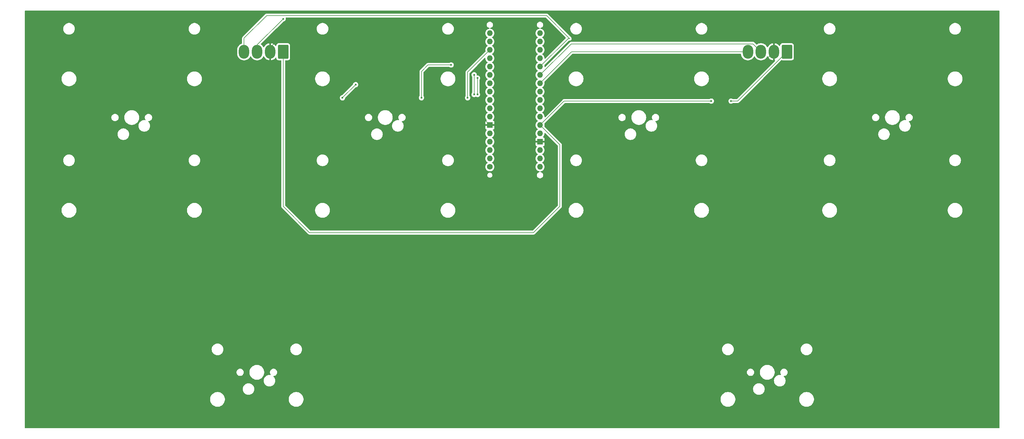
<source format=gbr>
%TF.GenerationSoftware,KiCad,Pcbnew,8.0.8*%
%TF.CreationDate,2025-02-26T01:16:54-05:00*%
%TF.ProjectId,keyboard,6b657962-6f61-4726-942e-6b696361645f,rev?*%
%TF.SameCoordinates,Original*%
%TF.FileFunction,Copper,L1,Top*%
%TF.FilePolarity,Positive*%
%FSLAX46Y46*%
G04 Gerber Fmt 4.6, Leading zero omitted, Abs format (unit mm)*
G04 Created by KiCad (PCBNEW 8.0.8) date 2025-02-26 01:16:54*
%MOMM*%
%LPD*%
G01*
G04 APERTURE LIST*
G04 Aperture macros list*
%AMRoundRect*
0 Rectangle with rounded corners*
0 $1 Rounding radius*
0 $2 $3 $4 $5 $6 $7 $8 $9 X,Y pos of 4 corners*
0 Add a 4 corners polygon primitive as box body*
4,1,4,$2,$3,$4,$5,$6,$7,$8,$9,$2,$3,0*
0 Add four circle primitives for the rounded corners*
1,1,$1+$1,$2,$3*
1,1,$1+$1,$4,$5*
1,1,$1+$1,$6,$7*
1,1,$1+$1,$8,$9*
0 Add four rect primitives between the rounded corners*
20,1,$1+$1,$2,$3,$4,$5,0*
20,1,$1+$1,$4,$5,$6,$7,0*
20,1,$1+$1,$6,$7,$8,$9,0*
20,1,$1+$1,$8,$9,$2,$3,0*%
G04 Aperture macros list end*
%TA.AperFunction,ComponentPad*%
%ADD10RoundRect,0.250000X1.330000X1.850000X-1.330000X1.850000X-1.330000X-1.850000X1.330000X-1.850000X0*%
%TD*%
%TA.AperFunction,ComponentPad*%
%ADD11O,3.160000X4.200000*%
%TD*%
%TA.AperFunction,ComponentPad*%
%ADD12O,1.727200X1.727200*%
%TD*%
%TA.AperFunction,ComponentPad*%
%ADD13R,1.727200X1.727200*%
%TD*%
%TA.AperFunction,ComponentPad*%
%ADD14C,1.727200*%
%TD*%
%TA.AperFunction,ViaPad*%
%ADD15C,0.600000*%
%TD*%
%TA.AperFunction,Conductor*%
%ADD16C,0.200000*%
%TD*%
G04 APERTURE END LIST*
D10*
%TO.P,ENC_R1,1,Pin_1*%
%TO.N,/5V*%
X289000000Y-100000000D03*
D11*
%TO.P,ENC_R1,2,Pin_2*%
%TO.N,GND*%
X285040000Y-100000000D03*
%TO.P,ENC_R1,3,Pin_3*%
%TO.N,/ENC_R_A*%
X281080000Y-100000000D03*
%TO.P,ENC_R1,4,Pin_4*%
%TO.N,/ENC_R_B*%
X277120000Y-100000000D03*
%TD*%
D10*
%TO.P,ENC_L1,1,Pin_1*%
%TO.N,/5V*%
X136000000Y-100000000D03*
D11*
%TO.P,ENC_L1,2,Pin_2*%
%TO.N,GND*%
X132040000Y-100000000D03*
%TO.P,ENC_L1,3,Pin_3*%
%TO.N,/ENC_L_A*%
X128080000Y-100000000D03*
%TO.P,ENC_L1,4,Pin_4*%
%TO.N,/ENC_L_B*%
X124120000Y-100000000D03*
%TD*%
D12*
%TO.P,A1,*%
%TO.N,*%
X214000000Y-117220000D03*
X214000000Y-119760000D03*
%TO.P,A1,3V3,3.3V*%
%TO.N,unconnected-(A1-3.3V-Pad3V3)*%
X214000000Y-96900000D03*
%TO.P,A1,5V,5V*%
%TO.N,/5V*%
X214000000Y-122300000D03*
%TO.P,A1,A0,A0*%
%TO.N,/ENC_L_A*%
X214000000Y-101980000D03*
%TO.P,A1,A1,A1*%
%TO.N,/ENC_L_B*%
X214000000Y-104520000D03*
%TO.P,A1,A2,A2*%
%TO.N,/ENC_R_A*%
X214000000Y-107060000D03*
%TO.P,A1,A3,A3*%
%TO.N,/ENC_R_B*%
X214000000Y-109600000D03*
%TO.P,A1,A4,A4*%
%TO.N,unconnected-(A1-PadA4)*%
X214000000Y-112140000D03*
%TO.P,A1,A5,A5*%
%TO.N,unconnected-(A1-PadA5)*%
X214000000Y-114680000D03*
%TO.P,A1,AREF,AREF*%
%TO.N,unconnected-(A1-PadAREF)*%
X214000000Y-99440000D03*
%TO.P,A1,D0,D0/RX*%
%TO.N,unconnected-(A1-D0{slash}RX-PadD0)*%
X198760000Y-127380000D03*
%TO.P,A1,D1,D1/TX*%
%TO.N,unconnected-(A1-D1{slash}TX-PadD1)*%
X198760000Y-129920000D03*
%TO.P,A1,D2,D2/SDA*%
%TO.N,unconnected-(A1-D2{slash}SDA-PadD2)*%
X198760000Y-119760000D03*
%TO.P,A1,D3,D3/SCL*%
%TO.N,unconnected-(A1-D3{slash}SCL-PadD3)*%
X198760000Y-117220000D03*
%TO.P,A1,D4,D4*%
%TO.N,unconnected-(A1-PadD4)*%
X198760000Y-114680000D03*
%TO.P,A1,D5,D5*%
%TO.N,/SW_A*%
X198760000Y-112140000D03*
%TO.P,A1,D6,D6*%
%TO.N,/SW_B*%
X198760000Y-109600000D03*
%TO.P,A1,D7,D7_INT4*%
%TO.N,/SW_C*%
X198760000Y-107060000D03*
%TO.P,A1,D8,D8*%
%TO.N,/SW_D*%
X198760000Y-104520000D03*
%TO.P,A1,D9,D9*%
%TO.N,/SW_L*%
X198760000Y-101980000D03*
%TO.P,A1,D10,D10*%
%TO.N,/SW_R*%
X198760000Y-99440000D03*
%TO.P,A1,D11,D11*%
%TO.N,unconnected-(A1-PadD11)*%
X198760000Y-96900000D03*
%TO.P,A1,D12,D12*%
%TO.N,unconnected-(A1-PadD12)*%
X198760000Y-94360000D03*
%TO.P,A1,D13,D13*%
%TO.N,unconnected-(A1-PadD13)*%
X214000000Y-94360000D03*
D13*
%TO.P,A1,GND1,GND*%
%TO.N,GND*%
X214000000Y-127380000D03*
%TO.P,A1,GND2,GND*%
X198760000Y-122300000D03*
D12*
%TO.P,A1,MISO,SPI_MISO*%
%TO.N,unconnected-(A1-SPI_MISO-PadMISO)*%
X214000000Y-132460000D03*
D14*
%TO.P,A1,MOSI,SPI_MOSI*%
%TO.N,unconnected-(A1-SPI_MOSI-PadMOSI)*%
X198760000Y-135000000D03*
D12*
%TO.P,A1,RST1,RESET*%
%TO.N,unconnected-(A1-RESET-PadRST1)*%
X214000000Y-124840000D03*
%TO.P,A1,RST2,RESET*%
%TO.N,unconnected-(A1-RESET-PadRST2)*%
X198760000Y-124840000D03*
%TO.P,A1,SCK,SPI_SCK*%
%TO.N,unconnected-(A1-SPI_SCK-PadSCK)*%
X214000000Y-135000000D03*
%TO.P,A1,SS,SPI_CS*%
%TO.N,unconnected-(A1-SPI_CS-PadSS)*%
X198760000Y-132460000D03*
%TO.P,A1,VIN,VIN*%
%TO.N,unconnected-(A1-PadVIN)*%
X214000000Y-129920000D03*
%TD*%
D15*
%TO.N,/SW_B*%
X187000000Y-104000000D03*
X178000000Y-114000000D03*
%TO.N,GND*%
X273000000Y-200000000D03*
X238000000Y-133000000D03*
X120000000Y-200000000D03*
X315000000Y-130000000D03*
X86000000Y-129000000D03*
X138000000Y-129000000D03*
X134000000Y-129000000D03*
X158000000Y-122000000D03*
%TO.N,/SW_D*%
X194000000Y-113000000D03*
X194000000Y-107000000D03*
%TO.N,/SW_L*%
X158000000Y-110000000D03*
X154000000Y-114000000D03*
%TO.N,/SW_C*%
X195000000Y-113000000D03*
X195000000Y-108000000D03*
%TO.N,/SW_R*%
X192000000Y-114000000D03*
%TO.N,/5V*%
X266000000Y-115000000D03*
X272000000Y-115000000D03*
%TO.N,GND*%
X227000000Y-129000000D03*
%TO.N,/ENC_L_A*%
X136000000Y-90000000D03*
%TD*%
D16*
%TO.N,GND*%
X190000000Y-115000000D02*
X190000000Y-113540000D01*
%TO.N,/SW_B*%
X180000000Y-104000000D02*
X187000000Y-104000000D01*
X178000000Y-106000000D02*
X180000000Y-104000000D01*
X178000000Y-114000000D02*
X178000000Y-106000000D01*
%TO.N,GND*%
X240000000Y-185000000D02*
X120000000Y-185000000D01*
X158000000Y-122000000D02*
X158000000Y-117000000D01*
X151000000Y-129000000D02*
X158000000Y-122000000D01*
X138000000Y-129000000D02*
X151000000Y-129000000D01*
X258000000Y-185000000D02*
X240000000Y-185000000D01*
X273000000Y-200000000D02*
X258000000Y-185000000D01*
X160000000Y-115000000D02*
X190000000Y-115000000D01*
X304000000Y-185000000D02*
X258000000Y-185000000D01*
X86000000Y-129000000D02*
X134000000Y-129000000D01*
X308000000Y-182000000D02*
X307000000Y-182000000D01*
X240000000Y-136000000D02*
X240000000Y-185000000D01*
X307000000Y-182000000D02*
X304000000Y-185000000D01*
X315000000Y-175000000D02*
X308000000Y-182000000D01*
X238000000Y-133000000D02*
X238000000Y-134000000D01*
X120000000Y-200000000D02*
X120000000Y-185000000D01*
X120000000Y-185000000D02*
X120000000Y-143000000D01*
X158000000Y-117000000D02*
X160000000Y-115000000D01*
X120000000Y-143000000D02*
X134000000Y-129000000D01*
X238000000Y-134000000D02*
X240000000Y-136000000D01*
X315000000Y-130000000D02*
X315000000Y-175000000D01*
%TO.N,/SW_D*%
X194000000Y-113000000D02*
X194000000Y-107000000D01*
%TO.N,/SW_L*%
X154000000Y-114000000D02*
X158000000Y-110000000D01*
%TO.N,/SW_C*%
X195000000Y-113000000D02*
X195000000Y-108000000D01*
%TO.N,/SW_R*%
X192000000Y-106200000D02*
X198760000Y-99440000D01*
X192000000Y-114000000D02*
X192000000Y-106200000D01*
%TO.N,/ENC_R_B*%
X277120000Y-100000000D02*
X223600000Y-100000000D01*
X223600000Y-100000000D02*
X214000000Y-109600000D01*
%TO.N,/ENC_R_A*%
X281080000Y-100000000D02*
X278680000Y-97600000D01*
X278680000Y-97600000D02*
X223460000Y-97600000D01*
X223460000Y-97600000D02*
X214000000Y-107060000D01*
%TO.N,/ENC_L_B*%
X222520000Y-96000000D02*
X214000000Y-104520000D01*
X223000000Y-96000000D02*
X222520000Y-96000000D01*
X124120000Y-100000000D02*
X124120000Y-95880000D01*
X131000000Y-89000000D02*
X216000000Y-89000000D01*
X216000000Y-89000000D02*
X223000000Y-96000000D01*
X124120000Y-95880000D02*
X131000000Y-89000000D01*
%TO.N,/5V*%
X221300000Y-115000000D02*
X214000000Y-122300000D01*
X136000000Y-100000000D02*
X136000000Y-147000000D01*
X220000000Y-147000000D02*
X220000000Y-128300000D01*
X274000000Y-115000000D02*
X272000000Y-115000000D01*
X220000000Y-128300000D02*
X214000000Y-122300000D01*
X144000000Y-155000000D02*
X212000000Y-155000000D01*
X136000000Y-147000000D02*
X144000000Y-155000000D01*
X289000000Y-100000000D02*
X274000000Y-115000000D01*
X266000000Y-115000000D02*
X221300000Y-115000000D01*
X212000000Y-155000000D02*
X220000000Y-147000000D01*
%TO.N,GND*%
X190000000Y-103000000D02*
X190000000Y-113540000D01*
X254000000Y-131000000D02*
X229000000Y-131000000D01*
X285040000Y-100000000D02*
X282640000Y-102400000D01*
X190000000Y-113540000D02*
X198760000Y-122300000D01*
X132040000Y-100000000D02*
X132040000Y-98740000D01*
X132040000Y-98740000D02*
X133780000Y-97000000D01*
X184000000Y-97000000D02*
X190000000Y-103000000D01*
X282600000Y-102400000D02*
X254000000Y-131000000D01*
X133780000Y-97000000D02*
X184000000Y-97000000D01*
X229000000Y-131000000D02*
X227000000Y-129000000D01*
X282640000Y-102400000D02*
X282600000Y-102400000D01*
%TO.N,/ENC_L_A*%
X128080000Y-100000000D02*
X128080000Y-97920000D01*
X128080000Y-97920000D02*
X136000000Y-90000000D01*
%TD*%
%TA.AperFunction,Conductor*%
%TO.N,GND*%
G36*
X215766942Y-89620185D02*
G01*
X215787584Y-89636819D01*
X221823083Y-95672318D01*
X221856568Y-95733641D01*
X221851584Y-95803333D01*
X221823083Y-95847680D01*
X215578875Y-102091888D01*
X215517552Y-102125373D01*
X215447860Y-102120389D01*
X215391927Y-102078517D01*
X215367510Y-102013053D01*
X215367618Y-101993966D01*
X215368775Y-101980004D01*
X215368775Y-101979993D01*
X215350107Y-101754710D01*
X215350107Y-101754707D01*
X215294611Y-101535559D01*
X215203802Y-101328535D01*
X215080156Y-101139281D01*
X215080153Y-101139278D01*
X215080149Y-101139272D01*
X214927049Y-100972963D01*
X214927048Y-100972962D01*
X214927046Y-100972960D01*
X214748649Y-100834107D01*
X214748647Y-100834106D01*
X214748646Y-100834105D01*
X214748639Y-100834100D01*
X214720836Y-100819055D01*
X214671244Y-100769837D01*
X214656135Y-100701620D01*
X214680306Y-100636064D01*
X214720836Y-100600945D01*
X214748639Y-100585899D01*
X214748642Y-100585896D01*
X214748649Y-100585893D01*
X214927046Y-100447040D01*
X215080156Y-100280719D01*
X215203802Y-100091465D01*
X215294611Y-99884441D01*
X215350107Y-99665293D01*
X215362189Y-99519480D01*
X215368775Y-99440006D01*
X215368775Y-99439993D01*
X215350107Y-99214710D01*
X215350107Y-99214707D01*
X215294611Y-98995559D01*
X215203802Y-98788535D01*
X215080156Y-98599281D01*
X215080153Y-98599278D01*
X215080149Y-98599272D01*
X214927049Y-98432963D01*
X214927048Y-98432962D01*
X214927046Y-98432960D01*
X214748649Y-98294107D01*
X214748647Y-98294106D01*
X214748646Y-98294105D01*
X214748639Y-98294100D01*
X214720836Y-98279055D01*
X214671244Y-98229837D01*
X214656135Y-98161620D01*
X214680306Y-98096064D01*
X214720836Y-98060945D01*
X214748639Y-98045899D01*
X214748642Y-98045896D01*
X214748649Y-98045893D01*
X214927046Y-97907040D01*
X215049842Y-97773649D01*
X215080149Y-97740727D01*
X215080150Y-97740725D01*
X215080156Y-97740719D01*
X215203802Y-97551465D01*
X215294611Y-97344441D01*
X215350107Y-97125293D01*
X215360530Y-96999500D01*
X215368775Y-96900006D01*
X215368775Y-96899993D01*
X215350107Y-96674710D01*
X215350107Y-96674707D01*
X215294611Y-96455559D01*
X215203802Y-96248535D01*
X215080156Y-96059281D01*
X215080153Y-96059278D01*
X215080149Y-96059272D01*
X214927049Y-95892963D01*
X214927048Y-95892962D01*
X214927046Y-95892960D01*
X214748649Y-95754107D01*
X214748647Y-95754106D01*
X214748646Y-95754105D01*
X214748639Y-95754100D01*
X214720836Y-95739055D01*
X214671244Y-95689837D01*
X214656135Y-95621620D01*
X214680306Y-95556064D01*
X214720836Y-95520945D01*
X214748639Y-95505899D01*
X214748642Y-95505896D01*
X214748649Y-95505893D01*
X214927046Y-95367040D01*
X215080156Y-95200719D01*
X215203802Y-95011465D01*
X215294611Y-94804441D01*
X215350107Y-94585293D01*
X215368775Y-94360000D01*
X215368775Y-94359993D01*
X215350107Y-94134710D01*
X215350107Y-94134707D01*
X215294611Y-93915559D01*
X215203802Y-93708535D01*
X215080156Y-93519281D01*
X215080153Y-93519278D01*
X215080149Y-93519272D01*
X214927049Y-93352963D01*
X214927048Y-93352962D01*
X214927046Y-93352960D01*
X214748649Y-93214107D01*
X214722390Y-93199896D01*
X214549832Y-93106512D01*
X214549827Y-93106510D01*
X214336017Y-93033109D01*
X214212699Y-93012531D01*
X214155177Y-93002932D01*
X214092293Y-92972482D01*
X214055854Y-92912868D01*
X214057429Y-92843016D01*
X214096519Y-92785104D01*
X214151397Y-92759007D01*
X214190820Y-92751164D01*
X214277251Y-92733973D01*
X214450231Y-92662322D01*
X214605908Y-92558302D01*
X214738302Y-92425908D01*
X214842322Y-92270231D01*
X214913973Y-92097251D01*
X214950500Y-91913616D01*
X214950500Y-91726384D01*
X214913973Y-91542749D01*
X214842322Y-91369769D01*
X214842321Y-91369768D01*
X214842318Y-91369762D01*
X214738302Y-91214092D01*
X214738299Y-91214088D01*
X214605911Y-91081700D01*
X214605907Y-91081697D01*
X214450237Y-90977681D01*
X214450228Y-90977676D01*
X214277251Y-90906027D01*
X214277243Y-90906025D01*
X214093620Y-90869500D01*
X214093616Y-90869500D01*
X213906384Y-90869500D01*
X213906379Y-90869500D01*
X213722756Y-90906025D01*
X213722748Y-90906027D01*
X213549771Y-90977676D01*
X213549762Y-90977681D01*
X213394092Y-91081697D01*
X213394088Y-91081700D01*
X213261700Y-91214088D01*
X213261697Y-91214092D01*
X213157681Y-91369762D01*
X213157676Y-91369771D01*
X213086027Y-91542748D01*
X213086025Y-91542756D01*
X213049500Y-91726379D01*
X213049500Y-91913620D01*
X213086025Y-92097243D01*
X213086027Y-92097251D01*
X213157676Y-92270228D01*
X213157681Y-92270237D01*
X213261697Y-92425907D01*
X213261700Y-92425911D01*
X213394088Y-92558299D01*
X213394092Y-92558302D01*
X213549762Y-92662318D01*
X213549768Y-92662321D01*
X213549769Y-92662322D01*
X213722749Y-92733973D01*
X213780105Y-92745381D01*
X213848602Y-92759007D01*
X213910513Y-92791392D01*
X213945087Y-92852107D01*
X213941348Y-92921877D01*
X213900482Y-92978549D01*
X213844821Y-93002933D01*
X213663982Y-93033109D01*
X213450172Y-93106510D01*
X213450167Y-93106512D01*
X213251352Y-93214106D01*
X213072955Y-93352959D01*
X213072950Y-93352963D01*
X212919850Y-93519272D01*
X212919842Y-93519283D01*
X212796198Y-93708533D01*
X212705388Y-93915560D01*
X212649892Y-94134710D01*
X212631225Y-94359993D01*
X212631225Y-94360006D01*
X212649892Y-94585289D01*
X212705388Y-94804439D01*
X212796198Y-95011466D01*
X212919842Y-95200716D01*
X212919850Y-95200727D01*
X213072950Y-95367036D01*
X213072954Y-95367040D01*
X213251351Y-95505893D01*
X213268455Y-95515149D01*
X213279165Y-95520945D01*
X213328755Y-95570165D01*
X213343863Y-95638382D01*
X213319692Y-95703937D01*
X213279165Y-95739055D01*
X213251352Y-95754106D01*
X213072955Y-95892959D01*
X213072950Y-95892963D01*
X212919850Y-96059272D01*
X212919842Y-96059283D01*
X212796198Y-96248533D01*
X212705388Y-96455560D01*
X212649892Y-96674710D01*
X212631225Y-96899993D01*
X212631225Y-96900006D01*
X212649892Y-97125289D01*
X212705388Y-97344439D01*
X212796198Y-97551466D01*
X212919842Y-97740716D01*
X212919850Y-97740727D01*
X213072950Y-97907036D01*
X213072954Y-97907040D01*
X213251351Y-98045893D01*
X213279165Y-98060945D01*
X213328755Y-98110165D01*
X213343863Y-98178382D01*
X213319692Y-98243937D01*
X213279165Y-98279055D01*
X213251352Y-98294106D01*
X213072955Y-98432959D01*
X213072950Y-98432963D01*
X212919850Y-98599272D01*
X212919842Y-98599283D01*
X212796198Y-98788533D01*
X212705388Y-98995560D01*
X212649892Y-99214710D01*
X212631225Y-99439993D01*
X212631225Y-99440006D01*
X212649892Y-99665289D01*
X212705388Y-99884439D01*
X212796198Y-100091466D01*
X212919842Y-100280716D01*
X212919850Y-100280727D01*
X213072950Y-100447036D01*
X213072954Y-100447040D01*
X213251351Y-100585893D01*
X213279165Y-100600945D01*
X213328755Y-100650165D01*
X213343863Y-100718382D01*
X213319692Y-100783937D01*
X213279165Y-100819055D01*
X213251352Y-100834106D01*
X213072955Y-100972959D01*
X213072950Y-100972963D01*
X212919850Y-101139272D01*
X212919842Y-101139283D01*
X212796198Y-101328533D01*
X212705388Y-101535560D01*
X212649892Y-101754710D01*
X212631225Y-101979993D01*
X212631225Y-101980006D01*
X212649892Y-102205289D01*
X212705388Y-102424439D01*
X212796198Y-102631466D01*
X212919842Y-102820716D01*
X212919850Y-102820727D01*
X213072950Y-102987036D01*
X213072954Y-102987040D01*
X213251351Y-103125893D01*
X213279165Y-103140945D01*
X213328755Y-103190165D01*
X213343863Y-103258382D01*
X213319692Y-103323937D01*
X213279165Y-103359055D01*
X213251352Y-103374106D01*
X213072955Y-103512959D01*
X213072950Y-103512963D01*
X212919850Y-103679272D01*
X212919842Y-103679283D01*
X212796198Y-103868533D01*
X212705388Y-104075560D01*
X212649892Y-104294710D01*
X212631225Y-104519993D01*
X212631225Y-104520006D01*
X212649892Y-104745289D01*
X212705388Y-104964439D01*
X212796198Y-105171466D01*
X212919842Y-105360716D01*
X212919850Y-105360727D01*
X213065994Y-105519480D01*
X213072954Y-105527040D01*
X213251351Y-105665893D01*
X213279165Y-105680945D01*
X213328755Y-105730165D01*
X213343863Y-105798382D01*
X213319692Y-105863937D01*
X213279165Y-105899055D01*
X213251352Y-105914106D01*
X213072955Y-106052959D01*
X213072950Y-106052963D01*
X212919850Y-106219272D01*
X212919842Y-106219283D01*
X212796198Y-106408533D01*
X212705388Y-106615560D01*
X212649892Y-106834710D01*
X212631225Y-107059993D01*
X212631225Y-107060006D01*
X212649892Y-107285289D01*
X212705388Y-107504439D01*
X212796198Y-107711466D01*
X212919842Y-107900716D01*
X212919850Y-107900727D01*
X213072950Y-108067036D01*
X213072954Y-108067040D01*
X213251351Y-108205893D01*
X213279165Y-108220945D01*
X213328755Y-108270165D01*
X213343863Y-108338382D01*
X213319692Y-108403937D01*
X213279165Y-108439055D01*
X213251352Y-108454106D01*
X213072955Y-108592959D01*
X213072950Y-108592963D01*
X212919850Y-108759272D01*
X212919842Y-108759283D01*
X212796198Y-108948533D01*
X212705388Y-109155560D01*
X212649892Y-109374710D01*
X212631225Y-109599993D01*
X212631225Y-109600006D01*
X212649892Y-109825289D01*
X212705388Y-110044439D01*
X212796198Y-110251466D01*
X212919842Y-110440716D01*
X212919850Y-110440727D01*
X213072950Y-110607036D01*
X213072954Y-110607040D01*
X213251351Y-110745893D01*
X213279165Y-110760945D01*
X213328755Y-110810165D01*
X213343863Y-110878382D01*
X213319692Y-110943937D01*
X213279165Y-110979055D01*
X213251352Y-110994106D01*
X213072955Y-111132959D01*
X213072950Y-111132963D01*
X212919850Y-111299272D01*
X212919842Y-111299283D01*
X212796198Y-111488533D01*
X212705388Y-111695560D01*
X212649892Y-111914710D01*
X212631225Y-112139993D01*
X212631225Y-112140006D01*
X212649892Y-112365289D01*
X212705388Y-112584439D01*
X212796198Y-112791466D01*
X212919842Y-112980716D01*
X212919850Y-112980727D01*
X213072950Y-113147036D01*
X213072954Y-113147040D01*
X213251351Y-113285893D01*
X213279165Y-113300945D01*
X213328755Y-113350165D01*
X213343863Y-113418382D01*
X213319692Y-113483937D01*
X213279165Y-113519055D01*
X213251352Y-113534106D01*
X213072955Y-113672959D01*
X213072950Y-113672963D01*
X212919850Y-113839272D01*
X212919842Y-113839283D01*
X212796198Y-114028533D01*
X212705388Y-114235560D01*
X212649893Y-114454707D01*
X212649892Y-114454708D01*
X212631225Y-114679993D01*
X212631225Y-114680006D01*
X212649892Y-114905289D01*
X212705388Y-115124439D01*
X212796198Y-115331466D01*
X212919842Y-115520716D01*
X212919850Y-115520727D01*
X213072950Y-115687036D01*
X213072954Y-115687040D01*
X213251351Y-115825893D01*
X213279165Y-115840945D01*
X213328755Y-115890165D01*
X213343863Y-115958382D01*
X213319692Y-116023937D01*
X213279165Y-116059055D01*
X213251352Y-116074106D01*
X213072955Y-116212959D01*
X213072950Y-116212963D01*
X212919850Y-116379272D01*
X212919842Y-116379283D01*
X212796198Y-116568533D01*
X212705388Y-116775560D01*
X212649892Y-116994710D01*
X212631225Y-117219993D01*
X212631225Y-117220006D01*
X212649892Y-117445289D01*
X212705388Y-117664439D01*
X212796198Y-117871466D01*
X212919842Y-118060716D01*
X212919850Y-118060727D01*
X213072950Y-118227036D01*
X213072954Y-118227040D01*
X213251351Y-118365893D01*
X213279165Y-118380945D01*
X213328755Y-118430165D01*
X213343863Y-118498382D01*
X213319692Y-118563937D01*
X213279165Y-118599055D01*
X213251352Y-118614106D01*
X213072955Y-118752959D01*
X213072950Y-118752963D01*
X212919850Y-118919272D01*
X212919842Y-118919283D01*
X212796198Y-119108533D01*
X212705388Y-119315560D01*
X212649892Y-119534710D01*
X212631225Y-119759993D01*
X212631225Y-119760006D01*
X212649892Y-119985289D01*
X212705388Y-120204439D01*
X212796198Y-120411466D01*
X212919842Y-120600716D01*
X212919850Y-120600727D01*
X213057244Y-120749975D01*
X213072954Y-120767040D01*
X213251351Y-120905893D01*
X213276005Y-120919235D01*
X213279165Y-120920945D01*
X213328755Y-120970165D01*
X213343863Y-121038382D01*
X213319692Y-121103937D01*
X213279165Y-121139055D01*
X213251352Y-121154106D01*
X213072955Y-121292959D01*
X212919850Y-121459272D01*
X212919842Y-121459283D01*
X212796198Y-121648533D01*
X212705388Y-121855560D01*
X212649892Y-122074710D01*
X212631225Y-122299993D01*
X212631225Y-122300006D01*
X212649892Y-122525289D01*
X212705388Y-122744439D01*
X212796198Y-122951466D01*
X212919842Y-123140716D01*
X212919850Y-123140727D01*
X213039757Y-123270979D01*
X213072954Y-123307040D01*
X213251351Y-123445893D01*
X213279165Y-123460945D01*
X213328755Y-123510165D01*
X213343863Y-123578382D01*
X213319692Y-123643937D01*
X213279165Y-123679055D01*
X213251352Y-123694106D01*
X213072955Y-123832959D01*
X213072950Y-123832963D01*
X212919850Y-123999272D01*
X212919842Y-123999283D01*
X212796198Y-124188533D01*
X212705388Y-124395560D01*
X212649892Y-124614710D01*
X212631225Y-124839993D01*
X212631225Y-124840006D01*
X212649892Y-125065289D01*
X212705388Y-125284439D01*
X212796198Y-125491466D01*
X212895780Y-125643887D01*
X212919844Y-125680719D01*
X213057245Y-125829976D01*
X213088167Y-125892629D01*
X213080307Y-125962055D01*
X213036160Y-126016211D01*
X213009349Y-126030140D01*
X212894311Y-126073046D01*
X212894306Y-126073049D01*
X212779212Y-126159209D01*
X212779209Y-126159212D01*
X212693049Y-126274306D01*
X212693045Y-126274313D01*
X212642803Y-126409020D01*
X212642801Y-126409027D01*
X212636400Y-126468555D01*
X212636400Y-127130000D01*
X213557749Y-127130000D01*
X213526619Y-127183919D01*
X213492000Y-127313120D01*
X213492000Y-127446880D01*
X213526619Y-127576081D01*
X213557749Y-127630000D01*
X212636400Y-127630000D01*
X212636400Y-128291444D01*
X212642801Y-128350972D01*
X212642803Y-128350979D01*
X212693045Y-128485686D01*
X212693049Y-128485693D01*
X212779209Y-128600787D01*
X212779212Y-128600790D01*
X212894306Y-128686950D01*
X212894313Y-128686954D01*
X213009348Y-128729859D01*
X213065282Y-128771730D01*
X213089699Y-128837194D01*
X213074848Y-128905467D01*
X213057245Y-128930024D01*
X212919845Y-129079279D01*
X212919842Y-129079283D01*
X212796198Y-129268533D01*
X212705388Y-129475560D01*
X212649892Y-129694710D01*
X212631225Y-129919993D01*
X212631225Y-129920006D01*
X212649892Y-130145289D01*
X212705388Y-130364439D01*
X212796198Y-130571466D01*
X212919842Y-130760716D01*
X212919850Y-130760727D01*
X213072950Y-130927036D01*
X213072954Y-130927040D01*
X213251351Y-131065893D01*
X213279165Y-131080945D01*
X213328755Y-131130165D01*
X213343863Y-131198382D01*
X213319692Y-131263937D01*
X213279165Y-131299055D01*
X213251352Y-131314106D01*
X213072955Y-131452959D01*
X213072950Y-131452963D01*
X212919850Y-131619272D01*
X212919842Y-131619283D01*
X212796198Y-131808533D01*
X212705388Y-132015560D01*
X212649892Y-132234710D01*
X212631225Y-132459993D01*
X212631225Y-132460006D01*
X212649892Y-132685289D01*
X212705388Y-132904439D01*
X212796198Y-133111466D01*
X212919842Y-133300716D01*
X212919850Y-133300727D01*
X213072950Y-133467036D01*
X213072954Y-133467040D01*
X213251351Y-133605893D01*
X213279165Y-133620945D01*
X213328755Y-133670165D01*
X213343863Y-133738382D01*
X213319692Y-133803937D01*
X213279165Y-133839055D01*
X213251352Y-133854106D01*
X213072955Y-133992959D01*
X213072950Y-133992963D01*
X212919850Y-134159272D01*
X212919842Y-134159283D01*
X212796198Y-134348533D01*
X212705388Y-134555560D01*
X212649892Y-134774710D01*
X212631225Y-134999993D01*
X212631225Y-135000006D01*
X212649892Y-135225289D01*
X212705388Y-135444439D01*
X212796198Y-135651466D01*
X212919842Y-135840716D01*
X212919850Y-135840727D01*
X213072950Y-136007036D01*
X213072954Y-136007040D01*
X213251351Y-136145893D01*
X213450169Y-136253488D01*
X213663986Y-136326891D01*
X213844822Y-136357067D01*
X213907705Y-136387516D01*
X213944145Y-136447131D01*
X213942570Y-136516983D01*
X213903481Y-136574894D01*
X213848603Y-136600992D01*
X213722754Y-136626025D01*
X213722748Y-136626027D01*
X213549771Y-136697676D01*
X213549762Y-136697681D01*
X213394092Y-136801697D01*
X213394088Y-136801700D01*
X213261700Y-136934088D01*
X213261697Y-136934092D01*
X213157681Y-137089762D01*
X213157676Y-137089771D01*
X213086027Y-137262748D01*
X213086025Y-137262756D01*
X213049500Y-137446379D01*
X213049500Y-137633620D01*
X213086025Y-137817243D01*
X213086027Y-137817251D01*
X213157676Y-137990228D01*
X213157681Y-137990237D01*
X213261697Y-138145907D01*
X213261700Y-138145911D01*
X213394088Y-138278299D01*
X213394092Y-138278302D01*
X213549762Y-138382318D01*
X213549768Y-138382321D01*
X213549769Y-138382322D01*
X213722749Y-138453973D01*
X213906379Y-138490499D01*
X213906383Y-138490500D01*
X213906384Y-138490500D01*
X214093617Y-138490500D01*
X214093618Y-138490499D01*
X214277251Y-138453973D01*
X214450231Y-138382322D01*
X214605908Y-138278302D01*
X214738302Y-138145908D01*
X214842322Y-137990231D01*
X214913973Y-137817251D01*
X214950500Y-137633616D01*
X214950500Y-137446384D01*
X214913973Y-137262749D01*
X214842322Y-137089769D01*
X214842321Y-137089768D01*
X214842318Y-137089762D01*
X214738302Y-136934092D01*
X214738299Y-136934088D01*
X214605911Y-136801700D01*
X214605907Y-136801697D01*
X214450237Y-136697681D01*
X214450228Y-136697676D01*
X214277251Y-136626027D01*
X214277245Y-136626025D01*
X214151396Y-136600992D01*
X214089485Y-136568607D01*
X214054911Y-136507891D01*
X214058651Y-136438122D01*
X214099518Y-136381450D01*
X214155175Y-136357067D01*
X214336014Y-136326891D01*
X214549831Y-136253488D01*
X214748649Y-136145893D01*
X214927046Y-136007040D01*
X215080156Y-135840719D01*
X215203802Y-135651465D01*
X215294611Y-135444441D01*
X215350107Y-135225293D01*
X215368775Y-135000000D01*
X215368775Y-134999993D01*
X215351333Y-134789500D01*
X215350107Y-134774707D01*
X215294611Y-134555559D01*
X215203802Y-134348535D01*
X215080156Y-134159281D01*
X215080153Y-134159278D01*
X215080149Y-134159272D01*
X214927049Y-133992963D01*
X214927048Y-133992962D01*
X214927046Y-133992960D01*
X214748649Y-133854107D01*
X214748647Y-133854106D01*
X214748646Y-133854105D01*
X214748639Y-133854100D01*
X214720836Y-133839055D01*
X214671244Y-133789837D01*
X214656135Y-133721620D01*
X214680306Y-133656064D01*
X214720836Y-133620945D01*
X214748639Y-133605899D01*
X214748642Y-133605896D01*
X214748649Y-133605893D01*
X214927046Y-133467040D01*
X215080156Y-133300719D01*
X215203802Y-133111465D01*
X215294611Y-132904441D01*
X215350107Y-132685293D01*
X215368775Y-132460000D01*
X215368775Y-132459993D01*
X215350107Y-132234710D01*
X215350107Y-132234707D01*
X215294611Y-132015559D01*
X215203802Y-131808535D01*
X215080156Y-131619281D01*
X215080153Y-131619278D01*
X215080149Y-131619272D01*
X214927049Y-131452963D01*
X214927048Y-131452962D01*
X214927046Y-131452960D01*
X214748649Y-131314107D01*
X214748647Y-131314106D01*
X214748646Y-131314105D01*
X214748639Y-131314100D01*
X214720836Y-131299055D01*
X214671244Y-131249837D01*
X214656135Y-131181620D01*
X214680306Y-131116064D01*
X214720836Y-131080945D01*
X214748639Y-131065899D01*
X214748642Y-131065896D01*
X214748649Y-131065893D01*
X214927046Y-130927040D01*
X215080156Y-130760719D01*
X215203802Y-130571465D01*
X215294611Y-130364441D01*
X215350107Y-130145293D01*
X215368775Y-129920000D01*
X215368775Y-129919993D01*
X215350107Y-129694710D01*
X215350107Y-129694707D01*
X215294611Y-129475559D01*
X215203802Y-129268535D01*
X215080156Y-129079281D01*
X215080153Y-129079278D01*
X215080149Y-129079272D01*
X214942755Y-128930024D01*
X214911832Y-128867370D01*
X214919692Y-128797944D01*
X214963839Y-128743788D01*
X214990652Y-128729859D01*
X215105684Y-128686955D01*
X215105693Y-128686950D01*
X215220787Y-128600790D01*
X215220790Y-128600787D01*
X215306950Y-128485693D01*
X215306954Y-128485686D01*
X215357196Y-128350979D01*
X215357198Y-128350972D01*
X215363599Y-128291444D01*
X215363600Y-128291427D01*
X215363600Y-127630000D01*
X214442251Y-127630000D01*
X214473381Y-127576081D01*
X214508000Y-127446880D01*
X214508000Y-127313120D01*
X214473381Y-127183919D01*
X214442251Y-127130000D01*
X215363600Y-127130000D01*
X215363600Y-126468572D01*
X215363599Y-126468555D01*
X215357198Y-126409027D01*
X215357196Y-126409020D01*
X215306954Y-126274313D01*
X215306950Y-126274306D01*
X215220790Y-126159212D01*
X215220787Y-126159209D01*
X215105693Y-126073049D01*
X215105686Y-126073045D01*
X214990651Y-126030140D01*
X214934717Y-125988269D01*
X214910300Y-125922804D01*
X214925152Y-125854531D01*
X214942749Y-125829981D01*
X215080156Y-125680719D01*
X215203802Y-125491465D01*
X215294611Y-125284441D01*
X215350107Y-125065293D01*
X215368775Y-124840000D01*
X215368774Y-124839993D01*
X215367618Y-124826031D01*
X215381699Y-124757595D01*
X215430544Y-124707636D01*
X215498645Y-124692015D01*
X215564381Y-124715693D01*
X215578875Y-124728110D01*
X219363181Y-128512416D01*
X219396666Y-128573739D01*
X219399500Y-128600097D01*
X219399500Y-146699903D01*
X219379815Y-146766942D01*
X219363181Y-146787584D01*
X211787584Y-154363181D01*
X211726261Y-154396666D01*
X211699903Y-154399500D01*
X144300097Y-154399500D01*
X144233058Y-154379815D01*
X144212416Y-154363181D01*
X137927135Y-148077900D01*
X145705600Y-148077900D01*
X145705600Y-148372099D01*
X145705601Y-148372116D01*
X145744001Y-148663796D01*
X145820152Y-148947994D01*
X145932734Y-149219794D01*
X145932742Y-149219810D01*
X146079840Y-149474589D01*
X146079851Y-149474605D01*
X146258948Y-149708009D01*
X146258954Y-149708016D01*
X146466983Y-149916045D01*
X146466989Y-149916050D01*
X146700403Y-150095155D01*
X146700410Y-150095159D01*
X146955189Y-150242257D01*
X146955205Y-150242265D01*
X147227005Y-150354847D01*
X147227007Y-150354847D01*
X147227013Y-150354850D01*
X147511200Y-150430998D01*
X147802894Y-150469400D01*
X147802901Y-150469400D01*
X148097099Y-150469400D01*
X148097106Y-150469400D01*
X148388800Y-150430998D01*
X148672987Y-150354850D01*
X148746318Y-150324475D01*
X148944794Y-150242265D01*
X148944797Y-150242263D01*
X148944803Y-150242261D01*
X149199597Y-150095155D01*
X149433011Y-149916050D01*
X149641050Y-149708011D01*
X149820155Y-149474597D01*
X149967261Y-149219803D01*
X150079850Y-148947987D01*
X150155998Y-148663800D01*
X150194400Y-148372106D01*
X150194400Y-148077900D01*
X183805600Y-148077900D01*
X183805600Y-148372099D01*
X183805601Y-148372116D01*
X183844001Y-148663796D01*
X183920152Y-148947994D01*
X184032734Y-149219794D01*
X184032742Y-149219810D01*
X184179840Y-149474589D01*
X184179851Y-149474605D01*
X184358948Y-149708009D01*
X184358954Y-149708016D01*
X184566983Y-149916045D01*
X184566989Y-149916050D01*
X184800403Y-150095155D01*
X184800410Y-150095159D01*
X185055189Y-150242257D01*
X185055205Y-150242265D01*
X185327005Y-150354847D01*
X185327007Y-150354847D01*
X185327013Y-150354850D01*
X185611200Y-150430998D01*
X185902894Y-150469400D01*
X185902901Y-150469400D01*
X186197099Y-150469400D01*
X186197106Y-150469400D01*
X186488800Y-150430998D01*
X186772987Y-150354850D01*
X186846318Y-150324475D01*
X187044794Y-150242265D01*
X187044797Y-150242263D01*
X187044803Y-150242261D01*
X187299597Y-150095155D01*
X187533011Y-149916050D01*
X187741050Y-149708011D01*
X187920155Y-149474597D01*
X188067261Y-149219803D01*
X188179850Y-148947987D01*
X188255998Y-148663800D01*
X188294400Y-148372106D01*
X188294400Y-148077894D01*
X188255998Y-147786200D01*
X188179850Y-147502013D01*
X188179847Y-147502005D01*
X188067265Y-147230205D01*
X188067257Y-147230189D01*
X187920159Y-146975410D01*
X187920155Y-146975403D01*
X187741050Y-146741989D01*
X187741045Y-146741983D01*
X187533016Y-146533954D01*
X187533009Y-146533948D01*
X187299605Y-146354851D01*
X187299603Y-146354849D01*
X187299597Y-146354845D01*
X187299592Y-146354842D01*
X187299589Y-146354840D01*
X187044810Y-146207742D01*
X187044794Y-146207734D01*
X186772994Y-146095152D01*
X186488796Y-146019001D01*
X186197116Y-145980601D01*
X186197111Y-145980600D01*
X186197106Y-145980600D01*
X185902894Y-145980600D01*
X185902888Y-145980600D01*
X185902883Y-145980601D01*
X185611203Y-146019001D01*
X185327005Y-146095152D01*
X185055205Y-146207734D01*
X185055189Y-146207742D01*
X184800410Y-146354840D01*
X184800394Y-146354851D01*
X184566990Y-146533948D01*
X184566983Y-146533954D01*
X184358954Y-146741983D01*
X184358948Y-146741990D01*
X184179851Y-146975394D01*
X184179840Y-146975410D01*
X184032742Y-147230189D01*
X184032734Y-147230205D01*
X183920152Y-147502005D01*
X183844001Y-147786203D01*
X183805601Y-148077883D01*
X183805600Y-148077900D01*
X150194400Y-148077900D01*
X150194400Y-148077894D01*
X150155998Y-147786200D01*
X150079850Y-147502013D01*
X150079847Y-147502005D01*
X149967265Y-147230205D01*
X149967257Y-147230189D01*
X149820159Y-146975410D01*
X149820155Y-146975403D01*
X149641050Y-146741989D01*
X149641045Y-146741983D01*
X149433016Y-146533954D01*
X149433009Y-146533948D01*
X149199605Y-146354851D01*
X149199603Y-146354849D01*
X149199597Y-146354845D01*
X149199592Y-146354842D01*
X149199589Y-146354840D01*
X148944810Y-146207742D01*
X148944794Y-146207734D01*
X148672994Y-146095152D01*
X148388796Y-146019001D01*
X148097116Y-145980601D01*
X148097111Y-145980600D01*
X148097106Y-145980600D01*
X147802894Y-145980600D01*
X147802888Y-145980600D01*
X147802883Y-145980601D01*
X147511203Y-146019001D01*
X147227005Y-146095152D01*
X146955205Y-146207734D01*
X146955189Y-146207742D01*
X146700410Y-146354840D01*
X146700394Y-146354851D01*
X146466990Y-146533948D01*
X146466983Y-146533954D01*
X146258954Y-146741983D01*
X146258948Y-146741990D01*
X146079851Y-146975394D01*
X146079840Y-146975410D01*
X145932742Y-147230189D01*
X145932734Y-147230205D01*
X145820152Y-147502005D01*
X145744001Y-147786203D01*
X145705601Y-148077883D01*
X145705600Y-148077900D01*
X137927135Y-148077900D01*
X136636819Y-146787584D01*
X136603334Y-146726261D01*
X136600500Y-146699903D01*
X136600500Y-137614708D01*
X198001499Y-137614708D01*
X198030647Y-137761240D01*
X198030650Y-137761250D01*
X198087822Y-137899277D01*
X198087829Y-137899290D01*
X198170834Y-138023515D01*
X198170837Y-138023519D01*
X198276480Y-138129162D01*
X198276484Y-138129165D01*
X198400709Y-138212170D01*
X198400722Y-138212177D01*
X198538749Y-138269349D01*
X198538754Y-138269351D01*
X198538758Y-138269351D01*
X198538759Y-138269352D01*
X198685291Y-138298500D01*
X198685294Y-138298500D01*
X198834708Y-138298500D01*
X198936262Y-138278299D01*
X198981246Y-138269351D01*
X199119284Y-138212174D01*
X199243516Y-138129165D01*
X199349165Y-138023516D01*
X199432174Y-137899284D01*
X199489351Y-137761246D01*
X199514738Y-137633620D01*
X199518500Y-137614708D01*
X199518500Y-137465291D01*
X199489352Y-137318759D01*
X199489351Y-137318758D01*
X199489351Y-137318754D01*
X199466153Y-137262748D01*
X199432177Y-137180722D01*
X199432170Y-137180709D01*
X199349165Y-137056484D01*
X199349162Y-137056480D01*
X199243519Y-136950837D01*
X199243515Y-136950834D01*
X199119290Y-136867829D01*
X199119277Y-136867822D01*
X198981250Y-136810650D01*
X198981240Y-136810647D01*
X198834708Y-136781500D01*
X198834706Y-136781500D01*
X198685294Y-136781500D01*
X198685292Y-136781500D01*
X198538759Y-136810647D01*
X198538749Y-136810650D01*
X198400722Y-136867822D01*
X198400709Y-136867829D01*
X198276484Y-136950834D01*
X198276480Y-136950837D01*
X198170837Y-137056480D01*
X198170834Y-137056484D01*
X198087829Y-137180709D01*
X198087822Y-137180722D01*
X198030650Y-137318749D01*
X198030647Y-137318759D01*
X198001500Y-137465291D01*
X198001500Y-137465294D01*
X198001500Y-137614706D01*
X198001500Y-137614708D01*
X198001499Y-137614708D01*
X136600500Y-137614708D01*
X136600500Y-132898685D01*
X146175500Y-132898685D01*
X146175500Y-133131314D01*
X146197804Y-133300716D01*
X146205863Y-133361930D01*
X146234026Y-133467036D01*
X146266068Y-133586620D01*
X146355083Y-133801521D01*
X146355088Y-133801532D01*
X146471387Y-134002966D01*
X146471398Y-134002982D01*
X146612996Y-134187517D01*
X146613002Y-134187524D01*
X146777475Y-134351997D01*
X146777481Y-134352002D01*
X146962026Y-134493608D01*
X146962033Y-134493612D01*
X147163467Y-134609911D01*
X147163472Y-134609913D01*
X147163475Y-134609915D01*
X147270928Y-134654423D01*
X147378379Y-134698931D01*
X147378380Y-134698931D01*
X147378382Y-134698932D01*
X147603070Y-134759137D01*
X147833693Y-134789500D01*
X147833700Y-134789500D01*
X148066300Y-134789500D01*
X148066307Y-134789500D01*
X148296930Y-134759137D01*
X148521618Y-134698932D01*
X148736525Y-134609915D01*
X148937974Y-134493608D01*
X149122519Y-134352002D01*
X149287002Y-134187519D01*
X149428608Y-134002974D01*
X149544915Y-133801525D01*
X149633932Y-133586618D01*
X149694137Y-133361930D01*
X149724500Y-133131307D01*
X149724500Y-132898693D01*
X149724499Y-132898685D01*
X184275500Y-132898685D01*
X184275500Y-133131314D01*
X184297804Y-133300716D01*
X184305863Y-133361930D01*
X184334026Y-133467036D01*
X184366068Y-133586620D01*
X184455083Y-133801521D01*
X184455088Y-133801532D01*
X184571387Y-134002966D01*
X184571398Y-134002982D01*
X184712996Y-134187517D01*
X184713002Y-134187524D01*
X184877475Y-134351997D01*
X184877481Y-134352002D01*
X185062026Y-134493608D01*
X185062033Y-134493612D01*
X185263467Y-134609911D01*
X185263472Y-134609913D01*
X185263475Y-134609915D01*
X185370928Y-134654423D01*
X185478379Y-134698931D01*
X185478380Y-134698931D01*
X185478382Y-134698932D01*
X185703070Y-134759137D01*
X185933693Y-134789500D01*
X185933700Y-134789500D01*
X186166300Y-134789500D01*
X186166307Y-134789500D01*
X186396930Y-134759137D01*
X186621618Y-134698932D01*
X186836525Y-134609915D01*
X187037974Y-134493608D01*
X187222519Y-134352002D01*
X187387002Y-134187519D01*
X187528608Y-134002974D01*
X187644915Y-133801525D01*
X187733932Y-133586618D01*
X187794137Y-133361930D01*
X187824500Y-133131307D01*
X187824500Y-132898693D01*
X187794137Y-132668070D01*
X187733932Y-132443382D01*
X187644915Y-132228475D01*
X187644913Y-132228472D01*
X187644911Y-132228467D01*
X187528612Y-132027033D01*
X187528608Y-132027026D01*
X187387002Y-131842481D01*
X187386997Y-131842475D01*
X187222524Y-131678002D01*
X187222517Y-131677996D01*
X187037982Y-131536398D01*
X187037980Y-131536396D01*
X187037974Y-131536392D01*
X187037969Y-131536389D01*
X187037966Y-131536387D01*
X186836532Y-131420088D01*
X186836521Y-131420083D01*
X186621620Y-131331068D01*
X186502144Y-131299055D01*
X186396930Y-131270863D01*
X186344323Y-131263937D01*
X186166314Y-131240500D01*
X186166307Y-131240500D01*
X185933693Y-131240500D01*
X185933685Y-131240500D01*
X185728694Y-131267489D01*
X185703070Y-131270863D01*
X185646898Y-131285914D01*
X185478379Y-131331068D01*
X185263478Y-131420083D01*
X185263467Y-131420088D01*
X185062033Y-131536387D01*
X185062017Y-131536398D01*
X184877482Y-131677996D01*
X184877475Y-131678002D01*
X184713002Y-131842475D01*
X184712996Y-131842482D01*
X184571398Y-132027017D01*
X184571387Y-132027033D01*
X184455088Y-132228467D01*
X184455083Y-132228478D01*
X184366068Y-132443379D01*
X184320914Y-132611898D01*
X184305863Y-132668070D01*
X184302489Y-132693694D01*
X184275500Y-132898685D01*
X149724499Y-132898685D01*
X149694137Y-132668070D01*
X149633932Y-132443382D01*
X149544915Y-132228475D01*
X149544913Y-132228472D01*
X149544911Y-132228467D01*
X149428612Y-132027033D01*
X149428608Y-132027026D01*
X149287002Y-131842481D01*
X149286997Y-131842475D01*
X149122524Y-131678002D01*
X149122517Y-131677996D01*
X148937982Y-131536398D01*
X148937980Y-131536396D01*
X148937974Y-131536392D01*
X148937969Y-131536389D01*
X148937966Y-131536387D01*
X148736532Y-131420088D01*
X148736521Y-131420083D01*
X148521620Y-131331068D01*
X148402144Y-131299055D01*
X148296930Y-131270863D01*
X148244323Y-131263937D01*
X148066314Y-131240500D01*
X148066307Y-131240500D01*
X147833693Y-131240500D01*
X147833685Y-131240500D01*
X147628694Y-131267489D01*
X147603070Y-131270863D01*
X147546898Y-131285914D01*
X147378379Y-131331068D01*
X147163478Y-131420083D01*
X147163467Y-131420088D01*
X146962033Y-131536387D01*
X146962017Y-131536398D01*
X146777482Y-131677996D01*
X146777475Y-131678002D01*
X146613002Y-131842475D01*
X146612996Y-131842482D01*
X146471398Y-132027017D01*
X146471387Y-132027033D01*
X146355088Y-132228467D01*
X146355083Y-132228478D01*
X146266068Y-132443379D01*
X146220914Y-132611898D01*
X146205863Y-132668070D01*
X146202489Y-132693694D01*
X146175500Y-132898685D01*
X136600500Y-132898685D01*
X136600500Y-124965258D01*
X162709500Y-124965258D01*
X162709500Y-125194741D01*
X162721310Y-125284439D01*
X162739452Y-125422238D01*
X162798842Y-125643887D01*
X162886650Y-125855876D01*
X162886657Y-125855890D01*
X163001392Y-126054617D01*
X163141081Y-126236661D01*
X163141089Y-126236670D01*
X163303330Y-126398911D01*
X163303338Y-126398918D01*
X163485382Y-126538607D01*
X163485385Y-126538608D01*
X163485388Y-126538611D01*
X163684112Y-126653344D01*
X163684117Y-126653346D01*
X163684123Y-126653349D01*
X163775480Y-126691190D01*
X163896113Y-126741158D01*
X164117762Y-126800548D01*
X164345266Y-126830500D01*
X164345273Y-126830500D01*
X164574727Y-126830500D01*
X164574734Y-126830500D01*
X164802238Y-126800548D01*
X165023887Y-126741158D01*
X165235888Y-126653344D01*
X165434612Y-126538611D01*
X165616661Y-126398919D01*
X165616665Y-126398914D01*
X165616670Y-126398911D01*
X165778911Y-126236670D01*
X165778914Y-126236665D01*
X165778919Y-126236661D01*
X165918611Y-126054612D01*
X166033344Y-125855888D01*
X166121158Y-125643887D01*
X166180548Y-125422238D01*
X166210500Y-125194734D01*
X166210500Y-124965266D01*
X166180548Y-124737762D01*
X166121158Y-124516113D01*
X166033344Y-124304112D01*
X165918611Y-124105388D01*
X165918608Y-124105385D01*
X165918607Y-124105382D01*
X165778918Y-123923338D01*
X165778911Y-123923330D01*
X165616670Y-123761089D01*
X165616661Y-123761081D01*
X165434617Y-123621392D01*
X165409611Y-123606955D01*
X165235888Y-123506656D01*
X165235876Y-123506650D01*
X165023887Y-123418842D01*
X164802238Y-123359452D01*
X164764215Y-123354446D01*
X164574741Y-123329500D01*
X164574734Y-123329500D01*
X164345266Y-123329500D01*
X164345258Y-123329500D01*
X164128715Y-123358009D01*
X164117762Y-123359452D01*
X164024076Y-123384554D01*
X163896112Y-123418842D01*
X163684123Y-123506650D01*
X163684109Y-123506657D01*
X163485382Y-123621392D01*
X163303338Y-123761081D01*
X163141081Y-123923338D01*
X163001392Y-124105382D01*
X162886657Y-124304109D01*
X162886650Y-124304123D01*
X162798842Y-124516112D01*
X162739453Y-124737759D01*
X162739451Y-124737770D01*
X162709500Y-124965258D01*
X136600500Y-124965258D01*
X136600500Y-122425258D01*
X169059500Y-122425258D01*
X169059500Y-122654741D01*
X169075120Y-122773381D01*
X169089452Y-122882238D01*
X169148842Y-123103887D01*
X169236650Y-123315876D01*
X169236657Y-123315890D01*
X169351392Y-123514617D01*
X169491081Y-123696661D01*
X169491089Y-123696670D01*
X169653330Y-123858911D01*
X169653338Y-123858918D01*
X169835382Y-123998607D01*
X169835385Y-123998608D01*
X169835388Y-123998611D01*
X170034112Y-124113344D01*
X170034117Y-124113346D01*
X170034123Y-124113349D01*
X170125480Y-124151190D01*
X170246113Y-124201158D01*
X170467762Y-124260548D01*
X170695266Y-124290500D01*
X170695273Y-124290500D01*
X170924727Y-124290500D01*
X170924734Y-124290500D01*
X171152238Y-124260548D01*
X171373887Y-124201158D01*
X171585888Y-124113344D01*
X171784612Y-123998611D01*
X171966661Y-123858919D01*
X171966665Y-123858914D01*
X171966670Y-123858911D01*
X172128911Y-123696670D01*
X172128914Y-123696665D01*
X172128919Y-123696661D01*
X172268611Y-123514612D01*
X172383344Y-123315888D01*
X172471158Y-123103887D01*
X172530548Y-122882238D01*
X172560500Y-122654734D01*
X172560500Y-122425266D01*
X172530548Y-122197762D01*
X172471158Y-121976113D01*
X172383344Y-121764112D01*
X172268611Y-121565388D01*
X172268608Y-121565385D01*
X172268607Y-121565382D01*
X172128918Y-121383338D01*
X172128911Y-121383330D01*
X172058662Y-121313081D01*
X172025177Y-121251758D01*
X172030161Y-121182066D01*
X172072033Y-121126133D01*
X172137497Y-121101716D01*
X172146343Y-121101400D01*
X172166687Y-121101400D01*
X172249695Y-121088252D01*
X172337912Y-121074280D01*
X172502791Y-121020708D01*
X172657260Y-120942002D01*
X172797514Y-120840101D01*
X172920101Y-120717514D01*
X173022002Y-120577260D01*
X173100708Y-120422791D01*
X173154280Y-120257912D01*
X173171831Y-120147099D01*
X173181400Y-120086687D01*
X173181400Y-119913312D01*
X173159329Y-119773966D01*
X173154280Y-119742088D01*
X173100708Y-119577209D01*
X173100708Y-119577208D01*
X173022001Y-119422739D01*
X172920101Y-119282486D01*
X172797514Y-119159899D01*
X172657260Y-119057998D01*
X172502791Y-118979291D01*
X172502788Y-118979290D01*
X172337913Y-118925720D01*
X172166687Y-118898600D01*
X172166682Y-118898600D01*
X171993318Y-118898600D01*
X171993313Y-118898600D01*
X171822086Y-118925720D01*
X171657211Y-118979290D01*
X171657208Y-118979291D01*
X171502739Y-119057998D01*
X171433185Y-119108533D01*
X171362486Y-119159899D01*
X171362484Y-119159901D01*
X171362483Y-119159901D01*
X171239901Y-119282483D01*
X171239901Y-119282484D01*
X171239899Y-119282486D01*
X171215870Y-119315559D01*
X171137998Y-119422739D01*
X171059291Y-119577208D01*
X171059290Y-119577211D01*
X171005720Y-119742086D01*
X170978600Y-119913312D01*
X170978600Y-120086687D01*
X171005720Y-120257913D01*
X171059290Y-120422788D01*
X171059291Y-120422791D01*
X171137998Y-120577260D01*
X171161420Y-120609497D01*
X171184900Y-120675303D01*
X171169075Y-120743357D01*
X171118970Y-120792052D01*
X171050492Y-120805928D01*
X171044917Y-120805322D01*
X170924744Y-120789501D01*
X170924739Y-120789500D01*
X170924734Y-120789500D01*
X170695266Y-120789500D01*
X170695258Y-120789500D01*
X170478715Y-120818009D01*
X170467762Y-120819452D01*
X170390709Y-120840098D01*
X170246112Y-120878842D01*
X170034123Y-120966650D01*
X170034109Y-120966657D01*
X169835382Y-121081392D01*
X169653338Y-121221081D01*
X169491081Y-121383338D01*
X169351392Y-121565382D01*
X169236657Y-121764109D01*
X169236650Y-121764123D01*
X169148842Y-121976112D01*
X169089453Y-122197759D01*
X169089451Y-122197770D01*
X169059500Y-122425258D01*
X136600500Y-122425258D01*
X136600500Y-119913312D01*
X160818600Y-119913312D01*
X160818600Y-120086687D01*
X160845720Y-120257913D01*
X160899290Y-120422788D01*
X160899291Y-120422791D01*
X160977998Y-120577260D01*
X161079899Y-120717514D01*
X161202486Y-120840101D01*
X161342740Y-120942002D01*
X161391126Y-120966656D01*
X161497208Y-121020708D01*
X161497211Y-121020709D01*
X161551604Y-121038382D01*
X161662088Y-121074280D01*
X161741391Y-121086840D01*
X161833313Y-121101400D01*
X161833318Y-121101400D01*
X162006687Y-121101400D01*
X162089695Y-121088252D01*
X162177912Y-121074280D01*
X162342791Y-121020708D01*
X162497260Y-120942002D01*
X162637514Y-120840101D01*
X162760101Y-120717514D01*
X162862002Y-120577260D01*
X162940708Y-120422791D01*
X162994280Y-120257912D01*
X163011831Y-120147099D01*
X163021400Y-120086687D01*
X163021400Y-119913312D01*
X163011831Y-119852900D01*
X164755600Y-119852900D01*
X164755600Y-120147099D01*
X164755601Y-120147116D01*
X164770187Y-120257912D01*
X164794002Y-120438800D01*
X164837387Y-120600716D01*
X164870152Y-120722994D01*
X164982734Y-120994794D01*
X164982742Y-120994810D01*
X165129840Y-121249589D01*
X165129851Y-121249605D01*
X165308948Y-121483009D01*
X165308954Y-121483016D01*
X165516983Y-121691045D01*
X165516990Y-121691051D01*
X165648549Y-121792000D01*
X165750403Y-121870155D01*
X165750410Y-121870159D01*
X166005189Y-122017257D01*
X166005205Y-122017265D01*
X166277005Y-122129847D01*
X166277007Y-122129847D01*
X166277013Y-122129850D01*
X166561200Y-122205998D01*
X166852894Y-122244400D01*
X166852901Y-122244400D01*
X167147099Y-122244400D01*
X167147106Y-122244400D01*
X167438800Y-122205998D01*
X167722987Y-122129850D01*
X167856122Y-122074704D01*
X167994794Y-122017265D01*
X167994797Y-122017263D01*
X167994803Y-122017261D01*
X168249597Y-121870155D01*
X168483011Y-121691050D01*
X168691050Y-121483011D01*
X168870155Y-121249597D01*
X169017261Y-120994803D01*
X169027467Y-120970165D01*
X169118672Y-120749974D01*
X169129850Y-120722987D01*
X169205998Y-120438800D01*
X169244400Y-120147106D01*
X169244400Y-119852894D01*
X169205998Y-119561200D01*
X169129850Y-119277013D01*
X169081341Y-119159901D01*
X169017265Y-119005205D01*
X169017257Y-119005189D01*
X168870159Y-118750410D01*
X168870155Y-118750403D01*
X168754022Y-118599055D01*
X168691051Y-118516990D01*
X168691045Y-118516983D01*
X168483016Y-118308954D01*
X168483009Y-118308948D01*
X168249605Y-118129851D01*
X168249603Y-118129849D01*
X168249597Y-118129845D01*
X168249592Y-118129842D01*
X168249589Y-118129840D01*
X167994810Y-117982742D01*
X167994794Y-117982734D01*
X167722994Y-117870152D01*
X167438796Y-117794001D01*
X167147116Y-117755601D01*
X167147111Y-117755600D01*
X167147106Y-117755600D01*
X166852894Y-117755600D01*
X166852888Y-117755600D01*
X166852883Y-117755601D01*
X166561203Y-117794001D01*
X166277005Y-117870152D01*
X166005205Y-117982734D01*
X166005189Y-117982742D01*
X165750410Y-118129840D01*
X165750394Y-118129851D01*
X165516990Y-118308948D01*
X165516983Y-118308954D01*
X165308954Y-118516983D01*
X165308948Y-118516990D01*
X165129851Y-118750394D01*
X165129840Y-118750410D01*
X164982742Y-119005189D01*
X164982734Y-119005205D01*
X164870152Y-119277005D01*
X164794001Y-119561203D01*
X164755601Y-119852883D01*
X164755600Y-119852900D01*
X163011831Y-119852900D01*
X162999329Y-119773966D01*
X162994280Y-119742088D01*
X162940708Y-119577209D01*
X162940708Y-119577208D01*
X162862001Y-119422739D01*
X162760101Y-119282486D01*
X162637514Y-119159899D01*
X162497260Y-119057998D01*
X162342791Y-118979291D01*
X162342788Y-118979290D01*
X162177913Y-118925720D01*
X162006687Y-118898600D01*
X162006682Y-118898600D01*
X161833318Y-118898600D01*
X161833313Y-118898600D01*
X161662086Y-118925720D01*
X161497211Y-118979290D01*
X161497208Y-118979291D01*
X161342739Y-119057998D01*
X161273185Y-119108533D01*
X161202486Y-119159899D01*
X161202484Y-119159901D01*
X161202483Y-119159901D01*
X161079901Y-119282483D01*
X161079901Y-119282484D01*
X161079899Y-119282486D01*
X161055870Y-119315559D01*
X160977998Y-119422739D01*
X160899291Y-119577208D01*
X160899290Y-119577211D01*
X160845720Y-119742086D01*
X160818600Y-119913312D01*
X136600500Y-119913312D01*
X136600500Y-113999996D01*
X153194435Y-113999996D01*
X153194435Y-114000003D01*
X153214630Y-114179249D01*
X153214631Y-114179254D01*
X153274211Y-114349523D01*
X153305614Y-114399500D01*
X153370184Y-114502262D01*
X153497738Y-114629816D01*
X153650478Y-114725789D01*
X153820745Y-114785368D01*
X153820750Y-114785369D01*
X153999996Y-114805565D01*
X154000000Y-114805565D01*
X154000004Y-114805565D01*
X154179249Y-114785369D01*
X154179252Y-114785368D01*
X154179255Y-114785368D01*
X154349522Y-114725789D01*
X154502262Y-114629816D01*
X154629816Y-114502262D01*
X154725789Y-114349522D01*
X154785368Y-114179255D01*
X154795161Y-114092329D01*
X154822226Y-114027918D01*
X154830690Y-114018543D01*
X154849237Y-113999996D01*
X177194435Y-113999996D01*
X177194435Y-114000003D01*
X177214630Y-114179249D01*
X177214631Y-114179254D01*
X177274211Y-114349523D01*
X177305614Y-114399500D01*
X177370184Y-114502262D01*
X177497738Y-114629816D01*
X177650478Y-114725789D01*
X177820745Y-114785368D01*
X177820750Y-114785369D01*
X177999996Y-114805565D01*
X178000000Y-114805565D01*
X178000004Y-114805565D01*
X178179249Y-114785369D01*
X178179252Y-114785368D01*
X178179255Y-114785368D01*
X178349522Y-114725789D01*
X178502262Y-114629816D01*
X178629816Y-114502262D01*
X178725789Y-114349522D01*
X178785368Y-114179255D01*
X178802350Y-114028533D01*
X178805565Y-114000003D01*
X178805565Y-113999996D01*
X191194435Y-113999996D01*
X191194435Y-114000003D01*
X191214630Y-114179249D01*
X191214631Y-114179254D01*
X191274211Y-114349523D01*
X191305614Y-114399500D01*
X191370184Y-114502262D01*
X191497738Y-114629816D01*
X191650478Y-114725789D01*
X191820745Y-114785368D01*
X191820750Y-114785369D01*
X191999996Y-114805565D01*
X192000000Y-114805565D01*
X192000004Y-114805565D01*
X192179249Y-114785369D01*
X192179252Y-114785368D01*
X192179255Y-114785368D01*
X192349522Y-114725789D01*
X192502262Y-114629816D01*
X192629816Y-114502262D01*
X192725789Y-114349522D01*
X192785368Y-114179255D01*
X192802350Y-114028533D01*
X192805565Y-114000003D01*
X192805565Y-113999996D01*
X192785369Y-113820750D01*
X192785368Y-113820745D01*
X192733655Y-113672959D01*
X192725789Y-113650478D01*
X192629816Y-113497738D01*
X192629814Y-113497736D01*
X192629813Y-113497734D01*
X192627550Y-113494896D01*
X192626659Y-113492715D01*
X192626111Y-113491842D01*
X192626264Y-113491745D01*
X192601144Y-113430209D01*
X192600500Y-113417587D01*
X192600500Y-106999996D01*
X193194435Y-106999996D01*
X193194435Y-107000003D01*
X193214630Y-107179249D01*
X193214631Y-107179254D01*
X193274211Y-107349523D01*
X193330923Y-107439779D01*
X193367341Y-107497738D01*
X193370185Y-107502263D01*
X193372445Y-107505097D01*
X193373334Y-107507275D01*
X193373889Y-107508158D01*
X193373734Y-107508255D01*
X193398855Y-107569783D01*
X193399500Y-107582412D01*
X193399500Y-112417587D01*
X193379815Y-112484626D01*
X193372450Y-112494896D01*
X193370186Y-112497734D01*
X193274211Y-112650476D01*
X193214631Y-112820745D01*
X193214630Y-112820750D01*
X193194435Y-112999996D01*
X193194435Y-113000003D01*
X193214630Y-113179249D01*
X193214631Y-113179254D01*
X193274211Y-113349523D01*
X193363576Y-113491745D01*
X193370184Y-113502262D01*
X193497738Y-113629816D01*
X193650478Y-113725789D01*
X193820745Y-113785368D01*
X193820750Y-113785369D01*
X193999996Y-113805565D01*
X194000000Y-113805565D01*
X194000004Y-113805565D01*
X194179249Y-113785369D01*
X194179252Y-113785368D01*
X194179255Y-113785368D01*
X194349522Y-113725789D01*
X194434027Y-113672691D01*
X194501264Y-113653690D01*
X194565973Y-113672691D01*
X194650475Y-113725788D01*
X194820745Y-113785368D01*
X194820750Y-113785369D01*
X194999996Y-113805565D01*
X195000000Y-113805565D01*
X195000004Y-113805565D01*
X195179249Y-113785369D01*
X195179252Y-113785368D01*
X195179255Y-113785368D01*
X195349522Y-113725789D01*
X195502262Y-113629816D01*
X195629816Y-113502262D01*
X195725789Y-113349522D01*
X195785368Y-113179255D01*
X195788998Y-113147040D01*
X195805565Y-113000003D01*
X195805565Y-112999996D01*
X195785369Y-112820750D01*
X195785368Y-112820745D01*
X195725788Y-112650476D01*
X195629813Y-112497734D01*
X195627550Y-112494896D01*
X195626659Y-112492715D01*
X195626111Y-112491842D01*
X195626264Y-112491745D01*
X195601144Y-112430209D01*
X195600500Y-112417587D01*
X195600500Y-108582412D01*
X195620185Y-108515373D01*
X195627555Y-108505097D01*
X195629810Y-108502267D01*
X195629816Y-108502262D01*
X195725789Y-108349522D01*
X195785368Y-108179255D01*
X195796790Y-108077883D01*
X195805565Y-108000003D01*
X195805565Y-107999996D01*
X195785369Y-107820750D01*
X195785368Y-107820745D01*
X195773280Y-107786200D01*
X195725789Y-107650478D01*
X195629816Y-107497738D01*
X195502262Y-107370184D01*
X195469379Y-107349522D01*
X195349523Y-107274211D01*
X195179254Y-107214631D01*
X195179249Y-107214630D01*
X195000004Y-107194435D01*
X194999996Y-107194435D01*
X194935388Y-107201714D01*
X194866566Y-107189659D01*
X194815187Y-107142310D01*
X194797563Y-107074699D01*
X194798285Y-107064610D01*
X194798805Y-107060000D01*
X194805565Y-107000000D01*
X194802794Y-106975410D01*
X194785369Y-106820750D01*
X194785368Y-106820745D01*
X194725788Y-106650476D01*
X194652572Y-106533954D01*
X194629816Y-106497738D01*
X194502262Y-106370184D01*
X194477842Y-106354840D01*
X194349523Y-106274211D01*
X194179254Y-106214631D01*
X194179249Y-106214630D01*
X194000004Y-106194435D01*
X193999996Y-106194435D01*
X193820750Y-106214630D01*
X193820745Y-106214631D01*
X193650476Y-106274211D01*
X193497737Y-106370184D01*
X193370184Y-106497737D01*
X193274211Y-106650476D01*
X193214631Y-106820745D01*
X193214630Y-106820750D01*
X193194435Y-106999996D01*
X192600500Y-106999996D01*
X192600500Y-106500097D01*
X192620185Y-106433058D01*
X192636819Y-106412416D01*
X194906122Y-104143113D01*
X197181126Y-101868108D01*
X197242447Y-101834625D01*
X197312139Y-101839609D01*
X197368072Y-101881481D01*
X197392489Y-101946945D01*
X197392382Y-101966024D01*
X197391225Y-101979995D01*
X197391225Y-101980006D01*
X197409892Y-102205289D01*
X197465388Y-102424439D01*
X197556198Y-102631466D01*
X197679842Y-102820716D01*
X197679850Y-102820727D01*
X197832950Y-102987036D01*
X197832954Y-102987040D01*
X198011351Y-103125893D01*
X198039165Y-103140945D01*
X198088755Y-103190165D01*
X198103863Y-103258382D01*
X198079692Y-103323937D01*
X198039165Y-103359055D01*
X198011352Y-103374106D01*
X197832955Y-103512959D01*
X197832950Y-103512963D01*
X197679850Y-103679272D01*
X197679842Y-103679283D01*
X197556198Y-103868533D01*
X197465388Y-104075560D01*
X197409892Y-104294710D01*
X197391225Y-104519993D01*
X197391225Y-104520006D01*
X197409892Y-104745289D01*
X197465388Y-104964439D01*
X197556198Y-105171466D01*
X197679842Y-105360716D01*
X197679850Y-105360727D01*
X197825994Y-105519480D01*
X197832954Y-105527040D01*
X198011351Y-105665893D01*
X198039165Y-105680945D01*
X198088755Y-105730165D01*
X198103863Y-105798382D01*
X198079692Y-105863937D01*
X198039165Y-105899055D01*
X198011352Y-105914106D01*
X197832955Y-106052959D01*
X197832950Y-106052963D01*
X197679850Y-106219272D01*
X197679842Y-106219283D01*
X197556198Y-106408533D01*
X197465388Y-106615560D01*
X197409892Y-106834710D01*
X197391225Y-107059993D01*
X197391225Y-107060006D01*
X197409892Y-107285289D01*
X197465388Y-107504439D01*
X197556198Y-107711466D01*
X197679842Y-107900716D01*
X197679850Y-107900727D01*
X197832950Y-108067036D01*
X197832954Y-108067040D01*
X198011351Y-108205893D01*
X198039165Y-108220945D01*
X198088755Y-108270165D01*
X198103863Y-108338382D01*
X198079692Y-108403937D01*
X198039165Y-108439055D01*
X198011352Y-108454106D01*
X197832955Y-108592959D01*
X197832950Y-108592963D01*
X197679850Y-108759272D01*
X197679842Y-108759283D01*
X197556198Y-108948533D01*
X197465388Y-109155560D01*
X197409892Y-109374710D01*
X197391225Y-109599993D01*
X197391225Y-109600006D01*
X197409892Y-109825289D01*
X197465388Y-110044439D01*
X197556198Y-110251466D01*
X197679842Y-110440716D01*
X197679850Y-110440727D01*
X197832950Y-110607036D01*
X197832954Y-110607040D01*
X198011351Y-110745893D01*
X198039165Y-110760945D01*
X198088755Y-110810165D01*
X198103863Y-110878382D01*
X198079692Y-110943937D01*
X198039165Y-110979055D01*
X198011352Y-110994106D01*
X197832955Y-111132959D01*
X197832950Y-111132963D01*
X197679850Y-111299272D01*
X197679842Y-111299283D01*
X197556198Y-111488533D01*
X197465388Y-111695560D01*
X197409892Y-111914710D01*
X197391225Y-112139993D01*
X197391225Y-112140006D01*
X197409892Y-112365289D01*
X197465388Y-112584439D01*
X197556198Y-112791466D01*
X197679842Y-112980716D01*
X197679850Y-112980727D01*
X197832950Y-113147036D01*
X197832954Y-113147040D01*
X198011351Y-113285893D01*
X198039165Y-113300945D01*
X198088755Y-113350165D01*
X198103863Y-113418382D01*
X198079692Y-113483937D01*
X198039165Y-113519055D01*
X198011352Y-113534106D01*
X197832955Y-113672959D01*
X197832950Y-113672963D01*
X197679850Y-113839272D01*
X197679842Y-113839283D01*
X197556198Y-114028533D01*
X197465388Y-114235560D01*
X197409893Y-114454707D01*
X197409892Y-114454708D01*
X197391225Y-114679993D01*
X197391225Y-114680006D01*
X197409892Y-114905289D01*
X197465388Y-115124439D01*
X197556198Y-115331466D01*
X197679842Y-115520716D01*
X197679850Y-115520727D01*
X197832950Y-115687036D01*
X197832954Y-115687040D01*
X198011351Y-115825893D01*
X198039165Y-115840945D01*
X198088755Y-115890165D01*
X198103863Y-115958382D01*
X198079692Y-116023937D01*
X198039165Y-116059055D01*
X198011352Y-116074106D01*
X197832955Y-116212959D01*
X197832950Y-116212963D01*
X197679850Y-116379272D01*
X197679842Y-116379283D01*
X197556198Y-116568533D01*
X197465388Y-116775560D01*
X197409892Y-116994710D01*
X197391225Y-117219993D01*
X197391225Y-117220006D01*
X197409892Y-117445289D01*
X197465388Y-117664439D01*
X197556198Y-117871466D01*
X197679842Y-118060716D01*
X197679850Y-118060727D01*
X197832950Y-118227036D01*
X197832954Y-118227040D01*
X198011351Y-118365893D01*
X198039165Y-118380945D01*
X198088755Y-118430165D01*
X198103863Y-118498382D01*
X198079692Y-118563937D01*
X198039165Y-118599055D01*
X198011352Y-118614106D01*
X197832955Y-118752959D01*
X197832950Y-118752963D01*
X197679850Y-118919272D01*
X197679842Y-118919283D01*
X197556198Y-119108533D01*
X197465388Y-119315560D01*
X197409892Y-119534710D01*
X197391225Y-119759993D01*
X197391225Y-119760006D01*
X197409892Y-119985289D01*
X197465388Y-120204439D01*
X197556198Y-120411466D01*
X197664517Y-120577260D01*
X197679844Y-120600719D01*
X197817245Y-120749976D01*
X197848167Y-120812629D01*
X197840307Y-120882055D01*
X197796160Y-120936211D01*
X197769349Y-120950140D01*
X197654311Y-120993046D01*
X197654306Y-120993049D01*
X197539212Y-121079209D01*
X197539209Y-121079212D01*
X197453049Y-121194306D01*
X197453045Y-121194313D01*
X197402803Y-121329020D01*
X197402801Y-121329027D01*
X197396400Y-121388555D01*
X197396400Y-122050000D01*
X198317749Y-122050000D01*
X198286619Y-122103919D01*
X198252000Y-122233120D01*
X198252000Y-122366880D01*
X198286619Y-122496081D01*
X198317749Y-122550000D01*
X197396400Y-122550000D01*
X197396400Y-123211444D01*
X197402801Y-123270972D01*
X197402803Y-123270979D01*
X197453045Y-123405686D01*
X197453049Y-123405693D01*
X197539209Y-123520787D01*
X197539212Y-123520790D01*
X197654306Y-123606950D01*
X197654313Y-123606954D01*
X197769348Y-123649859D01*
X197825282Y-123691730D01*
X197849699Y-123757194D01*
X197834848Y-123825467D01*
X197817245Y-123850024D01*
X197679845Y-123999279D01*
X197679842Y-123999283D01*
X197556198Y-124188533D01*
X197465388Y-124395560D01*
X197409892Y-124614710D01*
X197391225Y-124839993D01*
X197391225Y-124840006D01*
X197409892Y-125065289D01*
X197465388Y-125284439D01*
X197556198Y-125491466D01*
X197679842Y-125680716D01*
X197679850Y-125680727D01*
X197817244Y-125829975D01*
X197832954Y-125847040D01*
X198011351Y-125985893D01*
X198039165Y-126000945D01*
X198088755Y-126050165D01*
X198103863Y-126118382D01*
X198079692Y-126183937D01*
X198039165Y-126219055D01*
X198011352Y-126234106D01*
X197832955Y-126372959D01*
X197679850Y-126539272D01*
X197679842Y-126539283D01*
X197556198Y-126728533D01*
X197465388Y-126935560D01*
X197409892Y-127154710D01*
X197391225Y-127379993D01*
X197391225Y-127380006D01*
X197409892Y-127605289D01*
X197465388Y-127824439D01*
X197556198Y-128031466D01*
X197679842Y-128220716D01*
X197679850Y-128220727D01*
X197799757Y-128350979D01*
X197832954Y-128387040D01*
X198011351Y-128525893D01*
X198039165Y-128540945D01*
X198088755Y-128590165D01*
X198103863Y-128658382D01*
X198079692Y-128723937D01*
X198039165Y-128759055D01*
X198011352Y-128774106D01*
X197832955Y-128912959D01*
X197832950Y-128912963D01*
X197679850Y-129079272D01*
X197679842Y-129079283D01*
X197556198Y-129268533D01*
X197465388Y-129475560D01*
X197409892Y-129694710D01*
X197391225Y-129919993D01*
X197391225Y-129920006D01*
X197409892Y-130145289D01*
X197465388Y-130364439D01*
X197556198Y-130571466D01*
X197679842Y-130760716D01*
X197679850Y-130760727D01*
X197832950Y-130927036D01*
X197832954Y-130927040D01*
X198011351Y-131065893D01*
X198039165Y-131080945D01*
X198088755Y-131130165D01*
X198103863Y-131198382D01*
X198079692Y-131263937D01*
X198039165Y-131299055D01*
X198011352Y-131314106D01*
X197832955Y-131452959D01*
X197832950Y-131452963D01*
X197679850Y-131619272D01*
X197679842Y-131619283D01*
X197556198Y-131808533D01*
X197465388Y-132015560D01*
X197409892Y-132234710D01*
X197391225Y-132459993D01*
X197391225Y-132460006D01*
X197409892Y-132685289D01*
X197465388Y-132904439D01*
X197556198Y-133111466D01*
X197679842Y-133300716D01*
X197679850Y-133300727D01*
X197832950Y-133467036D01*
X197832954Y-133467040D01*
X198011351Y-133605893D01*
X198039165Y-133620945D01*
X198088755Y-133670165D01*
X198103863Y-133738382D01*
X198079692Y-133803937D01*
X198039165Y-133839055D01*
X198011352Y-133854106D01*
X197832955Y-133992959D01*
X197832950Y-133992963D01*
X197679850Y-134159272D01*
X197679842Y-134159283D01*
X197556198Y-134348533D01*
X197465388Y-134555560D01*
X197409892Y-134774710D01*
X197391225Y-134999993D01*
X197391225Y-135000006D01*
X197409892Y-135225289D01*
X197465388Y-135444439D01*
X197556198Y-135651466D01*
X197679842Y-135840716D01*
X197679850Y-135840727D01*
X197832950Y-136007036D01*
X197832954Y-136007040D01*
X198011351Y-136145893D01*
X198210169Y-136253488D01*
X198210172Y-136253489D01*
X198423982Y-136326890D01*
X198423984Y-136326890D01*
X198423986Y-136326891D01*
X198646967Y-136364100D01*
X198646968Y-136364100D01*
X198873032Y-136364100D01*
X198873033Y-136364100D01*
X199096014Y-136326891D01*
X199309831Y-136253488D01*
X199508649Y-136145893D01*
X199687046Y-136007040D01*
X199840156Y-135840719D01*
X199963802Y-135651465D01*
X200054611Y-135444441D01*
X200110107Y-135225293D01*
X200128775Y-135000000D01*
X200128775Y-134999993D01*
X200111333Y-134789500D01*
X200110107Y-134774707D01*
X200054611Y-134555559D01*
X199963802Y-134348535D01*
X199840156Y-134159281D01*
X199840153Y-134159278D01*
X199840149Y-134159272D01*
X199687049Y-133992963D01*
X199687048Y-133992962D01*
X199687046Y-133992960D01*
X199508649Y-133854107D01*
X199508647Y-133854106D01*
X199508646Y-133854105D01*
X199508639Y-133854100D01*
X199480836Y-133839055D01*
X199431244Y-133789837D01*
X199416135Y-133721620D01*
X199440306Y-133656064D01*
X199480836Y-133620945D01*
X199508639Y-133605899D01*
X199508642Y-133605896D01*
X199508649Y-133605893D01*
X199687046Y-133467040D01*
X199840156Y-133300719D01*
X199963802Y-133111465D01*
X200054611Y-132904441D01*
X200110107Y-132685293D01*
X200128775Y-132460000D01*
X200128775Y-132459993D01*
X200110107Y-132234710D01*
X200110107Y-132234707D01*
X200054611Y-132015559D01*
X199963802Y-131808535D01*
X199840156Y-131619281D01*
X199840153Y-131619278D01*
X199840149Y-131619272D01*
X199687049Y-131452963D01*
X199687048Y-131452962D01*
X199687046Y-131452960D01*
X199508649Y-131314107D01*
X199508647Y-131314106D01*
X199508646Y-131314105D01*
X199508639Y-131314100D01*
X199480836Y-131299055D01*
X199431244Y-131249837D01*
X199416135Y-131181620D01*
X199440306Y-131116064D01*
X199480836Y-131080945D01*
X199508639Y-131065899D01*
X199508642Y-131065896D01*
X199508649Y-131065893D01*
X199687046Y-130927040D01*
X199840156Y-130760719D01*
X199963802Y-130571465D01*
X200054611Y-130364441D01*
X200110107Y-130145293D01*
X200128775Y-129920000D01*
X200128775Y-129919993D01*
X200110107Y-129694710D01*
X200110107Y-129694707D01*
X200054611Y-129475559D01*
X199963802Y-129268535D01*
X199840156Y-129079281D01*
X199840153Y-129079278D01*
X199840149Y-129079272D01*
X199687049Y-128912963D01*
X199687048Y-128912962D01*
X199687046Y-128912960D01*
X199508649Y-128774107D01*
X199508647Y-128774106D01*
X199508646Y-128774105D01*
X199508639Y-128774100D01*
X199480836Y-128759055D01*
X199431244Y-128709837D01*
X199416135Y-128641620D01*
X199440306Y-128576064D01*
X199480836Y-128540945D01*
X199508639Y-128525899D01*
X199508642Y-128525896D01*
X199508649Y-128525893D01*
X199687046Y-128387040D01*
X199840156Y-128220719D01*
X199963802Y-128031465D01*
X200054611Y-127824441D01*
X200110107Y-127605293D01*
X200117574Y-127515175D01*
X200128775Y-127380006D01*
X200128775Y-127379993D01*
X200115707Y-127222294D01*
X200110107Y-127154707D01*
X200054611Y-126935559D01*
X199963802Y-126728535D01*
X199914680Y-126653349D01*
X199840157Y-126539283D01*
X199840149Y-126539272D01*
X199687045Y-126372959D01*
X199508646Y-126234105D01*
X199508639Y-126234100D01*
X199480836Y-126219055D01*
X199431244Y-126169837D01*
X199416135Y-126101620D01*
X199440306Y-126036064D01*
X199480836Y-126000945D01*
X199508639Y-125985899D01*
X199508642Y-125985896D01*
X199508649Y-125985893D01*
X199687046Y-125847040D01*
X199840156Y-125680719D01*
X199963802Y-125491465D01*
X200054611Y-125284441D01*
X200110107Y-125065293D01*
X200128775Y-124840000D01*
X200128775Y-124839994D01*
X200128775Y-124839993D01*
X200110107Y-124614710D01*
X200110107Y-124614707D01*
X200054611Y-124395559D01*
X199963802Y-124188535D01*
X199914680Y-124113349D01*
X199840157Y-123999283D01*
X199840149Y-123999272D01*
X199702755Y-123850024D01*
X199671832Y-123787370D01*
X199679692Y-123717944D01*
X199723839Y-123663788D01*
X199750652Y-123649859D01*
X199865684Y-123606955D01*
X199865693Y-123606950D01*
X199980787Y-123520790D01*
X199980790Y-123520787D01*
X200066950Y-123405693D01*
X200066954Y-123405686D01*
X200117196Y-123270979D01*
X200117198Y-123270972D01*
X200123599Y-123211444D01*
X200123600Y-123211427D01*
X200123600Y-122550000D01*
X199202251Y-122550000D01*
X199233381Y-122496081D01*
X199268000Y-122366880D01*
X199268000Y-122233120D01*
X199233381Y-122103919D01*
X199202251Y-122050000D01*
X200123600Y-122050000D01*
X200123600Y-121388572D01*
X200123599Y-121388555D01*
X200117198Y-121329027D01*
X200117196Y-121329020D01*
X200066954Y-121194313D01*
X200066950Y-121194306D01*
X199980790Y-121079212D01*
X199980787Y-121079209D01*
X199865693Y-120993049D01*
X199865686Y-120993045D01*
X199750651Y-120950140D01*
X199694717Y-120908269D01*
X199670300Y-120842804D01*
X199685152Y-120774531D01*
X199702749Y-120749981D01*
X199840156Y-120600719D01*
X199963802Y-120411465D01*
X200054611Y-120204441D01*
X200110107Y-119985293D01*
X200121079Y-119852883D01*
X200128775Y-119760006D01*
X200128775Y-119759993D01*
X200110107Y-119534710D01*
X200110107Y-119534707D01*
X200054611Y-119315559D01*
X199963802Y-119108535D01*
X199930784Y-119057998D01*
X199879363Y-118979292D01*
X199840156Y-118919281D01*
X199840153Y-118919278D01*
X199840149Y-118919272D01*
X199687049Y-118752963D01*
X199687048Y-118752962D01*
X199687046Y-118752960D01*
X199508649Y-118614107D01*
X199508647Y-118614106D01*
X199508646Y-118614105D01*
X199508639Y-118614100D01*
X199480836Y-118599055D01*
X199431244Y-118549837D01*
X199416135Y-118481620D01*
X199440306Y-118416064D01*
X199480836Y-118380945D01*
X199508639Y-118365899D01*
X199508642Y-118365896D01*
X199508649Y-118365893D01*
X199687046Y-118227040D01*
X199840156Y-118060719D01*
X199963802Y-117871465D01*
X200054611Y-117664441D01*
X200110107Y-117445293D01*
X200128775Y-117220000D01*
X200128775Y-117219993D01*
X200110107Y-116994710D01*
X200110107Y-116994707D01*
X200054611Y-116775559D01*
X199963802Y-116568535D01*
X199840156Y-116379281D01*
X199840153Y-116379278D01*
X199840149Y-116379272D01*
X199687049Y-116212963D01*
X199687048Y-116212962D01*
X199687046Y-116212960D01*
X199508649Y-116074107D01*
X199508647Y-116074106D01*
X199508646Y-116074105D01*
X199508639Y-116074100D01*
X199480836Y-116059055D01*
X199431244Y-116009837D01*
X199416135Y-115941620D01*
X199440306Y-115876064D01*
X199480836Y-115840945D01*
X199508639Y-115825899D01*
X199508642Y-115825896D01*
X199508649Y-115825893D01*
X199687046Y-115687040D01*
X199804385Y-115559577D01*
X199840149Y-115520727D01*
X199840150Y-115520725D01*
X199840156Y-115520719D01*
X199963802Y-115331465D01*
X200054611Y-115124441D01*
X200110107Y-114905293D01*
X200128775Y-114680000D01*
X200128775Y-114679993D01*
X200110107Y-114454708D01*
X200110107Y-114454707D01*
X200054611Y-114235560D01*
X200045431Y-114214632D01*
X199963802Y-114028535D01*
X199957267Y-114018533D01*
X199840157Y-113839283D01*
X199840149Y-113839272D01*
X199687049Y-113672963D01*
X199687048Y-113672962D01*
X199687046Y-113672960D01*
X199508649Y-113534107D01*
X199508647Y-113534106D01*
X199508646Y-113534105D01*
X199508639Y-113534100D01*
X199480836Y-113519055D01*
X199431244Y-113469837D01*
X199416135Y-113401620D01*
X199440306Y-113336064D01*
X199480836Y-113300945D01*
X199508639Y-113285899D01*
X199508642Y-113285896D01*
X199508649Y-113285893D01*
X199687046Y-113147040D01*
X199840156Y-112980719D01*
X199963802Y-112791465D01*
X200054611Y-112584441D01*
X200110107Y-112365293D01*
X200128775Y-112140000D01*
X200128775Y-112139993D01*
X200110107Y-111914710D01*
X200110107Y-111914707D01*
X200054611Y-111695559D01*
X199963802Y-111488535D01*
X199840156Y-111299281D01*
X199840153Y-111299278D01*
X199840149Y-111299272D01*
X199687049Y-111132963D01*
X199687048Y-111132962D01*
X199687046Y-111132960D01*
X199508649Y-110994107D01*
X199508647Y-110994106D01*
X199508646Y-110994105D01*
X199508639Y-110994100D01*
X199480836Y-110979055D01*
X199431244Y-110929837D01*
X199416135Y-110861620D01*
X199440306Y-110796064D01*
X199480836Y-110760945D01*
X199508639Y-110745899D01*
X199508642Y-110745896D01*
X199508649Y-110745893D01*
X199687046Y-110607040D01*
X199840156Y-110440719D01*
X199963802Y-110251465D01*
X200054611Y-110044441D01*
X200110107Y-109825293D01*
X200119825Y-109708009D01*
X200128775Y-109600006D01*
X200128775Y-109599993D01*
X200110107Y-109374710D01*
X200110107Y-109374707D01*
X200054611Y-109155559D01*
X199963802Y-108948535D01*
X199840156Y-108759281D01*
X199840153Y-108759278D01*
X199840149Y-108759272D01*
X199687049Y-108592963D01*
X199687048Y-108592962D01*
X199687046Y-108592960D01*
X199508649Y-108454107D01*
X199508647Y-108454106D01*
X199508646Y-108454105D01*
X199508639Y-108454100D01*
X199480836Y-108439055D01*
X199431244Y-108389837D01*
X199416135Y-108321620D01*
X199440306Y-108256064D01*
X199480836Y-108220945D01*
X199508639Y-108205899D01*
X199508642Y-108205896D01*
X199508649Y-108205893D01*
X199687046Y-108067040D01*
X199840156Y-107900719D01*
X199963802Y-107711465D01*
X200054611Y-107504441D01*
X200110107Y-107285293D01*
X200118893Y-107179255D01*
X200128775Y-107060006D01*
X200128775Y-107059993D01*
X200110107Y-106834710D01*
X200110107Y-106834707D01*
X200054611Y-106615559D01*
X199963802Y-106408535D01*
X199928728Y-106354851D01*
X199879210Y-106279057D01*
X199840156Y-106219281D01*
X199840153Y-106219278D01*
X199840149Y-106219272D01*
X199687049Y-106052963D01*
X199687048Y-106052962D01*
X199687046Y-106052960D01*
X199508649Y-105914107D01*
X199508647Y-105914106D01*
X199508646Y-105914105D01*
X199508639Y-105914100D01*
X199480836Y-105899055D01*
X199431244Y-105849837D01*
X199416135Y-105781620D01*
X199440306Y-105716064D01*
X199480836Y-105680945D01*
X199508639Y-105665899D01*
X199508642Y-105665896D01*
X199508649Y-105665893D01*
X199687046Y-105527040D01*
X199840156Y-105360719D01*
X199963802Y-105171465D01*
X200054611Y-104964441D01*
X200110107Y-104745293D01*
X200122105Y-104600500D01*
X200128775Y-104520006D01*
X200128775Y-104519993D01*
X200110107Y-104294710D01*
X200110107Y-104294707D01*
X200054611Y-104075559D01*
X199963802Y-103868535D01*
X199932582Y-103820750D01*
X199840157Y-103679283D01*
X199840149Y-103679272D01*
X199687049Y-103512963D01*
X199687048Y-103512962D01*
X199687046Y-103512960D01*
X199508649Y-103374107D01*
X199508647Y-103374106D01*
X199508646Y-103374105D01*
X199508639Y-103374100D01*
X199480836Y-103359055D01*
X199431244Y-103309837D01*
X199416135Y-103241620D01*
X199440306Y-103176064D01*
X199480836Y-103140945D01*
X199508639Y-103125899D01*
X199508642Y-103125896D01*
X199508649Y-103125893D01*
X199687046Y-102987040D01*
X199840156Y-102820719D01*
X199963802Y-102631465D01*
X200054611Y-102424441D01*
X200110107Y-102205293D01*
X200119504Y-102091888D01*
X200128775Y-101980006D01*
X200128775Y-101979993D01*
X200110107Y-101754710D01*
X200110107Y-101754707D01*
X200054611Y-101535559D01*
X199963802Y-101328535D01*
X199840156Y-101139281D01*
X199840153Y-101139278D01*
X199840149Y-101139272D01*
X199687049Y-100972963D01*
X199687048Y-100972962D01*
X199687046Y-100972960D01*
X199508649Y-100834107D01*
X199508647Y-100834106D01*
X199508646Y-100834105D01*
X199508639Y-100834100D01*
X199480836Y-100819055D01*
X199431244Y-100769837D01*
X199416135Y-100701620D01*
X199440306Y-100636064D01*
X199480836Y-100600945D01*
X199508639Y-100585899D01*
X199508642Y-100585896D01*
X199508649Y-100585893D01*
X199687046Y-100447040D01*
X199840156Y-100280719D01*
X199963802Y-100091465D01*
X200054611Y-99884441D01*
X200110107Y-99665293D01*
X200122189Y-99519480D01*
X200128775Y-99440006D01*
X200128775Y-99439993D01*
X200110107Y-99214710D01*
X200110107Y-99214707D01*
X200054611Y-98995559D01*
X199963802Y-98788535D01*
X199840156Y-98599281D01*
X199840153Y-98599278D01*
X199840149Y-98599272D01*
X199687049Y-98432963D01*
X199687048Y-98432962D01*
X199687046Y-98432960D01*
X199508649Y-98294107D01*
X199508647Y-98294106D01*
X199508646Y-98294105D01*
X199508639Y-98294100D01*
X199480836Y-98279055D01*
X199431244Y-98229837D01*
X199416135Y-98161620D01*
X199440306Y-98096064D01*
X199480836Y-98060945D01*
X199508639Y-98045899D01*
X199508642Y-98045896D01*
X199508649Y-98045893D01*
X199687046Y-97907040D01*
X199809842Y-97773649D01*
X199840149Y-97740727D01*
X199840150Y-97740725D01*
X199840156Y-97740719D01*
X199963802Y-97551465D01*
X200054611Y-97344441D01*
X200110107Y-97125293D01*
X200120530Y-96999500D01*
X200128775Y-96900006D01*
X200128775Y-96899993D01*
X200110107Y-96674710D01*
X200110107Y-96674707D01*
X200054611Y-96455559D01*
X199963802Y-96248535D01*
X199840156Y-96059281D01*
X199840153Y-96059278D01*
X199840149Y-96059272D01*
X199687049Y-95892963D01*
X199687048Y-95892962D01*
X199687046Y-95892960D01*
X199508649Y-95754107D01*
X199508647Y-95754106D01*
X199508646Y-95754105D01*
X199508639Y-95754100D01*
X199480836Y-95739055D01*
X199431244Y-95689837D01*
X199416135Y-95621620D01*
X199440306Y-95556064D01*
X199480836Y-95520945D01*
X199508639Y-95505899D01*
X199508642Y-95505896D01*
X199508649Y-95505893D01*
X199687046Y-95367040D01*
X199840156Y-95200719D01*
X199963802Y-95011465D01*
X200054611Y-94804441D01*
X200110107Y-94585293D01*
X200128775Y-94360000D01*
X200128775Y-94359993D01*
X200110107Y-94134710D01*
X200110107Y-94134707D01*
X200054611Y-93915559D01*
X199963802Y-93708535D01*
X199840156Y-93519281D01*
X199840153Y-93519278D01*
X199840149Y-93519272D01*
X199687049Y-93352963D01*
X199687048Y-93352962D01*
X199687046Y-93352960D01*
X199508649Y-93214107D01*
X199482390Y-93199896D01*
X199309832Y-93106512D01*
X199309827Y-93106510D01*
X199096017Y-93033109D01*
X198972699Y-93012531D01*
X198915177Y-93002932D01*
X198852293Y-92972482D01*
X198815854Y-92912868D01*
X198817429Y-92843016D01*
X198856519Y-92785104D01*
X198911397Y-92759007D01*
X198950820Y-92751164D01*
X199037251Y-92733973D01*
X199210231Y-92662322D01*
X199365908Y-92558302D01*
X199498302Y-92425908D01*
X199602322Y-92270231D01*
X199673973Y-92097251D01*
X199710500Y-91913616D01*
X199710500Y-91726384D01*
X199673973Y-91542749D01*
X199602322Y-91369769D01*
X199602321Y-91369768D01*
X199602318Y-91369762D01*
X199498302Y-91214092D01*
X199498299Y-91214088D01*
X199365911Y-91081700D01*
X199365907Y-91081697D01*
X199210237Y-90977681D01*
X199210228Y-90977676D01*
X199037251Y-90906027D01*
X199037243Y-90906025D01*
X198853620Y-90869500D01*
X198853616Y-90869500D01*
X198666384Y-90869500D01*
X198666379Y-90869500D01*
X198482756Y-90906025D01*
X198482748Y-90906027D01*
X198309771Y-90977676D01*
X198309762Y-90977681D01*
X198154092Y-91081697D01*
X198154088Y-91081700D01*
X198021700Y-91214088D01*
X198021697Y-91214092D01*
X197917681Y-91369762D01*
X197917676Y-91369771D01*
X197846027Y-91542748D01*
X197846025Y-91542756D01*
X197809500Y-91726379D01*
X197809500Y-91913620D01*
X197846025Y-92097243D01*
X197846027Y-92097251D01*
X197917676Y-92270228D01*
X197917681Y-92270237D01*
X198021697Y-92425907D01*
X198021700Y-92425911D01*
X198154088Y-92558299D01*
X198154092Y-92558302D01*
X198309762Y-92662318D01*
X198309768Y-92662321D01*
X198309769Y-92662322D01*
X198482749Y-92733973D01*
X198540105Y-92745381D01*
X198608602Y-92759007D01*
X198670513Y-92791392D01*
X198705087Y-92852107D01*
X198701348Y-92921877D01*
X198660482Y-92978549D01*
X198604821Y-93002933D01*
X198423982Y-93033109D01*
X198210172Y-93106510D01*
X198210167Y-93106512D01*
X198011352Y-93214106D01*
X197832955Y-93352959D01*
X197832950Y-93352963D01*
X197679850Y-93519272D01*
X197679842Y-93519283D01*
X197556198Y-93708533D01*
X197465388Y-93915560D01*
X197409892Y-94134710D01*
X197391225Y-94359993D01*
X197391225Y-94360006D01*
X197409892Y-94585289D01*
X197465388Y-94804439D01*
X197556198Y-95011466D01*
X197679842Y-95200716D01*
X197679850Y-95200727D01*
X197832950Y-95367036D01*
X197832954Y-95367040D01*
X198011351Y-95505893D01*
X198028455Y-95515149D01*
X198039165Y-95520945D01*
X198088755Y-95570165D01*
X198103863Y-95638382D01*
X198079692Y-95703937D01*
X198039165Y-95739055D01*
X198011352Y-95754106D01*
X197832955Y-95892959D01*
X197832950Y-95892963D01*
X197679850Y-96059272D01*
X197679842Y-96059283D01*
X197556198Y-96248533D01*
X197465388Y-96455560D01*
X197409892Y-96674710D01*
X197391225Y-96899993D01*
X197391225Y-96900006D01*
X197409892Y-97125289D01*
X197465388Y-97344439D01*
X197556198Y-97551466D01*
X197679842Y-97740716D01*
X197679850Y-97740727D01*
X197832950Y-97907036D01*
X197832954Y-97907040D01*
X198011351Y-98045893D01*
X198039165Y-98060945D01*
X198088755Y-98110165D01*
X198103863Y-98178382D01*
X198079692Y-98243937D01*
X198039165Y-98279055D01*
X198011352Y-98294106D01*
X197832955Y-98432959D01*
X197832950Y-98432963D01*
X197679850Y-98599272D01*
X197679842Y-98599283D01*
X197556198Y-98788533D01*
X197465388Y-98995560D01*
X197409892Y-99214710D01*
X197391225Y-99439993D01*
X197391225Y-99440006D01*
X197409892Y-99665289D01*
X197448281Y-99816885D01*
X197445656Y-99886705D01*
X197415756Y-99935006D01*
X191631286Y-105719478D01*
X191519481Y-105831282D01*
X191519479Y-105831284D01*
X191500628Y-105863937D01*
X191488987Y-105884100D01*
X191440423Y-105968215D01*
X191399499Y-106120943D01*
X191399499Y-106120945D01*
X191399499Y-106289046D01*
X191399500Y-106289059D01*
X191399500Y-113417587D01*
X191379815Y-113484626D01*
X191372450Y-113494896D01*
X191370186Y-113497734D01*
X191274211Y-113650476D01*
X191214631Y-113820745D01*
X191214630Y-113820750D01*
X191194435Y-113999996D01*
X178805565Y-113999996D01*
X178785369Y-113820750D01*
X178785368Y-113820745D01*
X178733655Y-113672959D01*
X178725789Y-113650478D01*
X178629816Y-113497738D01*
X178629814Y-113497736D01*
X178629813Y-113497734D01*
X178627550Y-113494896D01*
X178626659Y-113492715D01*
X178626111Y-113491842D01*
X178626264Y-113491745D01*
X178601144Y-113430209D01*
X178600500Y-113417587D01*
X178600500Y-108077900D01*
X183805600Y-108077900D01*
X183805600Y-108372099D01*
X183805601Y-108372116D01*
X183844001Y-108663796D01*
X183920152Y-108947994D01*
X184032734Y-109219794D01*
X184032742Y-109219810D01*
X184179840Y-109474589D01*
X184179851Y-109474605D01*
X184358948Y-109708009D01*
X184358954Y-109708016D01*
X184566983Y-109916045D01*
X184566990Y-109916051D01*
X184733205Y-110043592D01*
X184800403Y-110095155D01*
X184800410Y-110095159D01*
X185055189Y-110242257D01*
X185055205Y-110242265D01*
X185327005Y-110354847D01*
X185327007Y-110354847D01*
X185327013Y-110354850D01*
X185611200Y-110430998D01*
X185902894Y-110469400D01*
X185902901Y-110469400D01*
X186197099Y-110469400D01*
X186197106Y-110469400D01*
X186488800Y-110430998D01*
X186772987Y-110354850D01*
X186846318Y-110324475D01*
X187044794Y-110242265D01*
X187044797Y-110242263D01*
X187044803Y-110242261D01*
X187299597Y-110095155D01*
X187533011Y-109916050D01*
X187741050Y-109708011D01*
X187920155Y-109474597D01*
X188067261Y-109219803D01*
X188069404Y-109214631D01*
X188179847Y-108947994D01*
X188179846Y-108947994D01*
X188179850Y-108947987D01*
X188255998Y-108663800D01*
X188294400Y-108372106D01*
X188294400Y-108077894D01*
X188255998Y-107786200D01*
X188179850Y-107502013D01*
X188179847Y-107502005D01*
X188067265Y-107230205D01*
X188067257Y-107230189D01*
X187920159Y-106975410D01*
X187920155Y-106975403D01*
X187812193Y-106834704D01*
X187741051Y-106741990D01*
X187741045Y-106741983D01*
X187533016Y-106533954D01*
X187533009Y-106533948D01*
X187299605Y-106354851D01*
X187299603Y-106354849D01*
X187299597Y-106354845D01*
X187299592Y-106354842D01*
X187299589Y-106354840D01*
X187044810Y-106207742D01*
X187044794Y-106207734D01*
X186772994Y-106095152D01*
X186750206Y-106089046D01*
X186488800Y-106019002D01*
X186488799Y-106019001D01*
X186488796Y-106019001D01*
X186197116Y-105980601D01*
X186197111Y-105980600D01*
X186197106Y-105980600D01*
X185902894Y-105980600D01*
X185902888Y-105980600D01*
X185902883Y-105980601D01*
X185611203Y-106019001D01*
X185327005Y-106095152D01*
X185055205Y-106207734D01*
X185055189Y-106207742D01*
X184800410Y-106354840D01*
X184800394Y-106354851D01*
X184566990Y-106533948D01*
X184566983Y-106533954D01*
X184358954Y-106741983D01*
X184358948Y-106741990D01*
X184179851Y-106975394D01*
X184179840Y-106975410D01*
X184032742Y-107230189D01*
X184032734Y-107230205D01*
X183920152Y-107502005D01*
X183844001Y-107786203D01*
X183805601Y-108077883D01*
X183805600Y-108077900D01*
X178600500Y-108077900D01*
X178600500Y-106300097D01*
X178620185Y-106233058D01*
X178636819Y-106212416D01*
X180212416Y-104636819D01*
X180273739Y-104603334D01*
X180300097Y-104600500D01*
X186417588Y-104600500D01*
X186484627Y-104620185D01*
X186494903Y-104627555D01*
X186497736Y-104629814D01*
X186497738Y-104629816D01*
X186650478Y-104725789D01*
X186820745Y-104785368D01*
X186820750Y-104785369D01*
X186999996Y-104805565D01*
X187000000Y-104805565D01*
X187000004Y-104805565D01*
X187179249Y-104785369D01*
X187179252Y-104785368D01*
X187179255Y-104785368D01*
X187349522Y-104725789D01*
X187502262Y-104629816D01*
X187629816Y-104502262D01*
X187725789Y-104349522D01*
X187785368Y-104179255D01*
X187785369Y-104179249D01*
X187805565Y-104000003D01*
X187805565Y-103999996D01*
X187785369Y-103820750D01*
X187785368Y-103820745D01*
X187735868Y-103679283D01*
X187725789Y-103650478D01*
X187629816Y-103497738D01*
X187502262Y-103370184D01*
X187484550Y-103359055D01*
X187349523Y-103274211D01*
X187179254Y-103214631D01*
X187179249Y-103214630D01*
X187000004Y-103194435D01*
X186999996Y-103194435D01*
X186820750Y-103214630D01*
X186820745Y-103214631D01*
X186650476Y-103274211D01*
X186497736Y-103370185D01*
X186494903Y-103372445D01*
X186492724Y-103373334D01*
X186491842Y-103373889D01*
X186491744Y-103373734D01*
X186430217Y-103398855D01*
X186417588Y-103399500D01*
X180079057Y-103399500D01*
X179920943Y-103399500D01*
X179768215Y-103440423D01*
X179768214Y-103440423D01*
X179768212Y-103440424D01*
X179768209Y-103440425D01*
X179733066Y-103460716D01*
X179733064Y-103460717D01*
X179631290Y-103519475D01*
X179631282Y-103519481D01*
X177519481Y-105631282D01*
X177519479Y-105631285D01*
X177469361Y-105718094D01*
X177469359Y-105718096D01*
X177440425Y-105768209D01*
X177440424Y-105768210D01*
X177430161Y-105806512D01*
X177399499Y-105920943D01*
X177399499Y-105920945D01*
X177399499Y-106089046D01*
X177399500Y-106089059D01*
X177399500Y-113417587D01*
X177379815Y-113484626D01*
X177372450Y-113494896D01*
X177370186Y-113497734D01*
X177274211Y-113650476D01*
X177214631Y-113820745D01*
X177214630Y-113820750D01*
X177194435Y-113999996D01*
X154849237Y-113999996D01*
X158018535Y-110830698D01*
X158079856Y-110797215D01*
X158092311Y-110795163D01*
X158179255Y-110785368D01*
X158349522Y-110725789D01*
X158502262Y-110629816D01*
X158629816Y-110502262D01*
X158725789Y-110349522D01*
X158785368Y-110179255D01*
X158785369Y-110179249D01*
X158805565Y-110000003D01*
X158805565Y-109999996D01*
X158785369Y-109820750D01*
X158785368Y-109820745D01*
X158745922Y-109708016D01*
X158725789Y-109650478D01*
X158629816Y-109497738D01*
X158502262Y-109370184D01*
X158349523Y-109274211D01*
X158179254Y-109214631D01*
X158179249Y-109214630D01*
X158000004Y-109194435D01*
X157999996Y-109194435D01*
X157820750Y-109214630D01*
X157820745Y-109214631D01*
X157650476Y-109274211D01*
X157497737Y-109370184D01*
X157370184Y-109497737D01*
X157274210Y-109650478D01*
X157214630Y-109820750D01*
X157204837Y-109907668D01*
X157177770Y-109972082D01*
X157169298Y-109981465D01*
X153981465Y-113169298D01*
X153920142Y-113202783D01*
X153907668Y-113204837D01*
X153820750Y-113214630D01*
X153650478Y-113274210D01*
X153497737Y-113370184D01*
X153370184Y-113497737D01*
X153274211Y-113650476D01*
X153214631Y-113820745D01*
X153214630Y-113820750D01*
X153194435Y-113999996D01*
X136600500Y-113999996D01*
X136600500Y-108077900D01*
X145705600Y-108077900D01*
X145705600Y-108372099D01*
X145705601Y-108372116D01*
X145744001Y-108663796D01*
X145820152Y-108947994D01*
X145932734Y-109219794D01*
X145932742Y-109219810D01*
X146079840Y-109474589D01*
X146079851Y-109474605D01*
X146258948Y-109708009D01*
X146258954Y-109708016D01*
X146466983Y-109916045D01*
X146466990Y-109916051D01*
X146633205Y-110043592D01*
X146700403Y-110095155D01*
X146700410Y-110095159D01*
X146955189Y-110242257D01*
X146955205Y-110242265D01*
X147227005Y-110354847D01*
X147227007Y-110354847D01*
X147227013Y-110354850D01*
X147511200Y-110430998D01*
X147802894Y-110469400D01*
X147802901Y-110469400D01*
X148097099Y-110469400D01*
X148097106Y-110469400D01*
X148388800Y-110430998D01*
X148672987Y-110354850D01*
X148746318Y-110324475D01*
X148944794Y-110242265D01*
X148944797Y-110242263D01*
X148944803Y-110242261D01*
X149199597Y-110095155D01*
X149433011Y-109916050D01*
X149641050Y-109708011D01*
X149820155Y-109474597D01*
X149967261Y-109219803D01*
X149969404Y-109214631D01*
X150079847Y-108947994D01*
X150079846Y-108947994D01*
X150079850Y-108947987D01*
X150155998Y-108663800D01*
X150194400Y-108372106D01*
X150194400Y-108077894D01*
X150155998Y-107786200D01*
X150079850Y-107502013D01*
X150079847Y-107502005D01*
X149967265Y-107230205D01*
X149967257Y-107230189D01*
X149820159Y-106975410D01*
X149820155Y-106975403D01*
X149712193Y-106834704D01*
X149641051Y-106741990D01*
X149641045Y-106741983D01*
X149433016Y-106533954D01*
X149433009Y-106533948D01*
X149199605Y-106354851D01*
X149199603Y-106354849D01*
X149199597Y-106354845D01*
X149199592Y-106354842D01*
X149199589Y-106354840D01*
X148944810Y-106207742D01*
X148944794Y-106207734D01*
X148672994Y-106095152D01*
X148650206Y-106089046D01*
X148388800Y-106019002D01*
X148388799Y-106019001D01*
X148388796Y-106019001D01*
X148097116Y-105980601D01*
X148097111Y-105980600D01*
X148097106Y-105980600D01*
X147802894Y-105980600D01*
X147802888Y-105980600D01*
X147802883Y-105980601D01*
X147511203Y-106019001D01*
X147227005Y-106095152D01*
X146955205Y-106207734D01*
X146955189Y-106207742D01*
X146700410Y-106354840D01*
X146700394Y-106354851D01*
X146466990Y-106533948D01*
X146466983Y-106533954D01*
X146258954Y-106741983D01*
X146258948Y-106741990D01*
X146079851Y-106975394D01*
X146079840Y-106975410D01*
X145932742Y-107230189D01*
X145932734Y-107230205D01*
X145820152Y-107502005D01*
X145744001Y-107786203D01*
X145705601Y-108077883D01*
X145705600Y-108077900D01*
X136600500Y-108077900D01*
X136600500Y-102724499D01*
X136620185Y-102657460D01*
X136672989Y-102611705D01*
X136724500Y-102600499D01*
X137380002Y-102600499D01*
X137380008Y-102600499D01*
X137482797Y-102589999D01*
X137649334Y-102534814D01*
X137798656Y-102442712D01*
X137922712Y-102318656D01*
X138014814Y-102169334D01*
X138069999Y-102002797D01*
X138080500Y-101900009D01*
X138080499Y-98099992D01*
X138069999Y-97997203D01*
X138014814Y-97830666D01*
X137922712Y-97681344D01*
X137798656Y-97557288D01*
X137649334Y-97465186D01*
X137482797Y-97410001D01*
X137482795Y-97410000D01*
X137380010Y-97399500D01*
X134619998Y-97399500D01*
X134619981Y-97399501D01*
X134517203Y-97410000D01*
X134517200Y-97410001D01*
X134350668Y-97465185D01*
X134350663Y-97465187D01*
X134201342Y-97557289D01*
X134077289Y-97681342D01*
X133985187Y-97830663D01*
X133985186Y-97830666D01*
X133930001Y-97997203D01*
X133930001Y-97997204D01*
X133930000Y-97997204D01*
X133919500Y-98099983D01*
X133919500Y-98147346D01*
X133899815Y-98214385D01*
X133847011Y-98260140D01*
X133777853Y-98270084D01*
X133714297Y-98241059D01*
X133697125Y-98222833D01*
X133607181Y-98105617D01*
X133607174Y-98105609D01*
X133414391Y-97912826D01*
X133414382Y-97912818D01*
X133198066Y-97746831D01*
X132961937Y-97610503D01*
X132961927Y-97610499D01*
X132710029Y-97506159D01*
X132446655Y-97435588D01*
X132290000Y-97414963D01*
X132290000Y-99132095D01*
X132128642Y-99100000D01*
X131951358Y-99100000D01*
X131790000Y-99132095D01*
X131790000Y-97414963D01*
X131789999Y-97414963D01*
X131633344Y-97435588D01*
X131369970Y-97506159D01*
X131118072Y-97610499D01*
X131118062Y-97610503D01*
X130881933Y-97746831D01*
X130665617Y-97912818D01*
X130472818Y-98105617D01*
X130306831Y-98321933D01*
X130168472Y-98561582D01*
X130167133Y-98560809D01*
X130124150Y-98607500D01*
X130056548Y-98625159D01*
X129990131Y-98603466D01*
X129953095Y-98560714D01*
X129951977Y-98561360D01*
X129813584Y-98321656D01*
X129647560Y-98105289D01*
X129647554Y-98105282D01*
X129454717Y-97912445D01*
X129273835Y-97773649D01*
X129232633Y-97717221D01*
X129228478Y-97647475D01*
X129261639Y-97587594D01*
X133950548Y-92898685D01*
X146175500Y-92898685D01*
X146175500Y-93131314D01*
X146186401Y-93214106D01*
X146205863Y-93361930D01*
X146235965Y-93474274D01*
X146266068Y-93586620D01*
X146355083Y-93801521D01*
X146355088Y-93801532D01*
X146471387Y-94002966D01*
X146471398Y-94002982D01*
X146612996Y-94187517D01*
X146613002Y-94187524D01*
X146777475Y-94351997D01*
X146777481Y-94352002D01*
X146962026Y-94493608D01*
X146962033Y-94493612D01*
X147163467Y-94609911D01*
X147163472Y-94609913D01*
X147163475Y-94609915D01*
X147270928Y-94654423D01*
X147378379Y-94698931D01*
X147378380Y-94698931D01*
X147378382Y-94698932D01*
X147603070Y-94759137D01*
X147833693Y-94789500D01*
X147833700Y-94789500D01*
X148066300Y-94789500D01*
X148066307Y-94789500D01*
X148296930Y-94759137D01*
X148521618Y-94698932D01*
X148736525Y-94609915D01*
X148937974Y-94493608D01*
X149122519Y-94352002D01*
X149287002Y-94187519D01*
X149428608Y-94002974D01*
X149544915Y-93801525D01*
X149633932Y-93586618D01*
X149694137Y-93361930D01*
X149724500Y-93131307D01*
X149724500Y-92898693D01*
X149724499Y-92898685D01*
X184275500Y-92898685D01*
X184275500Y-93131314D01*
X184286401Y-93214106D01*
X184305863Y-93361930D01*
X184335965Y-93474274D01*
X184366068Y-93586620D01*
X184455083Y-93801521D01*
X184455088Y-93801532D01*
X184571387Y-94002966D01*
X184571398Y-94002982D01*
X184712996Y-94187517D01*
X184713002Y-94187524D01*
X184877475Y-94351997D01*
X184877481Y-94352002D01*
X185062026Y-94493608D01*
X185062033Y-94493612D01*
X185263467Y-94609911D01*
X185263472Y-94609913D01*
X185263475Y-94609915D01*
X185370928Y-94654423D01*
X185478379Y-94698931D01*
X185478380Y-94698931D01*
X185478382Y-94698932D01*
X185703070Y-94759137D01*
X185933693Y-94789500D01*
X185933700Y-94789500D01*
X186166300Y-94789500D01*
X186166307Y-94789500D01*
X186396930Y-94759137D01*
X186621618Y-94698932D01*
X186836525Y-94609915D01*
X187037974Y-94493608D01*
X187222519Y-94352002D01*
X187387002Y-94187519D01*
X187528608Y-94002974D01*
X187644915Y-93801525D01*
X187733932Y-93586618D01*
X187794137Y-93361930D01*
X187824500Y-93131307D01*
X187824500Y-92898693D01*
X187794137Y-92668070D01*
X187733932Y-92443382D01*
X187726695Y-92425911D01*
X187662211Y-92270231D01*
X187644915Y-92228475D01*
X187644913Y-92228472D01*
X187644911Y-92228467D01*
X187528612Y-92027033D01*
X187528608Y-92027026D01*
X187441589Y-91913620D01*
X187387003Y-91842482D01*
X187386997Y-91842475D01*
X187222524Y-91678002D01*
X187222517Y-91677996D01*
X187037982Y-91536398D01*
X187037980Y-91536396D01*
X187037974Y-91536392D01*
X187037969Y-91536389D01*
X187037966Y-91536387D01*
X186836532Y-91420088D01*
X186836521Y-91420083D01*
X186621620Y-91331068D01*
X186509274Y-91300965D01*
X186396930Y-91270863D01*
X186345680Y-91264115D01*
X186166314Y-91240500D01*
X186166307Y-91240500D01*
X185933693Y-91240500D01*
X185933685Y-91240500D01*
X185728694Y-91267489D01*
X185703070Y-91270863D01*
X185646898Y-91285914D01*
X185478379Y-91331068D01*
X185263478Y-91420083D01*
X185263467Y-91420088D01*
X185062033Y-91536387D01*
X185062017Y-91536398D01*
X184877482Y-91677996D01*
X184877475Y-91678002D01*
X184713002Y-91842475D01*
X184712996Y-91842482D01*
X184571398Y-92027017D01*
X184571387Y-92027033D01*
X184455088Y-92228467D01*
X184455083Y-92228478D01*
X184366068Y-92443379D01*
X184305863Y-92668071D01*
X184275500Y-92898685D01*
X149724499Y-92898685D01*
X149694137Y-92668070D01*
X149633932Y-92443382D01*
X149626695Y-92425911D01*
X149562211Y-92270231D01*
X149544915Y-92228475D01*
X149544913Y-92228472D01*
X149544911Y-92228467D01*
X149428612Y-92027033D01*
X149428608Y-92027026D01*
X149341589Y-91913620D01*
X149287003Y-91842482D01*
X149286997Y-91842475D01*
X149122524Y-91678002D01*
X149122517Y-91677996D01*
X148937982Y-91536398D01*
X148937980Y-91536396D01*
X148937974Y-91536392D01*
X148937969Y-91536389D01*
X148937966Y-91536387D01*
X148736532Y-91420088D01*
X148736521Y-91420083D01*
X148521620Y-91331068D01*
X148409274Y-91300965D01*
X148296930Y-91270863D01*
X148245680Y-91264115D01*
X148066314Y-91240500D01*
X148066307Y-91240500D01*
X147833693Y-91240500D01*
X147833685Y-91240500D01*
X147628694Y-91267489D01*
X147603070Y-91270863D01*
X147546898Y-91285914D01*
X147378379Y-91331068D01*
X147163478Y-91420083D01*
X147163467Y-91420088D01*
X146962033Y-91536387D01*
X146962017Y-91536398D01*
X146777482Y-91677996D01*
X146777475Y-91678002D01*
X146613002Y-91842475D01*
X146612996Y-91842482D01*
X146471398Y-92027017D01*
X146471387Y-92027033D01*
X146355088Y-92228467D01*
X146355083Y-92228478D01*
X146266068Y-92443379D01*
X146205863Y-92668071D01*
X146175500Y-92898685D01*
X133950548Y-92898685D01*
X136018535Y-90830698D01*
X136079856Y-90797215D01*
X136092311Y-90795163D01*
X136179255Y-90785368D01*
X136349522Y-90725789D01*
X136502262Y-90629816D01*
X136629816Y-90502262D01*
X136725789Y-90349522D01*
X136785368Y-90179255D01*
X136805565Y-90000000D01*
X136802419Y-89972082D01*
X136785369Y-89820750D01*
X136785366Y-89820737D01*
X136766022Y-89765455D01*
X136762460Y-89695676D01*
X136797188Y-89635049D01*
X136859182Y-89602821D01*
X136883063Y-89600500D01*
X215699903Y-89600500D01*
X215766942Y-89620185D01*
G37*
%TD.AperFunction*%
%TA.AperFunction,Conductor*%
G36*
X353442539Y-87520185D02*
G01*
X353488294Y-87572989D01*
X353499500Y-87624500D01*
X353499500Y-214375500D01*
X353479815Y-214442539D01*
X353427011Y-214488294D01*
X353375500Y-214499500D01*
X57624500Y-214499500D01*
X57557461Y-214479815D01*
X57511706Y-214427011D01*
X57500500Y-214375500D01*
X57500500Y-205577900D01*
X113817600Y-205577900D01*
X113817600Y-205872099D01*
X113817601Y-205872116D01*
X113856001Y-206163796D01*
X113932152Y-206447994D01*
X114044734Y-206719794D01*
X114044742Y-206719810D01*
X114191840Y-206974589D01*
X114191851Y-206974605D01*
X114370948Y-207208009D01*
X114370954Y-207208016D01*
X114578983Y-207416045D01*
X114578989Y-207416050D01*
X114812403Y-207595155D01*
X114812410Y-207595159D01*
X115067189Y-207742257D01*
X115067205Y-207742265D01*
X115339005Y-207854847D01*
X115339007Y-207854847D01*
X115339013Y-207854850D01*
X115623200Y-207930998D01*
X115914894Y-207969400D01*
X115914901Y-207969400D01*
X116209099Y-207969400D01*
X116209106Y-207969400D01*
X116500800Y-207930998D01*
X116784987Y-207854850D01*
X116858318Y-207824475D01*
X117056794Y-207742265D01*
X117056797Y-207742263D01*
X117056803Y-207742261D01*
X117311597Y-207595155D01*
X117545011Y-207416050D01*
X117753050Y-207208011D01*
X117932155Y-206974597D01*
X118079261Y-206719803D01*
X118191850Y-206447987D01*
X118267998Y-206163800D01*
X118306400Y-205872106D01*
X118306400Y-205577900D01*
X137693600Y-205577900D01*
X137693600Y-205872099D01*
X137693601Y-205872116D01*
X137732001Y-206163796D01*
X137808152Y-206447994D01*
X137920734Y-206719794D01*
X137920742Y-206719810D01*
X138067840Y-206974589D01*
X138067851Y-206974605D01*
X138246948Y-207208009D01*
X138246954Y-207208016D01*
X138454983Y-207416045D01*
X138454989Y-207416050D01*
X138688403Y-207595155D01*
X138688410Y-207595159D01*
X138943189Y-207742257D01*
X138943205Y-207742265D01*
X139215005Y-207854847D01*
X139215007Y-207854847D01*
X139215013Y-207854850D01*
X139499200Y-207930998D01*
X139790894Y-207969400D01*
X139790901Y-207969400D01*
X140085099Y-207969400D01*
X140085106Y-207969400D01*
X140376800Y-207930998D01*
X140660987Y-207854850D01*
X140734318Y-207824475D01*
X140932794Y-207742265D01*
X140932797Y-207742263D01*
X140932803Y-207742261D01*
X141187597Y-207595155D01*
X141421011Y-207416050D01*
X141629050Y-207208011D01*
X141808155Y-206974597D01*
X141955261Y-206719803D01*
X142067850Y-206447987D01*
X142143998Y-206163800D01*
X142182400Y-205872106D01*
X142182400Y-205577900D01*
X268817600Y-205577900D01*
X268817600Y-205872099D01*
X268817601Y-205872116D01*
X268856001Y-206163796D01*
X268932152Y-206447994D01*
X269044734Y-206719794D01*
X269044742Y-206719810D01*
X269191840Y-206974589D01*
X269191851Y-206974605D01*
X269370948Y-207208009D01*
X269370954Y-207208016D01*
X269578983Y-207416045D01*
X269578989Y-207416050D01*
X269812403Y-207595155D01*
X269812410Y-207595159D01*
X270067189Y-207742257D01*
X270067205Y-207742265D01*
X270339005Y-207854847D01*
X270339007Y-207854847D01*
X270339013Y-207854850D01*
X270623200Y-207930998D01*
X270914894Y-207969400D01*
X270914901Y-207969400D01*
X271209099Y-207969400D01*
X271209106Y-207969400D01*
X271500800Y-207930998D01*
X271784987Y-207854850D01*
X271858318Y-207824475D01*
X272056794Y-207742265D01*
X272056797Y-207742263D01*
X272056803Y-207742261D01*
X272311597Y-207595155D01*
X272545011Y-207416050D01*
X272753050Y-207208011D01*
X272932155Y-206974597D01*
X273079261Y-206719803D01*
X273191850Y-206447987D01*
X273267998Y-206163800D01*
X273306400Y-205872106D01*
X273306400Y-205577900D01*
X292693600Y-205577900D01*
X292693600Y-205872099D01*
X292693601Y-205872116D01*
X292732001Y-206163796D01*
X292808152Y-206447994D01*
X292920734Y-206719794D01*
X292920742Y-206719810D01*
X293067840Y-206974589D01*
X293067851Y-206974605D01*
X293246948Y-207208009D01*
X293246954Y-207208016D01*
X293454983Y-207416045D01*
X293454989Y-207416050D01*
X293688403Y-207595155D01*
X293688410Y-207595159D01*
X293943189Y-207742257D01*
X293943205Y-207742265D01*
X294215005Y-207854847D01*
X294215007Y-207854847D01*
X294215013Y-207854850D01*
X294499200Y-207930998D01*
X294790894Y-207969400D01*
X294790901Y-207969400D01*
X295085099Y-207969400D01*
X295085106Y-207969400D01*
X295376800Y-207930998D01*
X295660987Y-207854850D01*
X295734318Y-207824475D01*
X295932794Y-207742265D01*
X295932797Y-207742263D01*
X295932803Y-207742261D01*
X296187597Y-207595155D01*
X296421011Y-207416050D01*
X296629050Y-207208011D01*
X296808155Y-206974597D01*
X296955261Y-206719803D01*
X297067850Y-206447987D01*
X297143998Y-206163800D01*
X297182400Y-205872106D01*
X297182400Y-205577894D01*
X297143998Y-205286200D01*
X297067850Y-205002013D01*
X297067847Y-205002005D01*
X296955265Y-204730205D01*
X296955257Y-204730189D01*
X296808159Y-204475410D01*
X296808155Y-204475403D01*
X296673984Y-204300548D01*
X296629051Y-204241990D01*
X296629045Y-204241983D01*
X296421016Y-204033954D01*
X296421009Y-204033948D01*
X296187605Y-203854851D01*
X296187603Y-203854849D01*
X296187597Y-203854845D01*
X296187592Y-203854842D01*
X296187589Y-203854840D01*
X295932810Y-203707742D01*
X295932794Y-203707734D01*
X295660994Y-203595152D01*
X295509697Y-203554612D01*
X295376800Y-203519002D01*
X295376799Y-203519001D01*
X295376796Y-203519001D01*
X295085116Y-203480601D01*
X295085111Y-203480600D01*
X295085106Y-203480600D01*
X294790894Y-203480600D01*
X294790888Y-203480600D01*
X294790883Y-203480601D01*
X294499203Y-203519001D01*
X294215005Y-203595152D01*
X293943205Y-203707734D01*
X293943189Y-203707742D01*
X293688410Y-203854840D01*
X293688394Y-203854851D01*
X293454990Y-204033948D01*
X293454983Y-204033954D01*
X293246954Y-204241983D01*
X293246948Y-204241990D01*
X293067851Y-204475394D01*
X293067840Y-204475410D01*
X292920742Y-204730189D01*
X292920734Y-204730205D01*
X292808152Y-205002005D01*
X292732001Y-205286203D01*
X292693601Y-205577883D01*
X292693600Y-205577900D01*
X273306400Y-205577900D01*
X273306400Y-205577894D01*
X273267998Y-205286200D01*
X273191850Y-205002013D01*
X273191847Y-205002005D01*
X273079265Y-204730205D01*
X273079257Y-204730189D01*
X272932159Y-204475410D01*
X272932155Y-204475403D01*
X272797984Y-204300548D01*
X272753051Y-204241990D01*
X272753045Y-204241983D01*
X272545016Y-204033954D01*
X272545009Y-204033948D01*
X272311605Y-203854851D01*
X272311603Y-203854849D01*
X272311597Y-203854845D01*
X272311592Y-203854842D01*
X272311589Y-203854840D01*
X272056810Y-203707742D01*
X272056794Y-203707734D01*
X271784994Y-203595152D01*
X271633697Y-203554612D01*
X271500800Y-203519002D01*
X271500799Y-203519001D01*
X271500796Y-203519001D01*
X271209116Y-203480601D01*
X271209111Y-203480600D01*
X271209106Y-203480600D01*
X270914894Y-203480600D01*
X270914888Y-203480600D01*
X270914883Y-203480601D01*
X270623203Y-203519001D01*
X270339005Y-203595152D01*
X270067205Y-203707734D01*
X270067189Y-203707742D01*
X269812410Y-203854840D01*
X269812394Y-203854851D01*
X269578990Y-204033948D01*
X269578983Y-204033954D01*
X269370954Y-204241983D01*
X269370948Y-204241990D01*
X269191851Y-204475394D01*
X269191840Y-204475410D01*
X269044742Y-204730189D01*
X269044734Y-204730205D01*
X268932152Y-205002005D01*
X268856001Y-205286203D01*
X268817601Y-205577883D01*
X268817600Y-205577900D01*
X142182400Y-205577900D01*
X142182400Y-205577894D01*
X142143998Y-205286200D01*
X142067850Y-205002013D01*
X142067847Y-205002005D01*
X141955265Y-204730205D01*
X141955257Y-204730189D01*
X141808159Y-204475410D01*
X141808155Y-204475403D01*
X141673984Y-204300548D01*
X141629051Y-204241990D01*
X141629045Y-204241983D01*
X141421016Y-204033954D01*
X141421009Y-204033948D01*
X141187605Y-203854851D01*
X141187603Y-203854849D01*
X141187597Y-203854845D01*
X141187592Y-203854842D01*
X141187589Y-203854840D01*
X140932810Y-203707742D01*
X140932794Y-203707734D01*
X140660994Y-203595152D01*
X140509697Y-203554612D01*
X140376800Y-203519002D01*
X140376799Y-203519001D01*
X140376796Y-203519001D01*
X140085116Y-203480601D01*
X140085111Y-203480600D01*
X140085106Y-203480600D01*
X139790894Y-203480600D01*
X139790888Y-203480600D01*
X139790883Y-203480601D01*
X139499203Y-203519001D01*
X139215005Y-203595152D01*
X138943205Y-203707734D01*
X138943189Y-203707742D01*
X138688410Y-203854840D01*
X138688394Y-203854851D01*
X138454990Y-204033948D01*
X138454983Y-204033954D01*
X138246954Y-204241983D01*
X138246948Y-204241990D01*
X138067851Y-204475394D01*
X138067840Y-204475410D01*
X137920742Y-204730189D01*
X137920734Y-204730205D01*
X137808152Y-205002005D01*
X137732001Y-205286203D01*
X137693601Y-205577883D01*
X137693600Y-205577900D01*
X118306400Y-205577900D01*
X118306400Y-205577894D01*
X118267998Y-205286200D01*
X118191850Y-205002013D01*
X118191847Y-205002005D01*
X118079265Y-204730205D01*
X118079257Y-204730189D01*
X117932159Y-204475410D01*
X117932155Y-204475403D01*
X117797984Y-204300548D01*
X117753051Y-204241990D01*
X117753045Y-204241983D01*
X117545016Y-204033954D01*
X117545009Y-204033948D01*
X117311605Y-203854851D01*
X117311603Y-203854849D01*
X117311597Y-203854845D01*
X117311592Y-203854842D01*
X117311589Y-203854840D01*
X117056810Y-203707742D01*
X117056794Y-203707734D01*
X116784994Y-203595152D01*
X116633697Y-203554612D01*
X116500800Y-203519002D01*
X116500799Y-203519001D01*
X116500796Y-203519001D01*
X116209116Y-203480601D01*
X116209111Y-203480600D01*
X116209106Y-203480600D01*
X115914894Y-203480600D01*
X115914888Y-203480600D01*
X115914883Y-203480601D01*
X115623203Y-203519001D01*
X115339005Y-203595152D01*
X115067205Y-203707734D01*
X115067189Y-203707742D01*
X114812410Y-203854840D01*
X114812394Y-203854851D01*
X114578990Y-204033948D01*
X114578983Y-204033954D01*
X114370954Y-204241983D01*
X114370948Y-204241990D01*
X114191851Y-204475394D01*
X114191840Y-204475410D01*
X114044742Y-204730189D01*
X114044734Y-204730205D01*
X113932152Y-205002005D01*
X113856001Y-205286203D01*
X113817601Y-205577883D01*
X113817600Y-205577900D01*
X57500500Y-205577900D01*
X57500500Y-202465258D01*
X123709500Y-202465258D01*
X123709500Y-202694741D01*
X123734446Y-202884215D01*
X123739452Y-202922238D01*
X123739453Y-202922240D01*
X123798842Y-203143887D01*
X123886650Y-203355876D01*
X123886657Y-203355890D01*
X124001392Y-203554617D01*
X124141081Y-203736661D01*
X124141089Y-203736670D01*
X124303330Y-203898911D01*
X124303338Y-203898918D01*
X124485382Y-204038607D01*
X124485385Y-204038608D01*
X124485388Y-204038611D01*
X124684112Y-204153344D01*
X124684117Y-204153346D01*
X124684123Y-204153349D01*
X124775480Y-204191190D01*
X124896113Y-204241158D01*
X125117762Y-204300548D01*
X125345266Y-204330500D01*
X125345273Y-204330500D01*
X125574727Y-204330500D01*
X125574734Y-204330500D01*
X125802238Y-204300548D01*
X126023887Y-204241158D01*
X126235888Y-204153344D01*
X126434612Y-204038611D01*
X126616661Y-203898919D01*
X126616665Y-203898914D01*
X126616670Y-203898911D01*
X126778911Y-203736670D01*
X126778914Y-203736665D01*
X126778919Y-203736661D01*
X126918611Y-203554612D01*
X127033344Y-203355888D01*
X127121158Y-203143887D01*
X127180548Y-202922238D01*
X127210500Y-202694734D01*
X127210500Y-202465266D01*
X127210499Y-202465258D01*
X278709500Y-202465258D01*
X278709500Y-202694741D01*
X278734446Y-202884215D01*
X278739452Y-202922238D01*
X278739453Y-202922240D01*
X278798842Y-203143887D01*
X278886650Y-203355876D01*
X278886657Y-203355890D01*
X279001392Y-203554617D01*
X279141081Y-203736661D01*
X279141089Y-203736670D01*
X279303330Y-203898911D01*
X279303338Y-203898918D01*
X279485382Y-204038607D01*
X279485385Y-204038608D01*
X279485388Y-204038611D01*
X279684112Y-204153344D01*
X279684117Y-204153346D01*
X279684123Y-204153349D01*
X279775480Y-204191190D01*
X279896113Y-204241158D01*
X280117762Y-204300548D01*
X280345266Y-204330500D01*
X280345273Y-204330500D01*
X280574727Y-204330500D01*
X280574734Y-204330500D01*
X280802238Y-204300548D01*
X281023887Y-204241158D01*
X281235888Y-204153344D01*
X281434612Y-204038611D01*
X281616661Y-203898919D01*
X281616665Y-203898914D01*
X281616670Y-203898911D01*
X281778911Y-203736670D01*
X281778914Y-203736665D01*
X281778919Y-203736661D01*
X281918611Y-203554612D01*
X282033344Y-203355888D01*
X282121158Y-203143887D01*
X282180548Y-202922238D01*
X282210500Y-202694734D01*
X282210500Y-202465266D01*
X282180548Y-202237762D01*
X282121158Y-202016113D01*
X282033344Y-201804112D01*
X281918611Y-201605388D01*
X281918608Y-201605385D01*
X281918607Y-201605382D01*
X281778918Y-201423338D01*
X281778911Y-201423330D01*
X281616670Y-201261089D01*
X281616661Y-201261081D01*
X281434617Y-201121392D01*
X281235890Y-201006657D01*
X281235876Y-201006650D01*
X281023887Y-200918842D01*
X280802238Y-200859452D01*
X280764215Y-200854446D01*
X280574741Y-200829500D01*
X280574734Y-200829500D01*
X280345266Y-200829500D01*
X280345258Y-200829500D01*
X280128715Y-200858009D01*
X280117762Y-200859452D01*
X280024076Y-200884554D01*
X279896112Y-200918842D01*
X279684123Y-201006650D01*
X279684109Y-201006657D01*
X279485382Y-201121392D01*
X279303338Y-201261081D01*
X279141081Y-201423338D01*
X279001392Y-201605382D01*
X278886657Y-201804109D01*
X278886650Y-201804123D01*
X278798842Y-202016112D01*
X278739453Y-202237759D01*
X278739451Y-202237770D01*
X278709500Y-202465258D01*
X127210499Y-202465258D01*
X127180548Y-202237762D01*
X127121158Y-202016113D01*
X127033344Y-201804112D01*
X126918611Y-201605388D01*
X126918608Y-201605385D01*
X126918607Y-201605382D01*
X126778918Y-201423338D01*
X126778911Y-201423330D01*
X126616670Y-201261089D01*
X126616661Y-201261081D01*
X126434617Y-201121392D01*
X126235890Y-201006657D01*
X126235876Y-201006650D01*
X126023887Y-200918842D01*
X125802238Y-200859452D01*
X125764215Y-200854446D01*
X125574741Y-200829500D01*
X125574734Y-200829500D01*
X125345266Y-200829500D01*
X125345258Y-200829500D01*
X125128715Y-200858009D01*
X125117762Y-200859452D01*
X125024076Y-200884554D01*
X124896112Y-200918842D01*
X124684123Y-201006650D01*
X124684109Y-201006657D01*
X124485382Y-201121392D01*
X124303338Y-201261081D01*
X124141081Y-201423338D01*
X124001392Y-201605382D01*
X123886657Y-201804109D01*
X123886650Y-201804123D01*
X123798842Y-202016112D01*
X123739453Y-202237759D01*
X123739451Y-202237770D01*
X123709500Y-202465258D01*
X57500500Y-202465258D01*
X57500500Y-199925258D01*
X130059500Y-199925258D01*
X130059500Y-200154741D01*
X130084446Y-200344215D01*
X130089452Y-200382238D01*
X130089453Y-200382240D01*
X130148842Y-200603887D01*
X130236650Y-200815876D01*
X130236657Y-200815890D01*
X130351392Y-201014617D01*
X130491081Y-201196661D01*
X130491089Y-201196670D01*
X130653330Y-201358911D01*
X130653338Y-201358918D01*
X130835382Y-201498607D01*
X130835385Y-201498608D01*
X130835388Y-201498611D01*
X131034112Y-201613344D01*
X131034117Y-201613346D01*
X131034123Y-201613349D01*
X131125480Y-201651190D01*
X131246113Y-201701158D01*
X131467762Y-201760548D01*
X131695266Y-201790500D01*
X131695273Y-201790500D01*
X131924727Y-201790500D01*
X131924734Y-201790500D01*
X132152238Y-201760548D01*
X132373887Y-201701158D01*
X132585888Y-201613344D01*
X132784612Y-201498611D01*
X132966661Y-201358919D01*
X132966665Y-201358914D01*
X132966670Y-201358911D01*
X133128911Y-201196670D01*
X133128914Y-201196665D01*
X133128919Y-201196661D01*
X133268611Y-201014612D01*
X133383344Y-200815888D01*
X133471158Y-200603887D01*
X133530548Y-200382238D01*
X133560500Y-200154734D01*
X133560500Y-199925266D01*
X133560499Y-199925258D01*
X285059500Y-199925258D01*
X285059500Y-200154741D01*
X285084446Y-200344215D01*
X285089452Y-200382238D01*
X285089453Y-200382240D01*
X285148842Y-200603887D01*
X285236650Y-200815876D01*
X285236657Y-200815890D01*
X285351392Y-201014617D01*
X285491081Y-201196661D01*
X285491089Y-201196670D01*
X285653330Y-201358911D01*
X285653338Y-201358918D01*
X285835382Y-201498607D01*
X285835385Y-201498608D01*
X285835388Y-201498611D01*
X286034112Y-201613344D01*
X286034117Y-201613346D01*
X286034123Y-201613349D01*
X286125480Y-201651190D01*
X286246113Y-201701158D01*
X286467762Y-201760548D01*
X286695266Y-201790500D01*
X286695273Y-201790500D01*
X286924727Y-201790500D01*
X286924734Y-201790500D01*
X287152238Y-201760548D01*
X287373887Y-201701158D01*
X287585888Y-201613344D01*
X287784612Y-201498611D01*
X287966661Y-201358919D01*
X287966665Y-201358914D01*
X287966670Y-201358911D01*
X288128911Y-201196670D01*
X288128914Y-201196665D01*
X288128919Y-201196661D01*
X288268611Y-201014612D01*
X288383344Y-200815888D01*
X288471158Y-200603887D01*
X288530548Y-200382238D01*
X288560500Y-200154734D01*
X288560500Y-199925266D01*
X288530548Y-199697762D01*
X288471158Y-199476113D01*
X288383344Y-199264112D01*
X288268611Y-199065388D01*
X288268608Y-199065385D01*
X288268607Y-199065382D01*
X288128918Y-198883338D01*
X288128911Y-198883330D01*
X288058662Y-198813081D01*
X288025177Y-198751758D01*
X288030161Y-198682066D01*
X288072033Y-198626133D01*
X288137497Y-198601716D01*
X288146343Y-198601400D01*
X288166687Y-198601400D01*
X288249695Y-198588252D01*
X288337912Y-198574280D01*
X288502791Y-198520708D01*
X288657260Y-198442002D01*
X288797514Y-198340101D01*
X288920101Y-198217514D01*
X289022002Y-198077260D01*
X289100708Y-197922791D01*
X289154280Y-197757912D01*
X289171831Y-197647099D01*
X289181400Y-197586687D01*
X289181400Y-197413312D01*
X289165622Y-197313702D01*
X289154280Y-197242088D01*
X289100708Y-197077209D01*
X289100708Y-197077208D01*
X289022001Y-196922739D01*
X288920101Y-196782486D01*
X288797514Y-196659899D01*
X288657260Y-196557998D01*
X288502791Y-196479291D01*
X288502788Y-196479290D01*
X288337913Y-196425720D01*
X288166687Y-196398600D01*
X288166682Y-196398600D01*
X287993318Y-196398600D01*
X287993313Y-196398600D01*
X287822086Y-196425720D01*
X287657211Y-196479290D01*
X287657208Y-196479291D01*
X287502739Y-196557998D01*
X287422719Y-196616136D01*
X287362486Y-196659899D01*
X287362484Y-196659901D01*
X287362483Y-196659901D01*
X287239901Y-196782483D01*
X287239901Y-196782484D01*
X287239899Y-196782486D01*
X287196136Y-196842719D01*
X287137998Y-196922739D01*
X287059291Y-197077208D01*
X287059290Y-197077211D01*
X287005720Y-197242086D01*
X286978600Y-197413312D01*
X286978600Y-197586687D01*
X287005720Y-197757913D01*
X287059290Y-197922788D01*
X287059291Y-197922791D01*
X287137998Y-198077260D01*
X287161420Y-198109497D01*
X287184900Y-198175303D01*
X287169075Y-198243357D01*
X287118970Y-198292052D01*
X287050492Y-198305928D01*
X287044917Y-198305322D01*
X286924744Y-198289501D01*
X286924739Y-198289500D01*
X286924734Y-198289500D01*
X286695266Y-198289500D01*
X286695258Y-198289500D01*
X286478715Y-198318009D01*
X286467762Y-198319452D01*
X286390709Y-198340098D01*
X286246112Y-198378842D01*
X286034123Y-198466650D01*
X286034109Y-198466657D01*
X285835382Y-198581392D01*
X285653338Y-198721081D01*
X285491081Y-198883338D01*
X285351392Y-199065382D01*
X285236657Y-199264109D01*
X285236650Y-199264123D01*
X285148842Y-199476112D01*
X285089453Y-199697759D01*
X285089451Y-199697770D01*
X285059500Y-199925258D01*
X133560499Y-199925258D01*
X133530548Y-199697762D01*
X133471158Y-199476113D01*
X133383344Y-199264112D01*
X133268611Y-199065388D01*
X133268608Y-199065385D01*
X133268607Y-199065382D01*
X133128918Y-198883338D01*
X133128911Y-198883330D01*
X133058662Y-198813081D01*
X133025177Y-198751758D01*
X133030161Y-198682066D01*
X133072033Y-198626133D01*
X133137497Y-198601716D01*
X133146343Y-198601400D01*
X133166687Y-198601400D01*
X133249695Y-198588252D01*
X133337912Y-198574280D01*
X133502791Y-198520708D01*
X133657260Y-198442002D01*
X133797514Y-198340101D01*
X133920101Y-198217514D01*
X134022002Y-198077260D01*
X134100708Y-197922791D01*
X134154280Y-197757912D01*
X134171831Y-197647099D01*
X134181400Y-197586687D01*
X134181400Y-197413312D01*
X276818600Y-197413312D01*
X276818600Y-197586687D01*
X276845720Y-197757913D01*
X276899290Y-197922788D01*
X276899291Y-197922791D01*
X276977998Y-198077260D01*
X277079899Y-198217514D01*
X277202486Y-198340101D01*
X277342740Y-198442002D01*
X277391126Y-198466656D01*
X277497208Y-198520708D01*
X277497211Y-198520709D01*
X277579648Y-198547494D01*
X277662088Y-198574280D01*
X277741391Y-198586840D01*
X277833313Y-198601400D01*
X277833318Y-198601400D01*
X278006687Y-198601400D01*
X278089695Y-198588252D01*
X278177912Y-198574280D01*
X278342791Y-198520708D01*
X278497260Y-198442002D01*
X278637514Y-198340101D01*
X278760101Y-198217514D01*
X278862002Y-198077260D01*
X278940708Y-197922791D01*
X278994280Y-197757912D01*
X279011831Y-197647099D01*
X279021400Y-197586687D01*
X279021400Y-197413312D01*
X279011831Y-197352900D01*
X280755600Y-197352900D01*
X280755600Y-197647099D01*
X280755601Y-197647116D01*
X280794001Y-197938796D01*
X280870152Y-198222994D01*
X280982734Y-198494794D01*
X280982742Y-198494810D01*
X281129840Y-198749589D01*
X281129851Y-198749605D01*
X281308948Y-198983009D01*
X281308954Y-198983016D01*
X281516983Y-199191045D01*
X281516990Y-199191051D01*
X281683205Y-199318592D01*
X281750403Y-199370155D01*
X281750410Y-199370159D01*
X282005189Y-199517257D01*
X282005205Y-199517265D01*
X282277005Y-199629847D01*
X282277007Y-199629847D01*
X282277013Y-199629850D01*
X282561200Y-199705998D01*
X282852894Y-199744400D01*
X282852901Y-199744400D01*
X283147099Y-199744400D01*
X283147106Y-199744400D01*
X283438800Y-199705998D01*
X283722987Y-199629850D01*
X283796318Y-199599475D01*
X283994794Y-199517265D01*
X283994797Y-199517263D01*
X283994803Y-199517261D01*
X284249597Y-199370155D01*
X284483011Y-199191050D01*
X284691050Y-198983011D01*
X284870155Y-198749597D01*
X285017261Y-198494803D01*
X285028920Y-198466657D01*
X285102300Y-198289500D01*
X285129850Y-198222987D01*
X285205998Y-197938800D01*
X285244400Y-197647106D01*
X285244400Y-197352894D01*
X285205998Y-197061200D01*
X285129850Y-196777013D01*
X285081341Y-196659901D01*
X285017265Y-196505205D01*
X285017257Y-196505189D01*
X284870159Y-196250410D01*
X284870155Y-196250403D01*
X284691050Y-196016989D01*
X284691045Y-196016983D01*
X284483016Y-195808954D01*
X284483009Y-195808948D01*
X284249605Y-195629851D01*
X284249603Y-195629849D01*
X284249597Y-195629845D01*
X284249592Y-195629842D01*
X284249589Y-195629840D01*
X283994810Y-195482742D01*
X283994794Y-195482734D01*
X283722994Y-195370152D01*
X283438796Y-195294001D01*
X283147116Y-195255601D01*
X283147111Y-195255600D01*
X283147106Y-195255600D01*
X282852894Y-195255600D01*
X282852888Y-195255600D01*
X282852883Y-195255601D01*
X282561203Y-195294001D01*
X282277005Y-195370152D01*
X282005205Y-195482734D01*
X282005189Y-195482742D01*
X281750410Y-195629840D01*
X281750394Y-195629851D01*
X281516990Y-195808948D01*
X281516983Y-195808954D01*
X281308954Y-196016983D01*
X281308948Y-196016990D01*
X281129851Y-196250394D01*
X281129840Y-196250410D01*
X280982742Y-196505189D01*
X280982734Y-196505205D01*
X280870152Y-196777005D01*
X280794001Y-197061203D01*
X280755601Y-197352883D01*
X280755600Y-197352900D01*
X279011831Y-197352900D01*
X279005622Y-197313702D01*
X278994280Y-197242088D01*
X278940708Y-197077209D01*
X278940708Y-197077208D01*
X278862001Y-196922739D01*
X278760101Y-196782486D01*
X278637514Y-196659899D01*
X278497260Y-196557998D01*
X278342791Y-196479291D01*
X278342788Y-196479290D01*
X278177913Y-196425720D01*
X278006687Y-196398600D01*
X278006682Y-196398600D01*
X277833318Y-196398600D01*
X277833313Y-196398600D01*
X277662086Y-196425720D01*
X277497211Y-196479290D01*
X277497208Y-196479291D01*
X277342739Y-196557998D01*
X277262719Y-196616136D01*
X277202486Y-196659899D01*
X277202484Y-196659901D01*
X277202483Y-196659901D01*
X277079901Y-196782483D01*
X277079901Y-196782484D01*
X277079899Y-196782486D01*
X277036136Y-196842719D01*
X276977998Y-196922739D01*
X276899291Y-197077208D01*
X276899290Y-197077211D01*
X276845720Y-197242086D01*
X276818600Y-197413312D01*
X134181400Y-197413312D01*
X134165622Y-197313702D01*
X134154280Y-197242088D01*
X134100708Y-197077209D01*
X134100708Y-197077208D01*
X134022001Y-196922739D01*
X133920101Y-196782486D01*
X133797514Y-196659899D01*
X133657260Y-196557998D01*
X133502791Y-196479291D01*
X133502788Y-196479290D01*
X133337913Y-196425720D01*
X133166687Y-196398600D01*
X133166682Y-196398600D01*
X132993318Y-196398600D01*
X132993313Y-196398600D01*
X132822086Y-196425720D01*
X132657211Y-196479290D01*
X132657208Y-196479291D01*
X132502739Y-196557998D01*
X132422719Y-196616136D01*
X132362486Y-196659899D01*
X132362484Y-196659901D01*
X132362483Y-196659901D01*
X132239901Y-196782483D01*
X132239901Y-196782484D01*
X132239899Y-196782486D01*
X132196136Y-196842719D01*
X132137998Y-196922739D01*
X132059291Y-197077208D01*
X132059290Y-197077211D01*
X132005720Y-197242086D01*
X131978600Y-197413312D01*
X131978600Y-197586687D01*
X132005720Y-197757913D01*
X132059290Y-197922788D01*
X132059291Y-197922791D01*
X132137998Y-198077260D01*
X132161420Y-198109497D01*
X132184900Y-198175303D01*
X132169075Y-198243357D01*
X132118970Y-198292052D01*
X132050492Y-198305928D01*
X132044917Y-198305322D01*
X131924744Y-198289501D01*
X131924739Y-198289500D01*
X131924734Y-198289500D01*
X131695266Y-198289500D01*
X131695258Y-198289500D01*
X131478715Y-198318009D01*
X131467762Y-198319452D01*
X131390709Y-198340098D01*
X131246112Y-198378842D01*
X131034123Y-198466650D01*
X131034109Y-198466657D01*
X130835382Y-198581392D01*
X130653338Y-198721081D01*
X130491081Y-198883338D01*
X130351392Y-199065382D01*
X130236657Y-199264109D01*
X130236650Y-199264123D01*
X130148842Y-199476112D01*
X130089453Y-199697759D01*
X130089451Y-199697770D01*
X130059500Y-199925258D01*
X57500500Y-199925258D01*
X57500500Y-197413312D01*
X121818600Y-197413312D01*
X121818600Y-197586687D01*
X121845720Y-197757913D01*
X121899290Y-197922788D01*
X121899291Y-197922791D01*
X121977998Y-198077260D01*
X122079899Y-198217514D01*
X122202486Y-198340101D01*
X122342740Y-198442002D01*
X122391126Y-198466656D01*
X122497208Y-198520708D01*
X122497211Y-198520709D01*
X122579648Y-198547494D01*
X122662088Y-198574280D01*
X122741391Y-198586840D01*
X122833313Y-198601400D01*
X122833318Y-198601400D01*
X123006687Y-198601400D01*
X123089695Y-198588252D01*
X123177912Y-198574280D01*
X123342791Y-198520708D01*
X123497260Y-198442002D01*
X123637514Y-198340101D01*
X123760101Y-198217514D01*
X123862002Y-198077260D01*
X123940708Y-197922791D01*
X123994280Y-197757912D01*
X124011831Y-197647099D01*
X124021400Y-197586687D01*
X124021400Y-197413312D01*
X124011831Y-197352900D01*
X125755600Y-197352900D01*
X125755600Y-197647099D01*
X125755601Y-197647116D01*
X125794001Y-197938796D01*
X125870152Y-198222994D01*
X125982734Y-198494794D01*
X125982742Y-198494810D01*
X126129840Y-198749589D01*
X126129851Y-198749605D01*
X126308948Y-198983009D01*
X126308954Y-198983016D01*
X126516983Y-199191045D01*
X126516990Y-199191051D01*
X126683205Y-199318592D01*
X126750403Y-199370155D01*
X126750410Y-199370159D01*
X127005189Y-199517257D01*
X127005205Y-199517265D01*
X127277005Y-199629847D01*
X127277007Y-199629847D01*
X127277013Y-199629850D01*
X127561200Y-199705998D01*
X127852894Y-199744400D01*
X127852901Y-199744400D01*
X128147099Y-199744400D01*
X128147106Y-199744400D01*
X128438800Y-199705998D01*
X128722987Y-199629850D01*
X128796318Y-199599475D01*
X128994794Y-199517265D01*
X128994797Y-199517263D01*
X128994803Y-199517261D01*
X129249597Y-199370155D01*
X129483011Y-199191050D01*
X129691050Y-198983011D01*
X129870155Y-198749597D01*
X130017261Y-198494803D01*
X130028920Y-198466657D01*
X130102300Y-198289500D01*
X130129850Y-198222987D01*
X130205998Y-197938800D01*
X130244400Y-197647106D01*
X130244400Y-197352894D01*
X130205998Y-197061200D01*
X130129850Y-196777013D01*
X130081341Y-196659901D01*
X130017265Y-196505205D01*
X130017257Y-196505189D01*
X129870159Y-196250410D01*
X129870155Y-196250403D01*
X129691050Y-196016989D01*
X129691045Y-196016983D01*
X129483016Y-195808954D01*
X129483009Y-195808948D01*
X129249605Y-195629851D01*
X129249603Y-195629849D01*
X129249597Y-195629845D01*
X129249592Y-195629842D01*
X129249589Y-195629840D01*
X128994810Y-195482742D01*
X128994794Y-195482734D01*
X128722994Y-195370152D01*
X128438796Y-195294001D01*
X128147116Y-195255601D01*
X128147111Y-195255600D01*
X128147106Y-195255600D01*
X127852894Y-195255600D01*
X127852888Y-195255600D01*
X127852883Y-195255601D01*
X127561203Y-195294001D01*
X127277005Y-195370152D01*
X127005205Y-195482734D01*
X127005189Y-195482742D01*
X126750410Y-195629840D01*
X126750394Y-195629851D01*
X126516990Y-195808948D01*
X126516983Y-195808954D01*
X126308954Y-196016983D01*
X126308948Y-196016990D01*
X126129851Y-196250394D01*
X126129840Y-196250410D01*
X125982742Y-196505189D01*
X125982734Y-196505205D01*
X125870152Y-196777005D01*
X125794001Y-197061203D01*
X125755601Y-197352883D01*
X125755600Y-197352900D01*
X124011831Y-197352900D01*
X124005622Y-197313702D01*
X123994280Y-197242088D01*
X123940708Y-197077209D01*
X123940708Y-197077208D01*
X123862001Y-196922739D01*
X123760101Y-196782486D01*
X123637514Y-196659899D01*
X123497260Y-196557998D01*
X123342791Y-196479291D01*
X123342788Y-196479290D01*
X123177913Y-196425720D01*
X123006687Y-196398600D01*
X123006682Y-196398600D01*
X122833318Y-196398600D01*
X122833313Y-196398600D01*
X122662086Y-196425720D01*
X122497211Y-196479290D01*
X122497208Y-196479291D01*
X122342739Y-196557998D01*
X122262719Y-196616136D01*
X122202486Y-196659899D01*
X122202484Y-196659901D01*
X122202483Y-196659901D01*
X122079901Y-196782483D01*
X122079901Y-196782484D01*
X122079899Y-196782486D01*
X122036136Y-196842719D01*
X121977998Y-196922739D01*
X121899291Y-197077208D01*
X121899290Y-197077211D01*
X121845720Y-197242086D01*
X121818600Y-197413312D01*
X57500500Y-197413312D01*
X57500500Y-190398685D01*
X114287500Y-190398685D01*
X114287500Y-190631314D01*
X114311115Y-190810680D01*
X114317863Y-190861930D01*
X114347965Y-190974274D01*
X114378068Y-191086620D01*
X114467083Y-191301521D01*
X114467088Y-191301532D01*
X114583387Y-191502966D01*
X114583398Y-191502982D01*
X114724996Y-191687517D01*
X114725002Y-191687524D01*
X114889475Y-191851997D01*
X114889481Y-191852002D01*
X115074026Y-191993608D01*
X115074033Y-191993612D01*
X115275467Y-192109911D01*
X115275472Y-192109913D01*
X115275475Y-192109915D01*
X115382928Y-192154423D01*
X115490379Y-192198931D01*
X115490380Y-192198931D01*
X115490382Y-192198932D01*
X115715070Y-192259137D01*
X115945693Y-192289500D01*
X115945700Y-192289500D01*
X116178300Y-192289500D01*
X116178307Y-192289500D01*
X116408930Y-192259137D01*
X116633618Y-192198932D01*
X116848525Y-192109915D01*
X117049974Y-191993608D01*
X117234519Y-191852002D01*
X117399002Y-191687519D01*
X117540608Y-191502974D01*
X117656915Y-191301525D01*
X117745932Y-191086618D01*
X117806137Y-190861930D01*
X117836500Y-190631307D01*
X117836500Y-190398693D01*
X117836499Y-190398685D01*
X138163500Y-190398685D01*
X138163500Y-190631314D01*
X138187115Y-190810680D01*
X138193863Y-190861930D01*
X138223965Y-190974274D01*
X138254068Y-191086620D01*
X138343083Y-191301521D01*
X138343088Y-191301532D01*
X138459387Y-191502966D01*
X138459398Y-191502982D01*
X138600996Y-191687517D01*
X138601002Y-191687524D01*
X138765475Y-191851997D01*
X138765481Y-191852002D01*
X138950026Y-191993608D01*
X138950033Y-191993612D01*
X139151467Y-192109911D01*
X139151472Y-192109913D01*
X139151475Y-192109915D01*
X139258928Y-192154423D01*
X139366379Y-192198931D01*
X139366380Y-192198931D01*
X139366382Y-192198932D01*
X139591070Y-192259137D01*
X139821693Y-192289500D01*
X139821700Y-192289500D01*
X140054300Y-192289500D01*
X140054307Y-192289500D01*
X140284930Y-192259137D01*
X140509618Y-192198932D01*
X140724525Y-192109915D01*
X140925974Y-191993608D01*
X141110519Y-191852002D01*
X141275002Y-191687519D01*
X141416608Y-191502974D01*
X141532915Y-191301525D01*
X141621932Y-191086618D01*
X141682137Y-190861930D01*
X141712500Y-190631307D01*
X141712500Y-190398693D01*
X141712499Y-190398685D01*
X269287500Y-190398685D01*
X269287500Y-190631314D01*
X269311115Y-190810680D01*
X269317863Y-190861930D01*
X269347965Y-190974274D01*
X269378068Y-191086620D01*
X269467083Y-191301521D01*
X269467088Y-191301532D01*
X269583387Y-191502966D01*
X269583398Y-191502982D01*
X269724996Y-191687517D01*
X269725002Y-191687524D01*
X269889475Y-191851997D01*
X269889481Y-191852002D01*
X270074026Y-191993608D01*
X270074033Y-191993612D01*
X270275467Y-192109911D01*
X270275472Y-192109913D01*
X270275475Y-192109915D01*
X270382928Y-192154423D01*
X270490379Y-192198931D01*
X270490380Y-192198931D01*
X270490382Y-192198932D01*
X270715070Y-192259137D01*
X270945693Y-192289500D01*
X270945700Y-192289500D01*
X271178300Y-192289500D01*
X271178307Y-192289500D01*
X271408930Y-192259137D01*
X271633618Y-192198932D01*
X271848525Y-192109915D01*
X272049974Y-191993608D01*
X272234519Y-191852002D01*
X272399002Y-191687519D01*
X272540608Y-191502974D01*
X272656915Y-191301525D01*
X272745932Y-191086618D01*
X272806137Y-190861930D01*
X272836500Y-190631307D01*
X272836500Y-190398693D01*
X272836499Y-190398685D01*
X293163500Y-190398685D01*
X293163500Y-190631314D01*
X293187115Y-190810680D01*
X293193863Y-190861930D01*
X293223965Y-190974274D01*
X293254068Y-191086620D01*
X293343083Y-191301521D01*
X293343088Y-191301532D01*
X293459387Y-191502966D01*
X293459398Y-191502982D01*
X293600996Y-191687517D01*
X293601002Y-191687524D01*
X293765475Y-191851997D01*
X293765481Y-191852002D01*
X293950026Y-191993608D01*
X293950033Y-191993612D01*
X294151467Y-192109911D01*
X294151472Y-192109913D01*
X294151475Y-192109915D01*
X294258928Y-192154423D01*
X294366379Y-192198931D01*
X294366380Y-192198931D01*
X294366382Y-192198932D01*
X294591070Y-192259137D01*
X294821693Y-192289500D01*
X294821700Y-192289500D01*
X295054300Y-192289500D01*
X295054307Y-192289500D01*
X295284930Y-192259137D01*
X295509618Y-192198932D01*
X295724525Y-192109915D01*
X295925974Y-191993608D01*
X296110519Y-191852002D01*
X296275002Y-191687519D01*
X296416608Y-191502974D01*
X296532915Y-191301525D01*
X296621932Y-191086618D01*
X296682137Y-190861930D01*
X296712500Y-190631307D01*
X296712500Y-190398693D01*
X296682137Y-190168070D01*
X296621932Y-189943382D01*
X296532915Y-189728475D01*
X296532913Y-189728472D01*
X296532911Y-189728467D01*
X296416612Y-189527033D01*
X296416608Y-189527026D01*
X296275002Y-189342481D01*
X296274997Y-189342475D01*
X296110524Y-189178002D01*
X296110517Y-189177996D01*
X295925982Y-189036398D01*
X295925980Y-189036396D01*
X295925974Y-189036392D01*
X295925969Y-189036389D01*
X295925966Y-189036387D01*
X295724532Y-188920088D01*
X295724521Y-188920083D01*
X295509620Y-188831068D01*
X295397274Y-188800965D01*
X295284930Y-188770863D01*
X295233680Y-188764115D01*
X295054314Y-188740500D01*
X295054307Y-188740500D01*
X294821693Y-188740500D01*
X294821685Y-188740500D01*
X294616694Y-188767489D01*
X294591070Y-188770863D01*
X294534898Y-188785914D01*
X294366379Y-188831068D01*
X294151478Y-188920083D01*
X294151467Y-188920088D01*
X293950033Y-189036387D01*
X293950017Y-189036398D01*
X293765482Y-189177996D01*
X293765475Y-189178002D01*
X293601002Y-189342475D01*
X293600996Y-189342482D01*
X293459398Y-189527017D01*
X293459387Y-189527033D01*
X293343088Y-189728467D01*
X293343083Y-189728478D01*
X293254068Y-189943379D01*
X293193863Y-190168071D01*
X293163500Y-190398685D01*
X272836499Y-190398685D01*
X272806137Y-190168070D01*
X272745932Y-189943382D01*
X272656915Y-189728475D01*
X272656913Y-189728472D01*
X272656911Y-189728467D01*
X272540612Y-189527033D01*
X272540608Y-189527026D01*
X272399002Y-189342481D01*
X272398997Y-189342475D01*
X272234524Y-189178002D01*
X272234517Y-189177996D01*
X272049982Y-189036398D01*
X272049980Y-189036396D01*
X272049974Y-189036392D01*
X272049969Y-189036389D01*
X272049966Y-189036387D01*
X271848532Y-188920088D01*
X271848521Y-188920083D01*
X271633620Y-188831068D01*
X271521274Y-188800965D01*
X271408930Y-188770863D01*
X271357680Y-188764115D01*
X271178314Y-188740500D01*
X271178307Y-188740500D01*
X270945693Y-188740500D01*
X270945685Y-188740500D01*
X270740694Y-188767489D01*
X270715070Y-188770863D01*
X270658898Y-188785914D01*
X270490379Y-188831068D01*
X270275478Y-188920083D01*
X270275467Y-188920088D01*
X270074033Y-189036387D01*
X270074017Y-189036398D01*
X269889482Y-189177996D01*
X269889475Y-189178002D01*
X269725002Y-189342475D01*
X269724996Y-189342482D01*
X269583398Y-189527017D01*
X269583387Y-189527033D01*
X269467088Y-189728467D01*
X269467083Y-189728478D01*
X269378068Y-189943379D01*
X269317863Y-190168071D01*
X269287500Y-190398685D01*
X141712499Y-190398685D01*
X141682137Y-190168070D01*
X141621932Y-189943382D01*
X141532915Y-189728475D01*
X141532913Y-189728472D01*
X141532911Y-189728467D01*
X141416612Y-189527033D01*
X141416608Y-189527026D01*
X141275002Y-189342481D01*
X141274997Y-189342475D01*
X141110524Y-189178002D01*
X141110517Y-189177996D01*
X140925982Y-189036398D01*
X140925980Y-189036396D01*
X140925974Y-189036392D01*
X140925969Y-189036389D01*
X140925966Y-189036387D01*
X140724532Y-188920088D01*
X140724521Y-188920083D01*
X140509620Y-188831068D01*
X140397274Y-188800965D01*
X140284930Y-188770863D01*
X140233680Y-188764115D01*
X140054314Y-188740500D01*
X140054307Y-188740500D01*
X139821693Y-188740500D01*
X139821685Y-188740500D01*
X139616694Y-188767489D01*
X139591070Y-188770863D01*
X139534898Y-188785914D01*
X139366379Y-188831068D01*
X139151478Y-188920083D01*
X139151467Y-188920088D01*
X138950033Y-189036387D01*
X138950017Y-189036398D01*
X138765482Y-189177996D01*
X138765475Y-189178002D01*
X138601002Y-189342475D01*
X138600996Y-189342482D01*
X138459398Y-189527017D01*
X138459387Y-189527033D01*
X138343088Y-189728467D01*
X138343083Y-189728478D01*
X138254068Y-189943379D01*
X138193863Y-190168071D01*
X138163500Y-190398685D01*
X117836499Y-190398685D01*
X117806137Y-190168070D01*
X117745932Y-189943382D01*
X117656915Y-189728475D01*
X117656913Y-189728472D01*
X117656911Y-189728467D01*
X117540612Y-189527033D01*
X117540608Y-189527026D01*
X117399002Y-189342481D01*
X117398997Y-189342475D01*
X117234524Y-189178002D01*
X117234517Y-189177996D01*
X117049982Y-189036398D01*
X117049980Y-189036396D01*
X117049974Y-189036392D01*
X117049969Y-189036389D01*
X117049966Y-189036387D01*
X116848532Y-188920088D01*
X116848521Y-188920083D01*
X116633620Y-188831068D01*
X116521274Y-188800965D01*
X116408930Y-188770863D01*
X116357680Y-188764115D01*
X116178314Y-188740500D01*
X116178307Y-188740500D01*
X115945693Y-188740500D01*
X115945685Y-188740500D01*
X115740694Y-188767489D01*
X115715070Y-188770863D01*
X115658898Y-188785914D01*
X115490379Y-188831068D01*
X115275478Y-188920083D01*
X115275467Y-188920088D01*
X115074033Y-189036387D01*
X115074017Y-189036398D01*
X114889482Y-189177996D01*
X114889475Y-189178002D01*
X114725002Y-189342475D01*
X114724996Y-189342482D01*
X114583398Y-189527017D01*
X114583387Y-189527033D01*
X114467088Y-189728467D01*
X114467083Y-189728478D01*
X114378068Y-189943379D01*
X114317863Y-190168071D01*
X114287500Y-190398685D01*
X57500500Y-190398685D01*
X57500500Y-148077900D01*
X68705600Y-148077900D01*
X68705600Y-148372099D01*
X68705601Y-148372116D01*
X68744001Y-148663796D01*
X68820152Y-148947994D01*
X68932734Y-149219794D01*
X68932742Y-149219810D01*
X69079840Y-149474589D01*
X69079851Y-149474605D01*
X69258948Y-149708009D01*
X69258954Y-149708016D01*
X69466983Y-149916045D01*
X69466989Y-149916050D01*
X69700403Y-150095155D01*
X69700410Y-150095159D01*
X69955189Y-150242257D01*
X69955205Y-150242265D01*
X70227005Y-150354847D01*
X70227007Y-150354847D01*
X70227013Y-150354850D01*
X70511200Y-150430998D01*
X70802894Y-150469400D01*
X70802901Y-150469400D01*
X71097099Y-150469400D01*
X71097106Y-150469400D01*
X71388800Y-150430998D01*
X71672987Y-150354850D01*
X71746318Y-150324475D01*
X71944794Y-150242265D01*
X71944797Y-150242263D01*
X71944803Y-150242261D01*
X72199597Y-150095155D01*
X72433011Y-149916050D01*
X72641050Y-149708011D01*
X72820155Y-149474597D01*
X72967261Y-149219803D01*
X73079850Y-148947987D01*
X73155998Y-148663800D01*
X73194400Y-148372106D01*
X73194400Y-148077900D01*
X106805600Y-148077900D01*
X106805600Y-148372099D01*
X106805601Y-148372116D01*
X106844001Y-148663796D01*
X106920152Y-148947994D01*
X107032734Y-149219794D01*
X107032742Y-149219810D01*
X107179840Y-149474589D01*
X107179851Y-149474605D01*
X107358948Y-149708009D01*
X107358954Y-149708016D01*
X107566983Y-149916045D01*
X107566989Y-149916050D01*
X107800403Y-150095155D01*
X107800410Y-150095159D01*
X108055189Y-150242257D01*
X108055205Y-150242265D01*
X108327005Y-150354847D01*
X108327007Y-150354847D01*
X108327013Y-150354850D01*
X108611200Y-150430998D01*
X108902894Y-150469400D01*
X108902901Y-150469400D01*
X109197099Y-150469400D01*
X109197106Y-150469400D01*
X109488800Y-150430998D01*
X109772987Y-150354850D01*
X109846318Y-150324475D01*
X110044794Y-150242265D01*
X110044797Y-150242263D01*
X110044803Y-150242261D01*
X110299597Y-150095155D01*
X110533011Y-149916050D01*
X110741050Y-149708011D01*
X110920155Y-149474597D01*
X111067261Y-149219803D01*
X111179850Y-148947987D01*
X111255998Y-148663800D01*
X111294400Y-148372106D01*
X111294400Y-148077894D01*
X111255998Y-147786200D01*
X111179850Y-147502013D01*
X111179847Y-147502005D01*
X111067265Y-147230205D01*
X111067257Y-147230189D01*
X110920159Y-146975410D01*
X110920155Y-146975403D01*
X110741050Y-146741989D01*
X110741045Y-146741983D01*
X110533016Y-146533954D01*
X110533009Y-146533948D01*
X110299605Y-146354851D01*
X110299603Y-146354849D01*
X110299597Y-146354845D01*
X110299592Y-146354842D01*
X110299589Y-146354840D01*
X110044810Y-146207742D01*
X110044794Y-146207734D01*
X109772994Y-146095152D01*
X109488796Y-146019001D01*
X109197116Y-145980601D01*
X109197111Y-145980600D01*
X109197106Y-145980600D01*
X108902894Y-145980600D01*
X108902888Y-145980600D01*
X108902883Y-145980601D01*
X108611203Y-146019001D01*
X108327005Y-146095152D01*
X108055205Y-146207734D01*
X108055189Y-146207742D01*
X107800410Y-146354840D01*
X107800394Y-146354851D01*
X107566990Y-146533948D01*
X107566983Y-146533954D01*
X107358954Y-146741983D01*
X107358948Y-146741990D01*
X107179851Y-146975394D01*
X107179840Y-146975410D01*
X107032742Y-147230189D01*
X107032734Y-147230205D01*
X106920152Y-147502005D01*
X106844001Y-147786203D01*
X106805601Y-148077883D01*
X106805600Y-148077900D01*
X73194400Y-148077900D01*
X73194400Y-148077894D01*
X73155998Y-147786200D01*
X73079850Y-147502013D01*
X73079847Y-147502005D01*
X72967265Y-147230205D01*
X72967257Y-147230189D01*
X72820159Y-146975410D01*
X72820155Y-146975403D01*
X72641050Y-146741989D01*
X72641045Y-146741983D01*
X72433016Y-146533954D01*
X72433009Y-146533948D01*
X72199605Y-146354851D01*
X72199603Y-146354849D01*
X72199597Y-146354845D01*
X72199592Y-146354842D01*
X72199589Y-146354840D01*
X71944810Y-146207742D01*
X71944794Y-146207734D01*
X71672994Y-146095152D01*
X71388796Y-146019001D01*
X71097116Y-145980601D01*
X71097111Y-145980600D01*
X71097106Y-145980600D01*
X70802894Y-145980600D01*
X70802888Y-145980600D01*
X70802883Y-145980601D01*
X70511203Y-146019001D01*
X70227005Y-146095152D01*
X69955205Y-146207734D01*
X69955189Y-146207742D01*
X69700410Y-146354840D01*
X69700394Y-146354851D01*
X69466990Y-146533948D01*
X69466983Y-146533954D01*
X69258954Y-146741983D01*
X69258948Y-146741990D01*
X69079851Y-146975394D01*
X69079840Y-146975410D01*
X68932742Y-147230189D01*
X68932734Y-147230205D01*
X68820152Y-147502005D01*
X68744001Y-147786203D01*
X68705601Y-148077883D01*
X68705600Y-148077900D01*
X57500500Y-148077900D01*
X57500500Y-132898685D01*
X69175500Y-132898685D01*
X69175500Y-133131314D01*
X69197804Y-133300716D01*
X69205863Y-133361930D01*
X69234026Y-133467036D01*
X69266068Y-133586620D01*
X69355083Y-133801521D01*
X69355088Y-133801532D01*
X69471387Y-134002966D01*
X69471398Y-134002982D01*
X69612996Y-134187517D01*
X69613002Y-134187524D01*
X69777475Y-134351997D01*
X69777481Y-134352002D01*
X69962026Y-134493608D01*
X69962033Y-134493612D01*
X70163467Y-134609911D01*
X70163472Y-134609913D01*
X70163475Y-134609915D01*
X70270928Y-134654423D01*
X70378379Y-134698931D01*
X70378380Y-134698931D01*
X70378382Y-134698932D01*
X70603070Y-134759137D01*
X70833693Y-134789500D01*
X70833700Y-134789500D01*
X71066300Y-134789500D01*
X71066307Y-134789500D01*
X71296930Y-134759137D01*
X71521618Y-134698932D01*
X71736525Y-134609915D01*
X71937974Y-134493608D01*
X72122519Y-134352002D01*
X72287002Y-134187519D01*
X72428608Y-134002974D01*
X72544915Y-133801525D01*
X72633932Y-133586618D01*
X72694137Y-133361930D01*
X72724500Y-133131307D01*
X72724500Y-132898693D01*
X72724499Y-132898685D01*
X107275500Y-132898685D01*
X107275500Y-133131314D01*
X107297804Y-133300716D01*
X107305863Y-133361930D01*
X107334026Y-133467036D01*
X107366068Y-133586620D01*
X107455083Y-133801521D01*
X107455088Y-133801532D01*
X107571387Y-134002966D01*
X107571398Y-134002982D01*
X107712996Y-134187517D01*
X107713002Y-134187524D01*
X107877475Y-134351997D01*
X107877481Y-134352002D01*
X108062026Y-134493608D01*
X108062033Y-134493612D01*
X108263467Y-134609911D01*
X108263472Y-134609913D01*
X108263475Y-134609915D01*
X108370928Y-134654423D01*
X108478379Y-134698931D01*
X108478380Y-134698931D01*
X108478382Y-134698932D01*
X108703070Y-134759137D01*
X108933693Y-134789500D01*
X108933700Y-134789500D01*
X109166300Y-134789500D01*
X109166307Y-134789500D01*
X109396930Y-134759137D01*
X109621618Y-134698932D01*
X109836525Y-134609915D01*
X110037974Y-134493608D01*
X110222519Y-134352002D01*
X110387002Y-134187519D01*
X110528608Y-134002974D01*
X110644915Y-133801525D01*
X110733932Y-133586618D01*
X110794137Y-133361930D01*
X110824500Y-133131307D01*
X110824500Y-132898693D01*
X110794137Y-132668070D01*
X110733932Y-132443382D01*
X110644915Y-132228475D01*
X110644913Y-132228472D01*
X110644911Y-132228467D01*
X110528612Y-132027033D01*
X110528608Y-132027026D01*
X110387002Y-131842481D01*
X110386997Y-131842475D01*
X110222524Y-131678002D01*
X110222517Y-131677996D01*
X110037982Y-131536398D01*
X110037980Y-131536396D01*
X110037974Y-131536392D01*
X110037969Y-131536389D01*
X110037966Y-131536387D01*
X109836532Y-131420088D01*
X109836521Y-131420083D01*
X109621620Y-131331068D01*
X109502144Y-131299055D01*
X109396930Y-131270863D01*
X109344323Y-131263937D01*
X109166314Y-131240500D01*
X109166307Y-131240500D01*
X108933693Y-131240500D01*
X108933685Y-131240500D01*
X108728694Y-131267489D01*
X108703070Y-131270863D01*
X108646898Y-131285914D01*
X108478379Y-131331068D01*
X108263478Y-131420083D01*
X108263467Y-131420088D01*
X108062033Y-131536387D01*
X108062017Y-131536398D01*
X107877482Y-131677996D01*
X107877475Y-131678002D01*
X107713002Y-131842475D01*
X107712996Y-131842482D01*
X107571398Y-132027017D01*
X107571387Y-132027033D01*
X107455088Y-132228467D01*
X107455083Y-132228478D01*
X107366068Y-132443379D01*
X107320914Y-132611898D01*
X107305863Y-132668070D01*
X107302489Y-132693694D01*
X107275500Y-132898685D01*
X72724499Y-132898685D01*
X72694137Y-132668070D01*
X72633932Y-132443382D01*
X72544915Y-132228475D01*
X72544913Y-132228472D01*
X72544911Y-132228467D01*
X72428612Y-132027033D01*
X72428608Y-132027026D01*
X72287002Y-131842481D01*
X72286997Y-131842475D01*
X72122524Y-131678002D01*
X72122517Y-131677996D01*
X71937982Y-131536398D01*
X71937980Y-131536396D01*
X71937974Y-131536392D01*
X71937969Y-131536389D01*
X71937966Y-131536387D01*
X71736532Y-131420088D01*
X71736521Y-131420083D01*
X71521620Y-131331068D01*
X71402144Y-131299055D01*
X71296930Y-131270863D01*
X71244323Y-131263937D01*
X71066314Y-131240500D01*
X71066307Y-131240500D01*
X70833693Y-131240500D01*
X70833685Y-131240500D01*
X70628694Y-131267489D01*
X70603070Y-131270863D01*
X70546898Y-131285914D01*
X70378379Y-131331068D01*
X70163478Y-131420083D01*
X70163467Y-131420088D01*
X69962033Y-131536387D01*
X69962017Y-131536398D01*
X69777482Y-131677996D01*
X69777475Y-131678002D01*
X69613002Y-131842475D01*
X69612996Y-131842482D01*
X69471398Y-132027017D01*
X69471387Y-132027033D01*
X69355088Y-132228467D01*
X69355083Y-132228478D01*
X69266068Y-132443379D01*
X69220914Y-132611898D01*
X69205863Y-132668070D01*
X69202489Y-132693694D01*
X69175500Y-132898685D01*
X57500500Y-132898685D01*
X57500500Y-124965258D01*
X85709500Y-124965258D01*
X85709500Y-125194741D01*
X85721310Y-125284439D01*
X85739452Y-125422238D01*
X85798842Y-125643887D01*
X85886650Y-125855876D01*
X85886657Y-125855890D01*
X86001392Y-126054617D01*
X86141081Y-126236661D01*
X86141089Y-126236670D01*
X86303330Y-126398911D01*
X86303338Y-126398918D01*
X86485382Y-126538607D01*
X86485385Y-126538608D01*
X86485388Y-126538611D01*
X86684112Y-126653344D01*
X86684117Y-126653346D01*
X86684123Y-126653349D01*
X86775480Y-126691190D01*
X86896113Y-126741158D01*
X87117762Y-126800548D01*
X87345266Y-126830500D01*
X87345273Y-126830500D01*
X87574727Y-126830500D01*
X87574734Y-126830500D01*
X87802238Y-126800548D01*
X88023887Y-126741158D01*
X88235888Y-126653344D01*
X88434612Y-126538611D01*
X88616661Y-126398919D01*
X88616665Y-126398914D01*
X88616670Y-126398911D01*
X88778911Y-126236670D01*
X88778914Y-126236665D01*
X88778919Y-126236661D01*
X88918611Y-126054612D01*
X89033344Y-125855888D01*
X89121158Y-125643887D01*
X89180548Y-125422238D01*
X89210500Y-125194734D01*
X89210500Y-124965266D01*
X89180548Y-124737762D01*
X89121158Y-124516113D01*
X89033344Y-124304112D01*
X88918611Y-124105388D01*
X88918608Y-124105385D01*
X88918607Y-124105382D01*
X88778918Y-123923338D01*
X88778911Y-123923330D01*
X88616670Y-123761089D01*
X88616661Y-123761081D01*
X88434617Y-123621392D01*
X88409611Y-123606955D01*
X88235888Y-123506656D01*
X88235876Y-123506650D01*
X88023887Y-123418842D01*
X87802238Y-123359452D01*
X87764215Y-123354446D01*
X87574741Y-123329500D01*
X87574734Y-123329500D01*
X87345266Y-123329500D01*
X87345258Y-123329500D01*
X87128715Y-123358009D01*
X87117762Y-123359452D01*
X87024076Y-123384554D01*
X86896112Y-123418842D01*
X86684123Y-123506650D01*
X86684109Y-123506657D01*
X86485382Y-123621392D01*
X86303338Y-123761081D01*
X86141081Y-123923338D01*
X86001392Y-124105382D01*
X85886657Y-124304109D01*
X85886650Y-124304123D01*
X85798842Y-124516112D01*
X85739453Y-124737759D01*
X85739451Y-124737770D01*
X85709500Y-124965258D01*
X57500500Y-124965258D01*
X57500500Y-122425258D01*
X92059500Y-122425258D01*
X92059500Y-122654741D01*
X92075120Y-122773381D01*
X92089452Y-122882238D01*
X92148842Y-123103887D01*
X92236650Y-123315876D01*
X92236657Y-123315890D01*
X92351392Y-123514617D01*
X92491081Y-123696661D01*
X92491089Y-123696670D01*
X92653330Y-123858911D01*
X92653338Y-123858918D01*
X92835382Y-123998607D01*
X92835385Y-123998608D01*
X92835388Y-123998611D01*
X93034112Y-124113344D01*
X93034117Y-124113346D01*
X93034123Y-124113349D01*
X93125480Y-124151190D01*
X93246113Y-124201158D01*
X93467762Y-124260548D01*
X93695266Y-124290500D01*
X93695273Y-124290500D01*
X93924727Y-124290500D01*
X93924734Y-124290500D01*
X94152238Y-124260548D01*
X94373887Y-124201158D01*
X94585888Y-124113344D01*
X94784612Y-123998611D01*
X94966661Y-123858919D01*
X94966665Y-123858914D01*
X94966670Y-123858911D01*
X95128911Y-123696670D01*
X95128914Y-123696665D01*
X95128919Y-123696661D01*
X95268611Y-123514612D01*
X95383344Y-123315888D01*
X95471158Y-123103887D01*
X95530548Y-122882238D01*
X95560500Y-122654734D01*
X95560500Y-122425266D01*
X95530548Y-122197762D01*
X95471158Y-121976113D01*
X95383344Y-121764112D01*
X95268611Y-121565388D01*
X95268608Y-121565385D01*
X95268607Y-121565382D01*
X95128918Y-121383338D01*
X95128911Y-121383330D01*
X95058662Y-121313081D01*
X95025177Y-121251758D01*
X95030161Y-121182066D01*
X95072033Y-121126133D01*
X95137497Y-121101716D01*
X95146343Y-121101400D01*
X95166687Y-121101400D01*
X95249695Y-121088252D01*
X95337912Y-121074280D01*
X95502791Y-121020708D01*
X95657260Y-120942002D01*
X95797514Y-120840101D01*
X95920101Y-120717514D01*
X96022002Y-120577260D01*
X96100708Y-120422791D01*
X96154280Y-120257912D01*
X96171831Y-120147099D01*
X96181400Y-120086687D01*
X96181400Y-119913312D01*
X96159329Y-119773966D01*
X96154280Y-119742088D01*
X96100708Y-119577209D01*
X96100708Y-119577208D01*
X96022001Y-119422739D01*
X95920101Y-119282486D01*
X95797514Y-119159899D01*
X95657260Y-119057998D01*
X95502791Y-118979291D01*
X95502788Y-118979290D01*
X95337913Y-118925720D01*
X95166687Y-118898600D01*
X95166682Y-118898600D01*
X94993318Y-118898600D01*
X94993313Y-118898600D01*
X94822086Y-118925720D01*
X94657211Y-118979290D01*
X94657208Y-118979291D01*
X94502739Y-119057998D01*
X94433185Y-119108533D01*
X94362486Y-119159899D01*
X94362484Y-119159901D01*
X94362483Y-119159901D01*
X94239901Y-119282483D01*
X94239901Y-119282484D01*
X94239899Y-119282486D01*
X94215870Y-119315559D01*
X94137998Y-119422739D01*
X94059291Y-119577208D01*
X94059290Y-119577211D01*
X94005720Y-119742086D01*
X93978600Y-119913312D01*
X93978600Y-120086687D01*
X94005720Y-120257913D01*
X94059290Y-120422788D01*
X94059291Y-120422791D01*
X94137998Y-120577260D01*
X94161420Y-120609497D01*
X94184900Y-120675303D01*
X94169075Y-120743357D01*
X94118970Y-120792052D01*
X94050492Y-120805928D01*
X94044917Y-120805322D01*
X93924744Y-120789501D01*
X93924739Y-120789500D01*
X93924734Y-120789500D01*
X93695266Y-120789500D01*
X93695258Y-120789500D01*
X93478715Y-120818009D01*
X93467762Y-120819452D01*
X93390709Y-120840098D01*
X93246112Y-120878842D01*
X93034123Y-120966650D01*
X93034109Y-120966657D01*
X92835382Y-121081392D01*
X92653338Y-121221081D01*
X92491081Y-121383338D01*
X92351392Y-121565382D01*
X92236657Y-121764109D01*
X92236650Y-121764123D01*
X92148842Y-121976112D01*
X92089453Y-122197759D01*
X92089451Y-122197770D01*
X92059500Y-122425258D01*
X57500500Y-122425258D01*
X57500500Y-119913312D01*
X83818600Y-119913312D01*
X83818600Y-120086687D01*
X83845720Y-120257913D01*
X83899290Y-120422788D01*
X83899291Y-120422791D01*
X83977998Y-120577260D01*
X84079899Y-120717514D01*
X84202486Y-120840101D01*
X84342740Y-120942002D01*
X84391126Y-120966656D01*
X84497208Y-121020708D01*
X84497211Y-121020709D01*
X84551604Y-121038382D01*
X84662088Y-121074280D01*
X84741391Y-121086840D01*
X84833313Y-121101400D01*
X84833318Y-121101400D01*
X85006687Y-121101400D01*
X85089695Y-121088252D01*
X85177912Y-121074280D01*
X85342791Y-121020708D01*
X85497260Y-120942002D01*
X85637514Y-120840101D01*
X85760101Y-120717514D01*
X85862002Y-120577260D01*
X85940708Y-120422791D01*
X85994280Y-120257912D01*
X86011831Y-120147099D01*
X86021400Y-120086687D01*
X86021400Y-119913312D01*
X86011831Y-119852900D01*
X87755600Y-119852900D01*
X87755600Y-120147099D01*
X87755601Y-120147116D01*
X87770187Y-120257912D01*
X87794002Y-120438800D01*
X87837387Y-120600716D01*
X87870152Y-120722994D01*
X87982734Y-120994794D01*
X87982742Y-120994810D01*
X88129840Y-121249589D01*
X88129851Y-121249605D01*
X88308948Y-121483009D01*
X88308954Y-121483016D01*
X88516983Y-121691045D01*
X88516990Y-121691051D01*
X88648549Y-121792000D01*
X88750403Y-121870155D01*
X88750410Y-121870159D01*
X89005189Y-122017257D01*
X89005205Y-122017265D01*
X89277005Y-122129847D01*
X89277007Y-122129847D01*
X89277013Y-122129850D01*
X89561200Y-122205998D01*
X89852894Y-122244400D01*
X89852901Y-122244400D01*
X90147099Y-122244400D01*
X90147106Y-122244400D01*
X90438800Y-122205998D01*
X90722987Y-122129850D01*
X90856122Y-122074704D01*
X90994794Y-122017265D01*
X90994797Y-122017263D01*
X90994803Y-122017261D01*
X91249597Y-121870155D01*
X91483011Y-121691050D01*
X91691050Y-121483011D01*
X91870155Y-121249597D01*
X92017261Y-120994803D01*
X92027467Y-120970165D01*
X92118672Y-120749974D01*
X92129850Y-120722987D01*
X92205998Y-120438800D01*
X92244400Y-120147106D01*
X92244400Y-119852894D01*
X92205998Y-119561200D01*
X92129850Y-119277013D01*
X92081341Y-119159901D01*
X92017265Y-119005205D01*
X92017257Y-119005189D01*
X91870159Y-118750410D01*
X91870155Y-118750403D01*
X91754022Y-118599055D01*
X91691051Y-118516990D01*
X91691045Y-118516983D01*
X91483016Y-118308954D01*
X91483009Y-118308948D01*
X91249605Y-118129851D01*
X91249603Y-118129849D01*
X91249597Y-118129845D01*
X91249592Y-118129842D01*
X91249589Y-118129840D01*
X90994810Y-117982742D01*
X90994794Y-117982734D01*
X90722994Y-117870152D01*
X90438796Y-117794001D01*
X90147116Y-117755601D01*
X90147111Y-117755600D01*
X90147106Y-117755600D01*
X89852894Y-117755600D01*
X89852888Y-117755600D01*
X89852883Y-117755601D01*
X89561203Y-117794001D01*
X89277005Y-117870152D01*
X89005205Y-117982734D01*
X89005189Y-117982742D01*
X88750410Y-118129840D01*
X88750394Y-118129851D01*
X88516990Y-118308948D01*
X88516983Y-118308954D01*
X88308954Y-118516983D01*
X88308948Y-118516990D01*
X88129851Y-118750394D01*
X88129840Y-118750410D01*
X87982742Y-119005189D01*
X87982734Y-119005205D01*
X87870152Y-119277005D01*
X87794001Y-119561203D01*
X87755601Y-119852883D01*
X87755600Y-119852900D01*
X86011831Y-119852900D01*
X85999329Y-119773966D01*
X85994280Y-119742088D01*
X85940708Y-119577209D01*
X85940708Y-119577208D01*
X85862001Y-119422739D01*
X85760101Y-119282486D01*
X85637514Y-119159899D01*
X85497260Y-119057998D01*
X85342791Y-118979291D01*
X85342788Y-118979290D01*
X85177913Y-118925720D01*
X85006687Y-118898600D01*
X85006682Y-118898600D01*
X84833318Y-118898600D01*
X84833313Y-118898600D01*
X84662086Y-118925720D01*
X84497211Y-118979290D01*
X84497208Y-118979291D01*
X84342739Y-119057998D01*
X84273185Y-119108533D01*
X84202486Y-119159899D01*
X84202484Y-119159901D01*
X84202483Y-119159901D01*
X84079901Y-119282483D01*
X84079901Y-119282484D01*
X84079899Y-119282486D01*
X84055870Y-119315559D01*
X83977998Y-119422739D01*
X83899291Y-119577208D01*
X83899290Y-119577211D01*
X83845720Y-119742086D01*
X83818600Y-119913312D01*
X57500500Y-119913312D01*
X57500500Y-108077900D01*
X68705600Y-108077900D01*
X68705600Y-108372099D01*
X68705601Y-108372116D01*
X68744001Y-108663796D01*
X68820152Y-108947994D01*
X68932734Y-109219794D01*
X68932742Y-109219810D01*
X69079840Y-109474589D01*
X69079851Y-109474605D01*
X69258948Y-109708009D01*
X69258954Y-109708016D01*
X69466983Y-109916045D01*
X69466990Y-109916051D01*
X69633205Y-110043592D01*
X69700403Y-110095155D01*
X69700410Y-110095159D01*
X69955189Y-110242257D01*
X69955205Y-110242265D01*
X70227005Y-110354847D01*
X70227007Y-110354847D01*
X70227013Y-110354850D01*
X70511200Y-110430998D01*
X70802894Y-110469400D01*
X70802901Y-110469400D01*
X71097099Y-110469400D01*
X71097106Y-110469400D01*
X71388800Y-110430998D01*
X71672987Y-110354850D01*
X71746318Y-110324475D01*
X71944794Y-110242265D01*
X71944797Y-110242263D01*
X71944803Y-110242261D01*
X72199597Y-110095155D01*
X72433011Y-109916050D01*
X72641050Y-109708011D01*
X72820155Y-109474597D01*
X72967261Y-109219803D01*
X72969404Y-109214631D01*
X73079847Y-108947994D01*
X73079846Y-108947994D01*
X73079850Y-108947987D01*
X73155998Y-108663800D01*
X73194400Y-108372106D01*
X73194400Y-108077900D01*
X106805600Y-108077900D01*
X106805600Y-108372099D01*
X106805601Y-108372116D01*
X106844001Y-108663796D01*
X106920152Y-108947994D01*
X107032734Y-109219794D01*
X107032742Y-109219810D01*
X107179840Y-109474589D01*
X107179851Y-109474605D01*
X107358948Y-109708009D01*
X107358954Y-109708016D01*
X107566983Y-109916045D01*
X107566990Y-109916051D01*
X107733205Y-110043592D01*
X107800403Y-110095155D01*
X107800410Y-110095159D01*
X108055189Y-110242257D01*
X108055205Y-110242265D01*
X108327005Y-110354847D01*
X108327007Y-110354847D01*
X108327013Y-110354850D01*
X108611200Y-110430998D01*
X108902894Y-110469400D01*
X108902901Y-110469400D01*
X109197099Y-110469400D01*
X109197106Y-110469400D01*
X109488800Y-110430998D01*
X109772987Y-110354850D01*
X109846318Y-110324475D01*
X110044794Y-110242265D01*
X110044797Y-110242263D01*
X110044803Y-110242261D01*
X110299597Y-110095155D01*
X110533011Y-109916050D01*
X110741050Y-109708011D01*
X110920155Y-109474597D01*
X111067261Y-109219803D01*
X111069404Y-109214631D01*
X111179847Y-108947994D01*
X111179846Y-108947994D01*
X111179850Y-108947987D01*
X111255998Y-108663800D01*
X111294400Y-108372106D01*
X111294400Y-108077894D01*
X111255998Y-107786200D01*
X111179850Y-107502013D01*
X111179847Y-107502005D01*
X111067265Y-107230205D01*
X111067257Y-107230189D01*
X110920159Y-106975410D01*
X110920155Y-106975403D01*
X110812193Y-106834704D01*
X110741051Y-106741990D01*
X110741045Y-106741983D01*
X110533016Y-106533954D01*
X110533009Y-106533948D01*
X110299605Y-106354851D01*
X110299603Y-106354849D01*
X110299597Y-106354845D01*
X110299592Y-106354842D01*
X110299589Y-106354840D01*
X110044810Y-106207742D01*
X110044794Y-106207734D01*
X109772994Y-106095152D01*
X109750206Y-106089046D01*
X109488800Y-106019002D01*
X109488799Y-106019001D01*
X109488796Y-106019001D01*
X109197116Y-105980601D01*
X109197111Y-105980600D01*
X109197106Y-105980600D01*
X108902894Y-105980600D01*
X108902888Y-105980600D01*
X108902883Y-105980601D01*
X108611203Y-106019001D01*
X108327005Y-106095152D01*
X108055205Y-106207734D01*
X108055189Y-106207742D01*
X107800410Y-106354840D01*
X107800394Y-106354851D01*
X107566990Y-106533948D01*
X107566983Y-106533954D01*
X107358954Y-106741983D01*
X107358948Y-106741990D01*
X107179851Y-106975394D01*
X107179840Y-106975410D01*
X107032742Y-107230189D01*
X107032734Y-107230205D01*
X106920152Y-107502005D01*
X106844001Y-107786203D01*
X106805601Y-108077883D01*
X106805600Y-108077900D01*
X73194400Y-108077900D01*
X73194400Y-108077894D01*
X73155998Y-107786200D01*
X73079850Y-107502013D01*
X73079847Y-107502005D01*
X72967265Y-107230205D01*
X72967257Y-107230189D01*
X72820159Y-106975410D01*
X72820155Y-106975403D01*
X72712193Y-106834704D01*
X72641051Y-106741990D01*
X72641045Y-106741983D01*
X72433016Y-106533954D01*
X72433009Y-106533948D01*
X72199605Y-106354851D01*
X72199603Y-106354849D01*
X72199597Y-106354845D01*
X72199592Y-106354842D01*
X72199589Y-106354840D01*
X71944810Y-106207742D01*
X71944794Y-106207734D01*
X71672994Y-106095152D01*
X71650206Y-106089046D01*
X71388800Y-106019002D01*
X71388799Y-106019001D01*
X71388796Y-106019001D01*
X71097116Y-105980601D01*
X71097111Y-105980600D01*
X71097106Y-105980600D01*
X70802894Y-105980600D01*
X70802888Y-105980600D01*
X70802883Y-105980601D01*
X70511203Y-106019001D01*
X70227005Y-106095152D01*
X69955205Y-106207734D01*
X69955189Y-106207742D01*
X69700410Y-106354840D01*
X69700394Y-106354851D01*
X69466990Y-106533948D01*
X69466983Y-106533954D01*
X69258954Y-106741983D01*
X69258948Y-106741990D01*
X69079851Y-106975394D01*
X69079840Y-106975410D01*
X68932742Y-107230189D01*
X68932734Y-107230205D01*
X68820152Y-107502005D01*
X68744001Y-107786203D01*
X68705601Y-108077883D01*
X68705600Y-108077900D01*
X57500500Y-108077900D01*
X57500500Y-99343643D01*
X122039500Y-99343643D01*
X122039500Y-100656356D01*
X122039501Y-100656372D01*
X122075097Y-100926754D01*
X122145684Y-101190188D01*
X122250047Y-101442144D01*
X122250054Y-101442159D01*
X122386415Y-101678343D01*
X122552439Y-101894710D01*
X122552445Y-101894717D01*
X122745282Y-102087554D01*
X122745289Y-102087560D01*
X122961656Y-102253584D01*
X123197840Y-102389945D01*
X123197855Y-102389952D01*
X123325225Y-102442710D01*
X123449810Y-102494315D01*
X123713244Y-102564902D01*
X123983637Y-102600500D01*
X123983644Y-102600500D01*
X124256356Y-102600500D01*
X124256363Y-102600500D01*
X124526756Y-102564902D01*
X124790190Y-102494315D01*
X125042156Y-102389947D01*
X125278344Y-102253584D01*
X125494712Y-102087559D01*
X125687559Y-101894712D01*
X125853584Y-101678344D01*
X125989947Y-101442156D01*
X125989946Y-101442156D01*
X125991977Y-101438640D01*
X125993420Y-101439473D01*
X126036083Y-101393093D01*
X126103676Y-101375405D01*
X126170103Y-101397068D01*
X126206758Y-101439370D01*
X126208023Y-101438640D01*
X126346415Y-101678343D01*
X126512439Y-101894710D01*
X126512445Y-101894717D01*
X126705282Y-102087554D01*
X126705289Y-102087560D01*
X126921656Y-102253584D01*
X127157840Y-102389945D01*
X127157855Y-102389952D01*
X127285225Y-102442710D01*
X127409810Y-102494315D01*
X127673244Y-102564902D01*
X127943637Y-102600500D01*
X127943644Y-102600500D01*
X128216356Y-102600500D01*
X128216363Y-102600500D01*
X128486756Y-102564902D01*
X128750190Y-102494315D01*
X129002156Y-102389947D01*
X129238344Y-102253584D01*
X129454712Y-102087559D01*
X129647559Y-101894712D01*
X129813584Y-101678344D01*
X129949947Y-101442156D01*
X129949946Y-101442156D01*
X129951977Y-101438640D01*
X129953264Y-101439383D01*
X129996359Y-101392528D01*
X130063953Y-101374838D01*
X130130379Y-101396500D01*
X130167297Y-101439096D01*
X130168472Y-101438418D01*
X130306831Y-101678066D01*
X130472818Y-101894382D01*
X130472826Y-101894391D01*
X130665609Y-102087174D01*
X130665617Y-102087181D01*
X130881933Y-102253168D01*
X131118062Y-102389496D01*
X131118072Y-102389500D01*
X131369970Y-102493840D01*
X131633344Y-102564411D01*
X131790000Y-102585034D01*
X131790000Y-100867904D01*
X131951358Y-100900000D01*
X132128642Y-100900000D01*
X132290000Y-100867904D01*
X132290000Y-102585033D01*
X132446655Y-102564411D01*
X132710029Y-102493840D01*
X132961927Y-102389500D01*
X132961937Y-102389496D01*
X133198066Y-102253168D01*
X133414382Y-102087181D01*
X133414391Y-102087174D01*
X133607174Y-101894391D01*
X133607179Y-101894385D01*
X133697124Y-101777166D01*
X133753552Y-101735963D01*
X133823298Y-101731808D01*
X133884218Y-101766020D01*
X133916971Y-101827737D01*
X133919500Y-101852650D01*
X133919500Y-101899999D01*
X133919501Y-101900019D01*
X133930000Y-102002796D01*
X133930001Y-102002799D01*
X133985185Y-102169331D01*
X133985187Y-102169336D01*
X134020069Y-102225888D01*
X134077288Y-102318656D01*
X134201344Y-102442712D01*
X134350666Y-102534814D01*
X134517203Y-102589999D01*
X134619991Y-102600500D01*
X135275500Y-102600499D01*
X135342539Y-102620183D01*
X135388294Y-102672987D01*
X135399500Y-102724499D01*
X135399500Y-146913330D01*
X135399499Y-146913348D01*
X135399499Y-147079054D01*
X135399498Y-147079054D01*
X135440423Y-147231785D01*
X135469358Y-147281900D01*
X135469359Y-147281904D01*
X135469360Y-147281904D01*
X135519479Y-147368714D01*
X135519481Y-147368717D01*
X135638349Y-147487585D01*
X135638355Y-147487590D01*
X143515139Y-155364374D01*
X143515149Y-155364385D01*
X143519479Y-155368715D01*
X143519480Y-155368716D01*
X143631284Y-155480520D01*
X143631286Y-155480521D01*
X143631290Y-155480524D01*
X143768209Y-155559573D01*
X143768216Y-155559577D01*
X143880019Y-155589534D01*
X143920942Y-155600500D01*
X143920943Y-155600500D01*
X211913331Y-155600500D01*
X211913347Y-155600501D01*
X211920943Y-155600501D01*
X212079054Y-155600501D01*
X212079057Y-155600501D01*
X212231785Y-155559577D01*
X212281904Y-155530639D01*
X212368716Y-155480520D01*
X212480520Y-155368716D01*
X212480520Y-155368714D01*
X212490728Y-155358507D01*
X212490730Y-155358504D01*
X219771334Y-148077900D01*
X222705600Y-148077900D01*
X222705600Y-148372099D01*
X222705601Y-148372116D01*
X222744001Y-148663796D01*
X222820152Y-148947994D01*
X222932734Y-149219794D01*
X222932742Y-149219810D01*
X223079840Y-149474589D01*
X223079851Y-149474605D01*
X223258948Y-149708009D01*
X223258954Y-149708016D01*
X223466983Y-149916045D01*
X223466989Y-149916050D01*
X223700403Y-150095155D01*
X223700410Y-150095159D01*
X223955189Y-150242257D01*
X223955205Y-150242265D01*
X224227005Y-150354847D01*
X224227007Y-150354847D01*
X224227013Y-150354850D01*
X224511200Y-150430998D01*
X224802894Y-150469400D01*
X224802901Y-150469400D01*
X225097099Y-150469400D01*
X225097106Y-150469400D01*
X225388800Y-150430998D01*
X225672987Y-150354850D01*
X225746318Y-150324475D01*
X225944794Y-150242265D01*
X225944797Y-150242263D01*
X225944803Y-150242261D01*
X226199597Y-150095155D01*
X226433011Y-149916050D01*
X226641050Y-149708011D01*
X226820155Y-149474597D01*
X226967261Y-149219803D01*
X227079850Y-148947987D01*
X227155998Y-148663800D01*
X227194400Y-148372106D01*
X227194400Y-148077900D01*
X260805600Y-148077900D01*
X260805600Y-148372099D01*
X260805601Y-148372116D01*
X260844001Y-148663796D01*
X260920152Y-148947994D01*
X261032734Y-149219794D01*
X261032742Y-149219810D01*
X261179840Y-149474589D01*
X261179851Y-149474605D01*
X261358948Y-149708009D01*
X261358954Y-149708016D01*
X261566983Y-149916045D01*
X261566989Y-149916050D01*
X261800403Y-150095155D01*
X261800410Y-150095159D01*
X262055189Y-150242257D01*
X262055205Y-150242265D01*
X262327005Y-150354847D01*
X262327007Y-150354847D01*
X262327013Y-150354850D01*
X262611200Y-150430998D01*
X262902894Y-150469400D01*
X262902901Y-150469400D01*
X263197099Y-150469400D01*
X263197106Y-150469400D01*
X263488800Y-150430998D01*
X263772987Y-150354850D01*
X263846318Y-150324475D01*
X264044794Y-150242265D01*
X264044797Y-150242263D01*
X264044803Y-150242261D01*
X264299597Y-150095155D01*
X264533011Y-149916050D01*
X264741050Y-149708011D01*
X264920155Y-149474597D01*
X265067261Y-149219803D01*
X265179850Y-148947987D01*
X265255998Y-148663800D01*
X265294400Y-148372106D01*
X265294400Y-148077900D01*
X299705600Y-148077900D01*
X299705600Y-148372099D01*
X299705601Y-148372116D01*
X299744001Y-148663796D01*
X299820152Y-148947994D01*
X299932734Y-149219794D01*
X299932742Y-149219810D01*
X300079840Y-149474589D01*
X300079851Y-149474605D01*
X300258948Y-149708009D01*
X300258954Y-149708016D01*
X300466983Y-149916045D01*
X300466989Y-149916050D01*
X300700403Y-150095155D01*
X300700410Y-150095159D01*
X300955189Y-150242257D01*
X300955205Y-150242265D01*
X301227005Y-150354847D01*
X301227007Y-150354847D01*
X301227013Y-150354850D01*
X301511200Y-150430998D01*
X301802894Y-150469400D01*
X301802901Y-150469400D01*
X302097099Y-150469400D01*
X302097106Y-150469400D01*
X302388800Y-150430998D01*
X302672987Y-150354850D01*
X302746318Y-150324475D01*
X302944794Y-150242265D01*
X302944797Y-150242263D01*
X302944803Y-150242261D01*
X303199597Y-150095155D01*
X303433011Y-149916050D01*
X303641050Y-149708011D01*
X303820155Y-149474597D01*
X303967261Y-149219803D01*
X304079850Y-148947987D01*
X304155998Y-148663800D01*
X304194400Y-148372106D01*
X304194400Y-148077900D01*
X337805600Y-148077900D01*
X337805600Y-148372099D01*
X337805601Y-148372116D01*
X337844001Y-148663796D01*
X337920152Y-148947994D01*
X338032734Y-149219794D01*
X338032742Y-149219810D01*
X338179840Y-149474589D01*
X338179851Y-149474605D01*
X338358948Y-149708009D01*
X338358954Y-149708016D01*
X338566983Y-149916045D01*
X338566989Y-149916050D01*
X338800403Y-150095155D01*
X338800410Y-150095159D01*
X339055189Y-150242257D01*
X339055205Y-150242265D01*
X339327005Y-150354847D01*
X339327007Y-150354847D01*
X339327013Y-150354850D01*
X339611200Y-150430998D01*
X339902894Y-150469400D01*
X339902901Y-150469400D01*
X340197099Y-150469400D01*
X340197106Y-150469400D01*
X340488800Y-150430998D01*
X340772987Y-150354850D01*
X340846318Y-150324475D01*
X341044794Y-150242265D01*
X341044797Y-150242263D01*
X341044803Y-150242261D01*
X341299597Y-150095155D01*
X341533011Y-149916050D01*
X341741050Y-149708011D01*
X341920155Y-149474597D01*
X342067261Y-149219803D01*
X342179850Y-148947987D01*
X342255998Y-148663800D01*
X342294400Y-148372106D01*
X342294400Y-148077894D01*
X342255998Y-147786200D01*
X342179850Y-147502013D01*
X342179847Y-147502005D01*
X342067265Y-147230205D01*
X342067257Y-147230189D01*
X341920159Y-146975410D01*
X341920155Y-146975403D01*
X341741050Y-146741989D01*
X341741045Y-146741983D01*
X341533016Y-146533954D01*
X341533009Y-146533948D01*
X341299605Y-146354851D01*
X341299603Y-146354849D01*
X341299597Y-146354845D01*
X341299592Y-146354842D01*
X341299589Y-146354840D01*
X341044810Y-146207742D01*
X341044794Y-146207734D01*
X340772994Y-146095152D01*
X340488796Y-146019001D01*
X340197116Y-145980601D01*
X340197111Y-145980600D01*
X340197106Y-145980600D01*
X339902894Y-145980600D01*
X339902888Y-145980600D01*
X339902883Y-145980601D01*
X339611203Y-146019001D01*
X339327005Y-146095152D01*
X339055205Y-146207734D01*
X339055189Y-146207742D01*
X338800410Y-146354840D01*
X338800394Y-146354851D01*
X338566990Y-146533948D01*
X338566983Y-146533954D01*
X338358954Y-146741983D01*
X338358948Y-146741990D01*
X338179851Y-146975394D01*
X338179840Y-146975410D01*
X338032742Y-147230189D01*
X338032734Y-147230205D01*
X337920152Y-147502005D01*
X337844001Y-147786203D01*
X337805601Y-148077883D01*
X337805600Y-148077900D01*
X304194400Y-148077900D01*
X304194400Y-148077894D01*
X304155998Y-147786200D01*
X304079850Y-147502013D01*
X304079847Y-147502005D01*
X303967265Y-147230205D01*
X303967257Y-147230189D01*
X303820159Y-146975410D01*
X303820155Y-146975403D01*
X303641050Y-146741989D01*
X303641045Y-146741983D01*
X303433016Y-146533954D01*
X303433009Y-146533948D01*
X303199605Y-146354851D01*
X303199603Y-146354849D01*
X303199597Y-146354845D01*
X303199592Y-146354842D01*
X303199589Y-146354840D01*
X302944810Y-146207742D01*
X302944794Y-146207734D01*
X302672994Y-146095152D01*
X302388796Y-146019001D01*
X302097116Y-145980601D01*
X302097111Y-145980600D01*
X302097106Y-145980600D01*
X301802894Y-145980600D01*
X301802888Y-145980600D01*
X301802883Y-145980601D01*
X301511203Y-146019001D01*
X301227005Y-146095152D01*
X300955205Y-146207734D01*
X300955189Y-146207742D01*
X300700410Y-146354840D01*
X300700394Y-146354851D01*
X300466990Y-146533948D01*
X300466983Y-146533954D01*
X300258954Y-146741983D01*
X300258948Y-146741990D01*
X300079851Y-146975394D01*
X300079840Y-146975410D01*
X299932742Y-147230189D01*
X299932734Y-147230205D01*
X299820152Y-147502005D01*
X299744001Y-147786203D01*
X299705601Y-148077883D01*
X299705600Y-148077900D01*
X265294400Y-148077900D01*
X265294400Y-148077894D01*
X265255998Y-147786200D01*
X265179850Y-147502013D01*
X265179847Y-147502005D01*
X265067265Y-147230205D01*
X265067257Y-147230189D01*
X264920159Y-146975410D01*
X264920155Y-146975403D01*
X264741050Y-146741989D01*
X264741045Y-146741983D01*
X264533016Y-146533954D01*
X264533009Y-146533948D01*
X264299605Y-146354851D01*
X264299603Y-146354849D01*
X264299597Y-146354845D01*
X264299592Y-146354842D01*
X264299589Y-146354840D01*
X264044810Y-146207742D01*
X264044794Y-146207734D01*
X263772994Y-146095152D01*
X263488796Y-146019001D01*
X263197116Y-145980601D01*
X263197111Y-145980600D01*
X263197106Y-145980600D01*
X262902894Y-145980600D01*
X262902888Y-145980600D01*
X262902883Y-145980601D01*
X262611203Y-146019001D01*
X262327005Y-146095152D01*
X262055205Y-146207734D01*
X262055189Y-146207742D01*
X261800410Y-146354840D01*
X261800394Y-146354851D01*
X261566990Y-146533948D01*
X261566983Y-146533954D01*
X261358954Y-146741983D01*
X261358948Y-146741990D01*
X261179851Y-146975394D01*
X261179840Y-146975410D01*
X261032742Y-147230189D01*
X261032734Y-147230205D01*
X260920152Y-147502005D01*
X260844001Y-147786203D01*
X260805601Y-148077883D01*
X260805600Y-148077900D01*
X227194400Y-148077900D01*
X227194400Y-148077894D01*
X227155998Y-147786200D01*
X227079850Y-147502013D01*
X227079847Y-147502005D01*
X226967265Y-147230205D01*
X226967257Y-147230189D01*
X226820159Y-146975410D01*
X226820155Y-146975403D01*
X226641050Y-146741989D01*
X226641045Y-146741983D01*
X226433016Y-146533954D01*
X226433009Y-146533948D01*
X226199605Y-146354851D01*
X226199603Y-146354849D01*
X226199597Y-146354845D01*
X226199592Y-146354842D01*
X226199589Y-146354840D01*
X225944810Y-146207742D01*
X225944794Y-146207734D01*
X225672994Y-146095152D01*
X225388796Y-146019001D01*
X225097116Y-145980601D01*
X225097111Y-145980600D01*
X225097106Y-145980600D01*
X224802894Y-145980600D01*
X224802888Y-145980600D01*
X224802883Y-145980601D01*
X224511203Y-146019001D01*
X224227005Y-146095152D01*
X223955205Y-146207734D01*
X223955189Y-146207742D01*
X223700410Y-146354840D01*
X223700394Y-146354851D01*
X223466990Y-146533948D01*
X223466983Y-146533954D01*
X223258954Y-146741983D01*
X223258948Y-146741990D01*
X223079851Y-146975394D01*
X223079840Y-146975410D01*
X222932742Y-147230189D01*
X222932734Y-147230205D01*
X222820152Y-147502005D01*
X222744001Y-147786203D01*
X222705601Y-148077883D01*
X222705600Y-148077900D01*
X219771334Y-148077900D01*
X220358506Y-147490728D01*
X220358511Y-147490724D01*
X220368714Y-147480520D01*
X220368716Y-147480520D01*
X220480520Y-147368716D01*
X220559577Y-147231784D01*
X220600500Y-147079057D01*
X220600500Y-132898685D01*
X223175500Y-132898685D01*
X223175500Y-133131314D01*
X223197804Y-133300716D01*
X223205863Y-133361930D01*
X223234026Y-133467036D01*
X223266068Y-133586620D01*
X223355083Y-133801521D01*
X223355088Y-133801532D01*
X223471387Y-134002966D01*
X223471398Y-134002982D01*
X223612996Y-134187517D01*
X223613002Y-134187524D01*
X223777475Y-134351997D01*
X223777481Y-134352002D01*
X223962026Y-134493608D01*
X223962033Y-134493612D01*
X224163467Y-134609911D01*
X224163472Y-134609913D01*
X224163475Y-134609915D01*
X224270928Y-134654423D01*
X224378379Y-134698931D01*
X224378380Y-134698931D01*
X224378382Y-134698932D01*
X224603070Y-134759137D01*
X224833693Y-134789500D01*
X224833700Y-134789500D01*
X225066300Y-134789500D01*
X225066307Y-134789500D01*
X225296930Y-134759137D01*
X225521618Y-134698932D01*
X225736525Y-134609915D01*
X225937974Y-134493608D01*
X226122519Y-134352002D01*
X226287002Y-134187519D01*
X226428608Y-134002974D01*
X226544915Y-133801525D01*
X226633932Y-133586618D01*
X226694137Y-133361930D01*
X226724500Y-133131307D01*
X226724500Y-132898693D01*
X226724499Y-132898685D01*
X261275500Y-132898685D01*
X261275500Y-133131314D01*
X261297804Y-133300716D01*
X261305863Y-133361930D01*
X261334026Y-133467036D01*
X261366068Y-133586620D01*
X261455083Y-133801521D01*
X261455088Y-133801532D01*
X261571387Y-134002966D01*
X261571398Y-134002982D01*
X261712996Y-134187517D01*
X261713002Y-134187524D01*
X261877475Y-134351997D01*
X261877481Y-134352002D01*
X262062026Y-134493608D01*
X262062033Y-134493612D01*
X262263467Y-134609911D01*
X262263472Y-134609913D01*
X262263475Y-134609915D01*
X262370928Y-134654423D01*
X262478379Y-134698931D01*
X262478380Y-134698931D01*
X262478382Y-134698932D01*
X262703070Y-134759137D01*
X262933693Y-134789500D01*
X262933700Y-134789500D01*
X263166300Y-134789500D01*
X263166307Y-134789500D01*
X263396930Y-134759137D01*
X263621618Y-134698932D01*
X263836525Y-134609915D01*
X264037974Y-134493608D01*
X264222519Y-134352002D01*
X264387002Y-134187519D01*
X264528608Y-134002974D01*
X264644915Y-133801525D01*
X264733932Y-133586618D01*
X264794137Y-133361930D01*
X264824500Y-133131307D01*
X264824500Y-132898693D01*
X264824499Y-132898685D01*
X300175500Y-132898685D01*
X300175500Y-133131314D01*
X300197804Y-133300716D01*
X300205863Y-133361930D01*
X300234026Y-133467036D01*
X300266068Y-133586620D01*
X300355083Y-133801521D01*
X300355088Y-133801532D01*
X300471387Y-134002966D01*
X300471398Y-134002982D01*
X300612996Y-134187517D01*
X300613002Y-134187524D01*
X300777475Y-134351997D01*
X300777481Y-134352002D01*
X300962026Y-134493608D01*
X300962033Y-134493612D01*
X301163467Y-134609911D01*
X301163472Y-134609913D01*
X301163475Y-134609915D01*
X301270928Y-134654423D01*
X301378379Y-134698931D01*
X301378380Y-134698931D01*
X301378382Y-134698932D01*
X301603070Y-134759137D01*
X301833693Y-134789500D01*
X301833700Y-134789500D01*
X302066300Y-134789500D01*
X302066307Y-134789500D01*
X302296930Y-134759137D01*
X302521618Y-134698932D01*
X302736525Y-134609915D01*
X302937974Y-134493608D01*
X303122519Y-134352002D01*
X303287002Y-134187519D01*
X303428608Y-134002974D01*
X303544915Y-133801525D01*
X303633932Y-133586618D01*
X303694137Y-133361930D01*
X303724500Y-133131307D01*
X303724500Y-132898693D01*
X303724499Y-132898685D01*
X338275500Y-132898685D01*
X338275500Y-133131314D01*
X338297804Y-133300716D01*
X338305863Y-133361930D01*
X338334026Y-133467036D01*
X338366068Y-133586620D01*
X338455083Y-133801521D01*
X338455088Y-133801532D01*
X338571387Y-134002966D01*
X338571398Y-134002982D01*
X338712996Y-134187517D01*
X338713002Y-134187524D01*
X338877475Y-134351997D01*
X338877481Y-134352002D01*
X339062026Y-134493608D01*
X339062033Y-134493612D01*
X339263467Y-134609911D01*
X339263472Y-134609913D01*
X339263475Y-134609915D01*
X339370928Y-134654423D01*
X339478379Y-134698931D01*
X339478380Y-134698931D01*
X339478382Y-134698932D01*
X339703070Y-134759137D01*
X339933693Y-134789500D01*
X339933700Y-134789500D01*
X340166300Y-134789500D01*
X340166307Y-134789500D01*
X340396930Y-134759137D01*
X340621618Y-134698932D01*
X340836525Y-134609915D01*
X341037974Y-134493608D01*
X341222519Y-134352002D01*
X341387002Y-134187519D01*
X341528608Y-134002974D01*
X341644915Y-133801525D01*
X341733932Y-133586618D01*
X341794137Y-133361930D01*
X341824500Y-133131307D01*
X341824500Y-132898693D01*
X341794137Y-132668070D01*
X341733932Y-132443382D01*
X341644915Y-132228475D01*
X341644913Y-132228472D01*
X341644911Y-132228467D01*
X341528612Y-132027033D01*
X341528608Y-132027026D01*
X341387002Y-131842481D01*
X341386997Y-131842475D01*
X341222524Y-131678002D01*
X341222517Y-131677996D01*
X341037982Y-131536398D01*
X341037980Y-131536396D01*
X341037974Y-131536392D01*
X341037969Y-131536389D01*
X341037966Y-131536387D01*
X340836532Y-131420088D01*
X340836521Y-131420083D01*
X340621620Y-131331068D01*
X340502144Y-131299055D01*
X340396930Y-131270863D01*
X340344323Y-131263937D01*
X340166314Y-131240500D01*
X340166307Y-131240500D01*
X339933693Y-131240500D01*
X339933685Y-131240500D01*
X339728694Y-131267489D01*
X339703070Y-131270863D01*
X339646898Y-131285914D01*
X339478379Y-131331068D01*
X339263478Y-131420083D01*
X339263467Y-131420088D01*
X339062033Y-131536387D01*
X339062017Y-131536398D01*
X338877482Y-131677996D01*
X338877475Y-131678002D01*
X338713002Y-131842475D01*
X338712996Y-131842482D01*
X338571398Y-132027017D01*
X338571387Y-132027033D01*
X338455088Y-132228467D01*
X338455083Y-132228478D01*
X338366068Y-132443379D01*
X338320914Y-132611898D01*
X338305863Y-132668070D01*
X338302489Y-132693694D01*
X338275500Y-132898685D01*
X303724499Y-132898685D01*
X303694137Y-132668070D01*
X303633932Y-132443382D01*
X303544915Y-132228475D01*
X303544913Y-132228472D01*
X303544911Y-132228467D01*
X303428612Y-132027033D01*
X303428608Y-132027026D01*
X303287002Y-131842481D01*
X303286997Y-131842475D01*
X303122524Y-131678002D01*
X303122517Y-131677996D01*
X302937982Y-131536398D01*
X302937980Y-131536396D01*
X302937974Y-131536392D01*
X302937969Y-131536389D01*
X302937966Y-131536387D01*
X302736532Y-131420088D01*
X302736521Y-131420083D01*
X302521620Y-131331068D01*
X302402144Y-131299055D01*
X302296930Y-131270863D01*
X302244323Y-131263937D01*
X302066314Y-131240500D01*
X302066307Y-131240500D01*
X301833693Y-131240500D01*
X301833685Y-131240500D01*
X301628694Y-131267489D01*
X301603070Y-131270863D01*
X301546898Y-131285914D01*
X301378379Y-131331068D01*
X301163478Y-131420083D01*
X301163467Y-131420088D01*
X300962033Y-131536387D01*
X300962017Y-131536398D01*
X300777482Y-131677996D01*
X300777475Y-131678002D01*
X300613002Y-131842475D01*
X300612996Y-131842482D01*
X300471398Y-132027017D01*
X300471387Y-132027033D01*
X300355088Y-132228467D01*
X300355083Y-132228478D01*
X300266068Y-132443379D01*
X300220914Y-132611898D01*
X300205863Y-132668070D01*
X300202489Y-132693694D01*
X300175500Y-132898685D01*
X264824499Y-132898685D01*
X264794137Y-132668070D01*
X264733932Y-132443382D01*
X264644915Y-132228475D01*
X264644913Y-132228472D01*
X264644911Y-132228467D01*
X264528612Y-132027033D01*
X264528608Y-132027026D01*
X264387002Y-131842481D01*
X264386997Y-131842475D01*
X264222524Y-131678002D01*
X264222517Y-131677996D01*
X264037982Y-131536398D01*
X264037980Y-131536396D01*
X264037974Y-131536392D01*
X264037969Y-131536389D01*
X264037966Y-131536387D01*
X263836532Y-131420088D01*
X263836521Y-131420083D01*
X263621620Y-131331068D01*
X263502144Y-131299055D01*
X263396930Y-131270863D01*
X263344323Y-131263937D01*
X263166314Y-131240500D01*
X263166307Y-131240500D01*
X262933693Y-131240500D01*
X262933685Y-131240500D01*
X262728694Y-131267489D01*
X262703070Y-131270863D01*
X262646898Y-131285914D01*
X262478379Y-131331068D01*
X262263478Y-131420083D01*
X262263467Y-131420088D01*
X262062033Y-131536387D01*
X262062017Y-131536398D01*
X261877482Y-131677996D01*
X261877475Y-131678002D01*
X261713002Y-131842475D01*
X261712996Y-131842482D01*
X261571398Y-132027017D01*
X261571387Y-132027033D01*
X261455088Y-132228467D01*
X261455083Y-132228478D01*
X261366068Y-132443379D01*
X261320914Y-132611898D01*
X261305863Y-132668070D01*
X261302489Y-132693694D01*
X261275500Y-132898685D01*
X226724499Y-132898685D01*
X226694137Y-132668070D01*
X226633932Y-132443382D01*
X226544915Y-132228475D01*
X226544913Y-132228472D01*
X226544911Y-132228467D01*
X226428612Y-132027033D01*
X226428608Y-132027026D01*
X226287002Y-131842481D01*
X226286997Y-131842475D01*
X226122524Y-131678002D01*
X226122517Y-131677996D01*
X225937982Y-131536398D01*
X225937980Y-131536396D01*
X225937974Y-131536392D01*
X225937969Y-131536389D01*
X225937966Y-131536387D01*
X225736532Y-131420088D01*
X225736521Y-131420083D01*
X225521620Y-131331068D01*
X225402144Y-131299055D01*
X225296930Y-131270863D01*
X225244323Y-131263937D01*
X225066314Y-131240500D01*
X225066307Y-131240500D01*
X224833693Y-131240500D01*
X224833685Y-131240500D01*
X224628694Y-131267489D01*
X224603070Y-131270863D01*
X224546898Y-131285914D01*
X224378379Y-131331068D01*
X224163478Y-131420083D01*
X224163467Y-131420088D01*
X223962033Y-131536387D01*
X223962017Y-131536398D01*
X223777482Y-131677996D01*
X223777475Y-131678002D01*
X223613002Y-131842475D01*
X223612996Y-131842482D01*
X223471398Y-132027017D01*
X223471387Y-132027033D01*
X223355088Y-132228467D01*
X223355083Y-132228478D01*
X223266068Y-132443379D01*
X223220914Y-132611898D01*
X223205863Y-132668070D01*
X223202489Y-132693694D01*
X223175500Y-132898685D01*
X220600500Y-132898685D01*
X220600500Y-128220943D01*
X220559577Y-128068216D01*
X220538359Y-128031465D01*
X220480524Y-127931290D01*
X220480521Y-127931286D01*
X220480520Y-127931284D01*
X220368716Y-127819480D01*
X220368715Y-127819479D01*
X220364385Y-127815149D01*
X220364374Y-127815139D01*
X217514493Y-124965258D01*
X239709500Y-124965258D01*
X239709500Y-125194741D01*
X239721310Y-125284439D01*
X239739452Y-125422238D01*
X239798842Y-125643887D01*
X239886650Y-125855876D01*
X239886657Y-125855890D01*
X240001392Y-126054617D01*
X240141081Y-126236661D01*
X240141089Y-126236670D01*
X240303330Y-126398911D01*
X240303338Y-126398918D01*
X240485382Y-126538607D01*
X240485385Y-126538608D01*
X240485388Y-126538611D01*
X240684112Y-126653344D01*
X240684117Y-126653346D01*
X240684123Y-126653349D01*
X240775480Y-126691190D01*
X240896113Y-126741158D01*
X241117762Y-126800548D01*
X241345266Y-126830500D01*
X241345273Y-126830500D01*
X241574727Y-126830500D01*
X241574734Y-126830500D01*
X241802238Y-126800548D01*
X242023887Y-126741158D01*
X242235888Y-126653344D01*
X242434612Y-126538611D01*
X242616661Y-126398919D01*
X242616665Y-126398914D01*
X242616670Y-126398911D01*
X242778911Y-126236670D01*
X242778914Y-126236665D01*
X242778919Y-126236661D01*
X242918611Y-126054612D01*
X243033344Y-125855888D01*
X243121158Y-125643887D01*
X243180548Y-125422238D01*
X243210500Y-125194734D01*
X243210500Y-124965266D01*
X243210499Y-124965258D01*
X316709500Y-124965258D01*
X316709500Y-125194741D01*
X316721310Y-125284439D01*
X316739452Y-125422238D01*
X316798842Y-125643887D01*
X316886650Y-125855876D01*
X316886657Y-125855890D01*
X317001392Y-126054617D01*
X317141081Y-126236661D01*
X317141089Y-126236670D01*
X317303330Y-126398911D01*
X317303338Y-126398918D01*
X317485382Y-126538607D01*
X317485385Y-126538608D01*
X317485388Y-126538611D01*
X317684112Y-126653344D01*
X317684117Y-126653346D01*
X317684123Y-126653349D01*
X317775480Y-126691190D01*
X317896113Y-126741158D01*
X318117762Y-126800548D01*
X318345266Y-126830500D01*
X318345273Y-126830500D01*
X318574727Y-126830500D01*
X318574734Y-126830500D01*
X318802238Y-126800548D01*
X319023887Y-126741158D01*
X319235888Y-126653344D01*
X319434612Y-126538611D01*
X319616661Y-126398919D01*
X319616665Y-126398914D01*
X319616670Y-126398911D01*
X319778911Y-126236670D01*
X319778914Y-126236665D01*
X319778919Y-126236661D01*
X319918611Y-126054612D01*
X320033344Y-125855888D01*
X320121158Y-125643887D01*
X320180548Y-125422238D01*
X320210500Y-125194734D01*
X320210500Y-124965266D01*
X320180548Y-124737762D01*
X320121158Y-124516113D01*
X320033344Y-124304112D01*
X319918611Y-124105388D01*
X319918608Y-124105385D01*
X319918607Y-124105382D01*
X319778918Y-123923338D01*
X319778911Y-123923330D01*
X319616670Y-123761089D01*
X319616661Y-123761081D01*
X319434617Y-123621392D01*
X319409611Y-123606955D01*
X319235888Y-123506656D01*
X319235876Y-123506650D01*
X319023887Y-123418842D01*
X318802238Y-123359452D01*
X318764215Y-123354446D01*
X318574741Y-123329500D01*
X318574734Y-123329500D01*
X318345266Y-123329500D01*
X318345258Y-123329500D01*
X318128715Y-123358009D01*
X318117762Y-123359452D01*
X318024076Y-123384554D01*
X317896112Y-123418842D01*
X317684123Y-123506650D01*
X317684109Y-123506657D01*
X317485382Y-123621392D01*
X317303338Y-123761081D01*
X317141081Y-123923338D01*
X317001392Y-124105382D01*
X316886657Y-124304109D01*
X316886650Y-124304123D01*
X316798842Y-124516112D01*
X316739453Y-124737759D01*
X316739451Y-124737770D01*
X316709500Y-124965258D01*
X243210499Y-124965258D01*
X243180548Y-124737762D01*
X243121158Y-124516113D01*
X243033344Y-124304112D01*
X242918611Y-124105388D01*
X242918608Y-124105385D01*
X242918607Y-124105382D01*
X242778918Y-123923338D01*
X242778911Y-123923330D01*
X242616670Y-123761089D01*
X242616661Y-123761081D01*
X242434617Y-123621392D01*
X242409611Y-123606955D01*
X242235888Y-123506656D01*
X242235876Y-123506650D01*
X242023887Y-123418842D01*
X241802238Y-123359452D01*
X241764215Y-123354446D01*
X241574741Y-123329500D01*
X241574734Y-123329500D01*
X241345266Y-123329500D01*
X241345258Y-123329500D01*
X241128715Y-123358009D01*
X241117762Y-123359452D01*
X241024076Y-123384554D01*
X240896112Y-123418842D01*
X240684123Y-123506650D01*
X240684109Y-123506657D01*
X240485382Y-123621392D01*
X240303338Y-123761081D01*
X240141081Y-123923338D01*
X240001392Y-124105382D01*
X239886657Y-124304109D01*
X239886650Y-124304123D01*
X239798842Y-124516112D01*
X239739453Y-124737759D01*
X239739451Y-124737770D01*
X239709500Y-124965258D01*
X217514493Y-124965258D01*
X215344243Y-122795008D01*
X215310758Y-122733685D01*
X215311718Y-122676887D01*
X215328170Y-122611920D01*
X215350107Y-122525293D01*
X215358396Y-122425258D01*
X246059500Y-122425258D01*
X246059500Y-122654741D01*
X246075120Y-122773381D01*
X246089452Y-122882238D01*
X246148842Y-123103887D01*
X246236650Y-123315876D01*
X246236657Y-123315890D01*
X246351392Y-123514617D01*
X246491081Y-123696661D01*
X246491089Y-123696670D01*
X246653330Y-123858911D01*
X246653338Y-123858918D01*
X246835382Y-123998607D01*
X246835385Y-123998608D01*
X246835388Y-123998611D01*
X247034112Y-124113344D01*
X247034117Y-124113346D01*
X247034123Y-124113349D01*
X247125480Y-124151190D01*
X247246113Y-124201158D01*
X247467762Y-124260548D01*
X247695266Y-124290500D01*
X247695273Y-124290500D01*
X247924727Y-124290500D01*
X247924734Y-124290500D01*
X248152238Y-124260548D01*
X248373887Y-124201158D01*
X248585888Y-124113344D01*
X248784612Y-123998611D01*
X248966661Y-123858919D01*
X248966665Y-123858914D01*
X248966670Y-123858911D01*
X249128911Y-123696670D01*
X249128914Y-123696665D01*
X249128919Y-123696661D01*
X249268611Y-123514612D01*
X249383344Y-123315888D01*
X249471158Y-123103887D01*
X249530548Y-122882238D01*
X249560500Y-122654734D01*
X249560500Y-122425266D01*
X249560499Y-122425258D01*
X323059500Y-122425258D01*
X323059500Y-122654741D01*
X323075120Y-122773381D01*
X323089452Y-122882238D01*
X323148842Y-123103887D01*
X323236650Y-123315876D01*
X323236657Y-123315890D01*
X323351392Y-123514617D01*
X323491081Y-123696661D01*
X323491089Y-123696670D01*
X323653330Y-123858911D01*
X323653338Y-123858918D01*
X323835382Y-123998607D01*
X323835385Y-123998608D01*
X323835388Y-123998611D01*
X324034112Y-124113344D01*
X324034117Y-124113346D01*
X324034123Y-124113349D01*
X324125480Y-124151190D01*
X324246113Y-124201158D01*
X324467762Y-124260548D01*
X324695266Y-124290500D01*
X324695273Y-124290500D01*
X324924727Y-124290500D01*
X324924734Y-124290500D01*
X325152238Y-124260548D01*
X325373887Y-124201158D01*
X325585888Y-124113344D01*
X325784612Y-123998611D01*
X325966661Y-123858919D01*
X325966665Y-123858914D01*
X325966670Y-123858911D01*
X326128911Y-123696670D01*
X326128914Y-123696665D01*
X326128919Y-123696661D01*
X326268611Y-123514612D01*
X326383344Y-123315888D01*
X326471158Y-123103887D01*
X326530548Y-122882238D01*
X326560500Y-122654734D01*
X326560500Y-122425266D01*
X326530548Y-122197762D01*
X326471158Y-121976113D01*
X326383344Y-121764112D01*
X326268611Y-121565388D01*
X326268608Y-121565385D01*
X326268607Y-121565382D01*
X326128918Y-121383338D01*
X326128911Y-121383330D01*
X326058662Y-121313081D01*
X326025177Y-121251758D01*
X326030161Y-121182066D01*
X326072033Y-121126133D01*
X326137497Y-121101716D01*
X326146343Y-121101400D01*
X326166687Y-121101400D01*
X326249695Y-121088252D01*
X326337912Y-121074280D01*
X326502791Y-121020708D01*
X326657260Y-120942002D01*
X326797514Y-120840101D01*
X326920101Y-120717514D01*
X327022002Y-120577260D01*
X327100708Y-120422791D01*
X327154280Y-120257912D01*
X327171831Y-120147099D01*
X327181400Y-120086687D01*
X327181400Y-119913312D01*
X327159329Y-119773966D01*
X327154280Y-119742088D01*
X327100708Y-119577209D01*
X327100708Y-119577208D01*
X327022001Y-119422739D01*
X326920101Y-119282486D01*
X326797514Y-119159899D01*
X326657260Y-119057998D01*
X326502791Y-118979291D01*
X326502788Y-118979290D01*
X326337913Y-118925720D01*
X326166687Y-118898600D01*
X326166682Y-118898600D01*
X325993318Y-118898600D01*
X325993313Y-118898600D01*
X325822086Y-118925720D01*
X325657211Y-118979290D01*
X325657208Y-118979291D01*
X325502739Y-119057998D01*
X325433185Y-119108533D01*
X325362486Y-119159899D01*
X325362484Y-119159901D01*
X325362483Y-119159901D01*
X325239901Y-119282483D01*
X325239901Y-119282484D01*
X325239899Y-119282486D01*
X325215870Y-119315559D01*
X325137998Y-119422739D01*
X325059291Y-119577208D01*
X325059290Y-119577211D01*
X325005720Y-119742086D01*
X324978600Y-119913312D01*
X324978600Y-120086687D01*
X325005720Y-120257913D01*
X325059290Y-120422788D01*
X325059291Y-120422791D01*
X325137998Y-120577260D01*
X325161420Y-120609497D01*
X325184900Y-120675303D01*
X325169075Y-120743357D01*
X325118970Y-120792052D01*
X325050492Y-120805928D01*
X325044917Y-120805322D01*
X324924744Y-120789501D01*
X324924739Y-120789500D01*
X324924734Y-120789500D01*
X324695266Y-120789500D01*
X324695258Y-120789500D01*
X324478715Y-120818009D01*
X324467762Y-120819452D01*
X324390709Y-120840098D01*
X324246112Y-120878842D01*
X324034123Y-120966650D01*
X324034109Y-120966657D01*
X323835382Y-121081392D01*
X323653338Y-121221081D01*
X323491081Y-121383338D01*
X323351392Y-121565382D01*
X323236657Y-121764109D01*
X323236650Y-121764123D01*
X323148842Y-121976112D01*
X323089453Y-122197759D01*
X323089451Y-122197770D01*
X323059500Y-122425258D01*
X249560499Y-122425258D01*
X249530548Y-122197762D01*
X249471158Y-121976113D01*
X249383344Y-121764112D01*
X249268611Y-121565388D01*
X249268608Y-121565385D01*
X249268607Y-121565382D01*
X249128918Y-121383338D01*
X249128911Y-121383330D01*
X249058662Y-121313081D01*
X249025177Y-121251758D01*
X249030161Y-121182066D01*
X249072033Y-121126133D01*
X249137497Y-121101716D01*
X249146343Y-121101400D01*
X249166687Y-121101400D01*
X249249695Y-121088252D01*
X249337912Y-121074280D01*
X249502791Y-121020708D01*
X249657260Y-120942002D01*
X249797514Y-120840101D01*
X249920101Y-120717514D01*
X250022002Y-120577260D01*
X250100708Y-120422791D01*
X250154280Y-120257912D01*
X250171831Y-120147099D01*
X250181400Y-120086687D01*
X250181400Y-119913312D01*
X314818600Y-119913312D01*
X314818600Y-120086687D01*
X314845720Y-120257913D01*
X314899290Y-120422788D01*
X314899291Y-120422791D01*
X314977998Y-120577260D01*
X315079899Y-120717514D01*
X315202486Y-120840101D01*
X315342740Y-120942002D01*
X315391126Y-120966656D01*
X315497208Y-121020708D01*
X315497211Y-121020709D01*
X315551604Y-121038382D01*
X315662088Y-121074280D01*
X315741391Y-121086840D01*
X315833313Y-121101400D01*
X315833318Y-121101400D01*
X316006687Y-121101400D01*
X316089695Y-121088252D01*
X316177912Y-121074280D01*
X316342791Y-121020708D01*
X316497260Y-120942002D01*
X316637514Y-120840101D01*
X316760101Y-120717514D01*
X316862002Y-120577260D01*
X316940708Y-120422791D01*
X316994280Y-120257912D01*
X317011831Y-120147099D01*
X317021400Y-120086687D01*
X317021400Y-119913312D01*
X317011831Y-119852900D01*
X318755600Y-119852900D01*
X318755600Y-120147099D01*
X318755601Y-120147116D01*
X318770187Y-120257912D01*
X318794002Y-120438800D01*
X318837387Y-120600716D01*
X318870152Y-120722994D01*
X318982734Y-120994794D01*
X318982742Y-120994810D01*
X319129840Y-121249589D01*
X319129851Y-121249605D01*
X319308948Y-121483009D01*
X319308954Y-121483016D01*
X319516983Y-121691045D01*
X319516990Y-121691051D01*
X319648549Y-121792000D01*
X319750403Y-121870155D01*
X319750410Y-121870159D01*
X320005189Y-122017257D01*
X320005205Y-122017265D01*
X320277005Y-122129847D01*
X320277007Y-122129847D01*
X320277013Y-122129850D01*
X320561200Y-122205998D01*
X320852894Y-122244400D01*
X320852901Y-122244400D01*
X321147099Y-122244400D01*
X321147106Y-122244400D01*
X321438800Y-122205998D01*
X321722987Y-122129850D01*
X321856122Y-122074704D01*
X321994794Y-122017265D01*
X321994797Y-122017263D01*
X321994803Y-122017261D01*
X322249597Y-121870155D01*
X322483011Y-121691050D01*
X322691050Y-121483011D01*
X322870155Y-121249597D01*
X323017261Y-120994803D01*
X323027467Y-120970165D01*
X323118672Y-120749974D01*
X323129850Y-120722987D01*
X323205998Y-120438800D01*
X323244400Y-120147106D01*
X323244400Y-119852894D01*
X323205998Y-119561200D01*
X323129850Y-119277013D01*
X323081341Y-119159901D01*
X323017265Y-119005205D01*
X323017257Y-119005189D01*
X322870159Y-118750410D01*
X322870155Y-118750403D01*
X322754022Y-118599055D01*
X322691051Y-118516990D01*
X322691045Y-118516983D01*
X322483016Y-118308954D01*
X322483009Y-118308948D01*
X322249605Y-118129851D01*
X322249603Y-118129849D01*
X322249597Y-118129845D01*
X322249592Y-118129842D01*
X322249589Y-118129840D01*
X321994810Y-117982742D01*
X321994794Y-117982734D01*
X321722994Y-117870152D01*
X321438796Y-117794001D01*
X321147116Y-117755601D01*
X321147111Y-117755600D01*
X321147106Y-117755600D01*
X320852894Y-117755600D01*
X320852888Y-117755600D01*
X320852883Y-117755601D01*
X320561203Y-117794001D01*
X320277005Y-117870152D01*
X320005205Y-117982734D01*
X320005189Y-117982742D01*
X319750410Y-118129840D01*
X319750394Y-118129851D01*
X319516990Y-118308948D01*
X319516983Y-118308954D01*
X319308954Y-118516983D01*
X319308948Y-118516990D01*
X319129851Y-118750394D01*
X319129840Y-118750410D01*
X318982742Y-119005189D01*
X318982734Y-119005205D01*
X318870152Y-119277005D01*
X318794001Y-119561203D01*
X318755601Y-119852883D01*
X318755600Y-119852900D01*
X317011831Y-119852900D01*
X316999329Y-119773966D01*
X316994280Y-119742088D01*
X316940708Y-119577209D01*
X316940708Y-119577208D01*
X316862001Y-119422739D01*
X316760101Y-119282486D01*
X316637514Y-119159899D01*
X316497260Y-119057998D01*
X316342791Y-118979291D01*
X316342788Y-118979290D01*
X316177913Y-118925720D01*
X316006687Y-118898600D01*
X316006682Y-118898600D01*
X315833318Y-118898600D01*
X315833313Y-118898600D01*
X315662086Y-118925720D01*
X315497211Y-118979290D01*
X315497208Y-118979291D01*
X315342739Y-119057998D01*
X315273185Y-119108533D01*
X315202486Y-119159899D01*
X315202484Y-119159901D01*
X315202483Y-119159901D01*
X315079901Y-119282483D01*
X315079901Y-119282484D01*
X315079899Y-119282486D01*
X315055870Y-119315559D01*
X314977998Y-119422739D01*
X314899291Y-119577208D01*
X314899290Y-119577211D01*
X314845720Y-119742086D01*
X314818600Y-119913312D01*
X250181400Y-119913312D01*
X250159329Y-119773966D01*
X250154280Y-119742088D01*
X250100708Y-119577209D01*
X250100708Y-119577208D01*
X250022001Y-119422739D01*
X249920101Y-119282486D01*
X249797514Y-119159899D01*
X249657260Y-119057998D01*
X249502791Y-118979291D01*
X249502788Y-118979290D01*
X249337913Y-118925720D01*
X249166687Y-118898600D01*
X249166682Y-118898600D01*
X248993318Y-118898600D01*
X248993313Y-118898600D01*
X248822086Y-118925720D01*
X248657211Y-118979290D01*
X248657208Y-118979291D01*
X248502739Y-119057998D01*
X248433185Y-119108533D01*
X248362486Y-119159899D01*
X248362484Y-119159901D01*
X248362483Y-119159901D01*
X248239901Y-119282483D01*
X248239901Y-119282484D01*
X248239899Y-119282486D01*
X248215870Y-119315559D01*
X248137998Y-119422739D01*
X248059291Y-119577208D01*
X248059290Y-119577211D01*
X248005720Y-119742086D01*
X247978600Y-119913312D01*
X247978600Y-120086687D01*
X248005720Y-120257913D01*
X248059290Y-120422788D01*
X248059291Y-120422791D01*
X248137998Y-120577260D01*
X248161420Y-120609497D01*
X248184900Y-120675303D01*
X248169075Y-120743357D01*
X248118970Y-120792052D01*
X248050492Y-120805928D01*
X248044917Y-120805322D01*
X247924744Y-120789501D01*
X247924739Y-120789500D01*
X247924734Y-120789500D01*
X247695266Y-120789500D01*
X247695258Y-120789500D01*
X247478715Y-120818009D01*
X247467762Y-120819452D01*
X247390709Y-120840098D01*
X247246112Y-120878842D01*
X247034123Y-120966650D01*
X247034109Y-120966657D01*
X246835382Y-121081392D01*
X246653338Y-121221081D01*
X246491081Y-121383338D01*
X246351392Y-121565382D01*
X246236657Y-121764109D01*
X246236650Y-121764123D01*
X246148842Y-121976112D01*
X246089453Y-122197759D01*
X246089451Y-122197770D01*
X246059500Y-122425258D01*
X215358396Y-122425258D01*
X215368775Y-122300006D01*
X215368775Y-122299993D01*
X215350107Y-122074708D01*
X215350106Y-122074704D01*
X215335560Y-122017265D01*
X215311718Y-121923112D01*
X215314342Y-121853292D01*
X215344240Y-121804993D01*
X217235922Y-119913312D01*
X237818600Y-119913312D01*
X237818600Y-120086687D01*
X237845720Y-120257913D01*
X237899290Y-120422788D01*
X237899291Y-120422791D01*
X237977998Y-120577260D01*
X238079899Y-120717514D01*
X238202486Y-120840101D01*
X238342740Y-120942002D01*
X238391126Y-120966656D01*
X238497208Y-121020708D01*
X238497211Y-121020709D01*
X238551604Y-121038382D01*
X238662088Y-121074280D01*
X238741391Y-121086840D01*
X238833313Y-121101400D01*
X238833318Y-121101400D01*
X239006687Y-121101400D01*
X239089695Y-121088252D01*
X239177912Y-121074280D01*
X239342791Y-121020708D01*
X239497260Y-120942002D01*
X239637514Y-120840101D01*
X239760101Y-120717514D01*
X239862002Y-120577260D01*
X239940708Y-120422791D01*
X239994280Y-120257912D01*
X240011831Y-120147099D01*
X240021400Y-120086687D01*
X240021400Y-119913312D01*
X240011831Y-119852900D01*
X241755600Y-119852900D01*
X241755600Y-120147099D01*
X241755601Y-120147116D01*
X241770187Y-120257912D01*
X241794002Y-120438800D01*
X241837387Y-120600716D01*
X241870152Y-120722994D01*
X241982734Y-120994794D01*
X241982742Y-120994810D01*
X242129840Y-121249589D01*
X242129851Y-121249605D01*
X242308948Y-121483009D01*
X242308954Y-121483016D01*
X242516983Y-121691045D01*
X242516990Y-121691051D01*
X242648549Y-121792000D01*
X242750403Y-121870155D01*
X242750410Y-121870159D01*
X243005189Y-122017257D01*
X243005205Y-122017265D01*
X243277005Y-122129847D01*
X243277007Y-122129847D01*
X243277013Y-122129850D01*
X243561200Y-122205998D01*
X243852894Y-122244400D01*
X243852901Y-122244400D01*
X244147099Y-122244400D01*
X244147106Y-122244400D01*
X244438800Y-122205998D01*
X244722987Y-122129850D01*
X244856122Y-122074704D01*
X244994794Y-122017265D01*
X244994797Y-122017263D01*
X244994803Y-122017261D01*
X245249597Y-121870155D01*
X245483011Y-121691050D01*
X245691050Y-121483011D01*
X245870155Y-121249597D01*
X246017261Y-120994803D01*
X246027467Y-120970165D01*
X246118672Y-120749974D01*
X246129850Y-120722987D01*
X246205998Y-120438800D01*
X246244400Y-120147106D01*
X246244400Y-119852894D01*
X246205998Y-119561200D01*
X246129850Y-119277013D01*
X246081341Y-119159901D01*
X246017265Y-119005205D01*
X246017257Y-119005189D01*
X245870159Y-118750410D01*
X245870155Y-118750403D01*
X245754022Y-118599055D01*
X245691051Y-118516990D01*
X245691045Y-118516983D01*
X245483016Y-118308954D01*
X245483009Y-118308948D01*
X245249605Y-118129851D01*
X245249603Y-118129849D01*
X245249597Y-118129845D01*
X245249592Y-118129842D01*
X245249589Y-118129840D01*
X244994810Y-117982742D01*
X244994794Y-117982734D01*
X244722994Y-117870152D01*
X244438796Y-117794001D01*
X244147116Y-117755601D01*
X244147111Y-117755600D01*
X244147106Y-117755600D01*
X243852894Y-117755600D01*
X243852888Y-117755600D01*
X243852883Y-117755601D01*
X243561203Y-117794001D01*
X243277005Y-117870152D01*
X243005205Y-117982734D01*
X243005189Y-117982742D01*
X242750410Y-118129840D01*
X242750394Y-118129851D01*
X242516990Y-118308948D01*
X242516983Y-118308954D01*
X242308954Y-118516983D01*
X242308948Y-118516990D01*
X242129851Y-118750394D01*
X242129840Y-118750410D01*
X241982742Y-119005189D01*
X241982734Y-119005205D01*
X241870152Y-119277005D01*
X241794001Y-119561203D01*
X241755601Y-119852883D01*
X241755600Y-119852900D01*
X240011831Y-119852900D01*
X239999329Y-119773966D01*
X239994280Y-119742088D01*
X239940708Y-119577209D01*
X239940708Y-119577208D01*
X239862001Y-119422739D01*
X239760101Y-119282486D01*
X239637514Y-119159899D01*
X239497260Y-119057998D01*
X239342791Y-118979291D01*
X239342788Y-118979290D01*
X239177913Y-118925720D01*
X239006687Y-118898600D01*
X239006682Y-118898600D01*
X238833318Y-118898600D01*
X238833313Y-118898600D01*
X238662086Y-118925720D01*
X238497211Y-118979290D01*
X238497208Y-118979291D01*
X238342739Y-119057998D01*
X238273185Y-119108533D01*
X238202486Y-119159899D01*
X238202484Y-119159901D01*
X238202483Y-119159901D01*
X238079901Y-119282483D01*
X238079901Y-119282484D01*
X238079899Y-119282486D01*
X238055870Y-119315559D01*
X237977998Y-119422739D01*
X237899291Y-119577208D01*
X237899290Y-119577211D01*
X237845720Y-119742086D01*
X237818600Y-119913312D01*
X217235922Y-119913312D01*
X221512416Y-115636819D01*
X221573739Y-115603334D01*
X221600097Y-115600500D01*
X265417588Y-115600500D01*
X265484627Y-115620185D01*
X265494903Y-115627555D01*
X265497736Y-115629814D01*
X265497738Y-115629816D01*
X265650478Y-115725789D01*
X265820745Y-115785368D01*
X265820750Y-115785369D01*
X265999996Y-115805565D01*
X266000000Y-115805565D01*
X266000004Y-115805565D01*
X266179249Y-115785369D01*
X266179252Y-115785368D01*
X266179255Y-115785368D01*
X266349522Y-115725789D01*
X266502262Y-115629816D01*
X266629816Y-115502262D01*
X266725789Y-115349522D01*
X266785368Y-115179255D01*
X266791544Y-115124441D01*
X266805565Y-115000003D01*
X266805565Y-114999996D01*
X266785369Y-114820750D01*
X266785368Y-114820745D01*
X266736119Y-114680000D01*
X266725789Y-114650478D01*
X266629816Y-114497738D01*
X266502262Y-114370184D01*
X266469377Y-114349521D01*
X266349523Y-114274211D01*
X266179254Y-114214631D01*
X266179249Y-114214630D01*
X266000004Y-114194435D01*
X265999996Y-114194435D01*
X265820750Y-114214630D01*
X265820745Y-114214631D01*
X265650476Y-114274211D01*
X265497736Y-114370185D01*
X265494903Y-114372445D01*
X265492724Y-114373334D01*
X265491842Y-114373889D01*
X265491744Y-114373734D01*
X265430217Y-114398855D01*
X265417588Y-114399500D01*
X221386669Y-114399500D01*
X221386653Y-114399499D01*
X221379057Y-114399499D01*
X221220943Y-114399499D01*
X221068215Y-114440423D01*
X221043475Y-114454707D01*
X221043474Y-114454707D01*
X220931290Y-114519475D01*
X220931282Y-114519481D01*
X220819478Y-114631286D01*
X215578875Y-119871888D01*
X215517552Y-119905373D01*
X215447860Y-119900389D01*
X215391927Y-119858517D01*
X215367510Y-11
... [36189 chars truncated]
</source>
